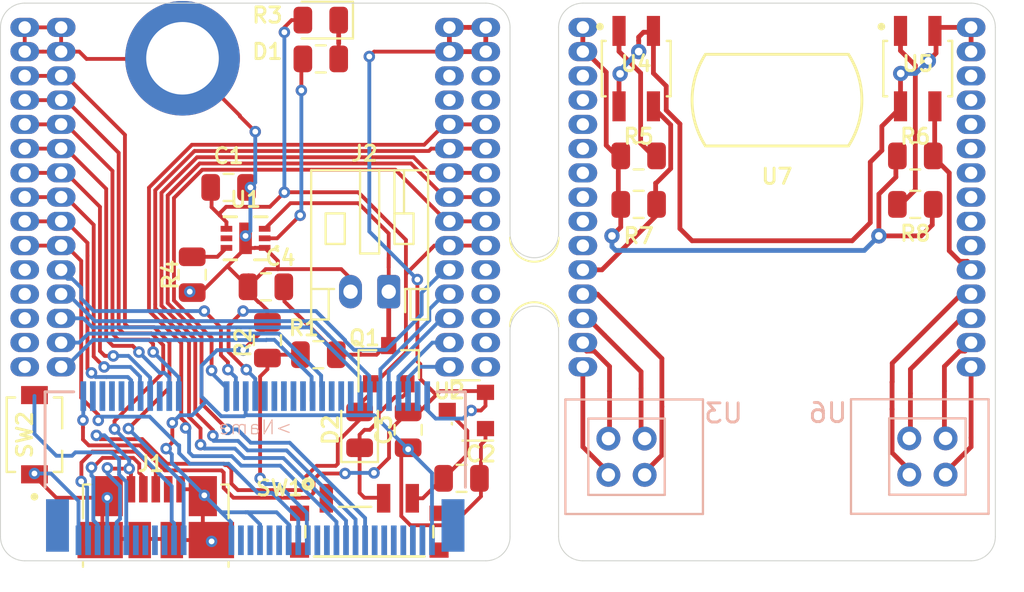
<source format=kicad_pcb>
(kicad_pcb (version 20171130) (host pcbnew "(5.1.2)-2")

  (general
    (thickness 0.6)
    (drawings 20)
    (tracks 749)
    (zones 0)
    (modules 32)
    (nets 114)
  )

  (page A4)
  (layers
    (0 F.Cu signal)
    (31 B.Cu signal)
    (32 B.Adhes user hide)
    (33 F.Adhes user hide)
    (34 B.Paste user)
    (35 F.Paste user)
    (36 B.SilkS user)
    (37 F.SilkS user)
    (38 B.Mask user)
    (39 F.Mask user)
    (40 Dwgs.User user)
    (41 Cmts.User user hide)
    (42 Eco1.User user hide)
    (43 Eco2.User user hide)
    (44 Edge.Cuts user)
    (45 Margin user hide)
    (46 B.CrtYd user hide)
    (47 F.CrtYd user hide)
    (48 B.Fab user)
    (49 F.Fab user hide)
  )

  (setup
    (last_trace_width 0.25)
    (user_trace_width 0.2)
    (user_trace_width 0.508)
    (trace_clearance 0.127)
    (zone_clearance 0.127)
    (zone_45_only no)
    (trace_min 0.2)
    (via_size 0.8)
    (via_drill 0.4)
    (via_min_size 0.4)
    (via_min_drill 0.3)
    (user_via 0.6 0.3)
    (uvia_size 0.3)
    (uvia_drill 0.1)
    (uvias_allowed no)
    (uvia_min_size 0.2)
    (uvia_min_drill 0.1)
    (edge_width 0.05)
    (segment_width 0.2)
    (pcb_text_width 0.3)
    (pcb_text_size 1.5 1.5)
    (mod_edge_width 0.12)
    (mod_text_size 1 1)
    (mod_text_width 0.15)
    (pad_size 1.524 1.524)
    (pad_drill 0.762)
    (pad_to_mask_clearance 0.051)
    (solder_mask_min_width 0.25)
    (aux_axis_origin 0 0)
    (visible_elements 7FFFFFFF)
    (pcbplotparams
      (layerselection 0x010fc_ffffffff)
      (usegerberextensions false)
      (usegerberattributes false)
      (usegerberadvancedattributes false)
      (creategerberjobfile false)
      (excludeedgelayer true)
      (linewidth 0.100000)
      (plotframeref false)
      (viasonmask false)
      (mode 1)
      (useauxorigin false)
      (hpglpennumber 1)
      (hpglpenspeed 20)
      (hpglpendiameter 15.000000)
      (psnegative false)
      (psa4output false)
      (plotreference true)
      (plotvalue true)
      (plotinvisibletext false)
      (padsonsilk false)
      (subtractmaskfromsilk false)
      (outputformat 1)
      (mirror false)
      (drillshape 1)
      (scaleselection 1)
      (outputdirectory ""))
  )

  (net 0 "")
  (net 1 GND)
  (net 2 +5V)
  (net 3 "Net-(C2-Pad1)")
  (net 4 +3V3)
  (net 5 +BATT)
  (net 6 "Net-(D1-Pad1)")
  (net 7 "Net-(D2-Pad1)")
  (net 8 USB_D-)
  (net 9 "Net-(J1-Pad4)")
  (net 10 USB_D+)
  (net 11 Light1_top)
  (net 12 B1-_top)
  (net 13 B1+_top)
  (net 14 A1-_top)
  (net 15 A1+_top)
  (net 16 B0-_top)
  (net 17 B0+_top)
  (net 18 A0-_top)
  (net 19 A0+_top)
  (net 20 Light0_top)
  (net 21 "Net-(J4-Pad73)")
  (net 22 "Net-(J4-Pad72)")
  (net 23 "Net-(J4-Pad71)")
  (net 24 "Net-(J4-Pad69)")
  (net 25 "Net-(J4-Pad67)")
  (net 26 "Net-(J4-Pad65)")
  (net 27 "Net-(J4-Pad63)")
  (net 28 SIPO)
  (net 29 SOPI)
  (net 30 "Net-(J4-Pad58)")
  (net 31 SCK)
  (net 32 "Net-(J4-Pad56)")
  (net 33 CS)
  (net 34 "Net-(J4-Pad54)")
  (net 35 VBATT_3)
  (net 36 "Net-(J4-Pad48)")
  (net 37 PWM1)
  (net 38 "Net-(J4-Pad46)")
  (net 39 "Net-(J4-Pad44)")
  (net 40 "Net-(J4-Pad43)")
  (net 41 "Net-(J4-Pad42)")
  (net 42 "Net-(J4-Pad41)")
  (net 43 "Net-(J4-Pad40)")
  (net 44 PWM0)
  (net 45 SWDIO)
  (net 46 SWDCK)
  (net 47 RX1)
  (net 48 "Net-(J4-Pad18)")
  (net 49 TX1)
  (net 50 I2C_INT)
  (net 51 "Net-(J4-Pad15)")
  (net 52 SCL)
  (net 53 "Net-(J4-Pad13)")
  (net 54 SDA)
  (net 55 "Net-(J4-Pad11)")
  (net 56 "Net-(J4-Pad10)")
  (net 57 "Net-(J4-Pad8)")
  (net 58 "Net-(J4-Pad6)")
  (net 59 "Net-(J4-Pad4)")
  (net 60 "Net-(J5-Pad13)")
  (net 61 "Net-(J5-Pad14)")
  (net 62 "Net-(J5-Pad15)")
  (net 63 "Net-(J5-Pad16)")
  (net 64 "Net-(J5-Pad17)")
  (net 65 "Net-(J5-Pad18)")
  (net 66 "Net-(J5-Pad19)")
  (net 67 "Net-(J5-Pad20)")
  (net 68 "Net-(J6-Pad3)")
  (net 69 "Net-(J6-Pad4)")
  (net 70 "Net-(J6-Pad5)")
  (net 71 "Net-(J6-Pad6)")
  (net 72 "Net-(J6-Pad7)")
  (net 73 "Net-(J6-Pad8)")
  (net 74 "Net-(J6-Pad9)")
  (net 75 "Net-(J6-Pad10)")
  (net 76 Light0_bot)
  (net 77 Light1_bot)
  (net 78 "Net-(J6-Pad21)")
  (net 79 "Net-(J6-Pad22)")
  (net 80 "Net-(J6-Pad23)")
  (net 81 "Net-(J6-Pad24)")
  (net 82 "Net-(J6-Pad25)")
  (net 83 "Net-(J6-Pad26)")
  (net 84 "Net-(J6-Pad27)")
  (net 85 "Net-(J6-Pad28)")
  (net 86 "Net-(R3-Pad2)")
  (net 87 "Net-(R4-Pad1)")
  (net 88 "Net-(SW1-Pad1)")
  (net 89 "Net-(U1-Pad5)")
  (net 90 GND_bot)
  (net 91 3V3_bot)
  (net 92 "Net-(R5-Pad1)")
  (net 93 "Net-(R8-Pad1)")
  (net 94 "Net-(J5-Pad12)")
  (net 95 "Net-(J5-Pad11)")
  (net 96 A0-)
  (net 97 A0+)
  (net 98 B0-)
  (net 99 B0+)
  (net 100 B1+)
  (net 101 B1-)
  (net 102 A1-)
  (net 103 A1+)
  (net 104 "Net-(J4-Pad51)")
  (net 105 "Net-(J4-Pad53)")
  (net 106 "Net-(J3-Pad4)")
  (net 107 "Net-(J3-Pad3)")
  (net 108 "Net-(J4-Pad19)")
  (net 109 "Net-(J4-Pad17)")
  (net 110 "Net-(J4-Pad37)")
  (net 111 "Net-(J4-Pad35)")
  (net 112 "Net-(J5-Pad3)")
  (net 113 "Net-(J5-Pad4)")

  (net_class Default "This is the default net class."
    (clearance 0.127)
    (trace_width 0.25)
    (via_dia 0.8)
    (via_drill 0.4)
    (uvia_dia 0.3)
    (uvia_drill 0.1)
    (add_net +3V3)
    (add_net +5V)
    (add_net +BATT)
    (add_net 3V3_bot)
    (add_net A0+)
    (add_net A0+_top)
    (add_net A0-)
    (add_net A0-_top)
    (add_net A1+)
    (add_net A1+_top)
    (add_net A1-)
    (add_net A1-_top)
    (add_net B0+)
    (add_net B0+_top)
    (add_net B0-)
    (add_net B0-_top)
    (add_net B1+)
    (add_net B1+_top)
    (add_net B1-)
    (add_net B1-_top)
    (add_net CS)
    (add_net GND)
    (add_net GND_bot)
    (add_net I2C_INT)
    (add_net Light0_bot)
    (add_net Light0_top)
    (add_net Light1_bot)
    (add_net Light1_top)
    (add_net "Net-(C2-Pad1)")
    (add_net "Net-(D1-Pad1)")
    (add_net "Net-(D2-Pad1)")
    (add_net "Net-(J1-Pad4)")
    (add_net "Net-(J3-Pad3)")
    (add_net "Net-(J3-Pad4)")
    (add_net "Net-(J4-Pad10)")
    (add_net "Net-(J4-Pad11)")
    (add_net "Net-(J4-Pad13)")
    (add_net "Net-(J4-Pad15)")
    (add_net "Net-(J4-Pad17)")
    (add_net "Net-(J4-Pad18)")
    (add_net "Net-(J4-Pad19)")
    (add_net "Net-(J4-Pad35)")
    (add_net "Net-(J4-Pad37)")
    (add_net "Net-(J4-Pad4)")
    (add_net "Net-(J4-Pad40)")
    (add_net "Net-(J4-Pad41)")
    (add_net "Net-(J4-Pad42)")
    (add_net "Net-(J4-Pad43)")
    (add_net "Net-(J4-Pad44)")
    (add_net "Net-(J4-Pad46)")
    (add_net "Net-(J4-Pad48)")
    (add_net "Net-(J4-Pad51)")
    (add_net "Net-(J4-Pad53)")
    (add_net "Net-(J4-Pad54)")
    (add_net "Net-(J4-Pad56)")
    (add_net "Net-(J4-Pad58)")
    (add_net "Net-(J4-Pad6)")
    (add_net "Net-(J4-Pad63)")
    (add_net "Net-(J4-Pad65)")
    (add_net "Net-(J4-Pad67)")
    (add_net "Net-(J4-Pad69)")
    (add_net "Net-(J4-Pad71)")
    (add_net "Net-(J4-Pad72)")
    (add_net "Net-(J4-Pad73)")
    (add_net "Net-(J4-Pad8)")
    (add_net "Net-(J5-Pad11)")
    (add_net "Net-(J5-Pad12)")
    (add_net "Net-(J5-Pad13)")
    (add_net "Net-(J5-Pad14)")
    (add_net "Net-(J5-Pad15)")
    (add_net "Net-(J5-Pad16)")
    (add_net "Net-(J5-Pad17)")
    (add_net "Net-(J5-Pad18)")
    (add_net "Net-(J5-Pad19)")
    (add_net "Net-(J5-Pad20)")
    (add_net "Net-(J5-Pad3)")
    (add_net "Net-(J5-Pad4)")
    (add_net "Net-(J6-Pad10)")
    (add_net "Net-(J6-Pad21)")
    (add_net "Net-(J6-Pad22)")
    (add_net "Net-(J6-Pad23)")
    (add_net "Net-(J6-Pad24)")
    (add_net "Net-(J6-Pad25)")
    (add_net "Net-(J6-Pad26)")
    (add_net "Net-(J6-Pad27)")
    (add_net "Net-(J6-Pad28)")
    (add_net "Net-(J6-Pad3)")
    (add_net "Net-(J6-Pad4)")
    (add_net "Net-(J6-Pad5)")
    (add_net "Net-(J6-Pad6)")
    (add_net "Net-(J6-Pad7)")
    (add_net "Net-(J6-Pad8)")
    (add_net "Net-(J6-Pad9)")
    (add_net "Net-(R3-Pad2)")
    (add_net "Net-(R4-Pad1)")
    (add_net "Net-(R5-Pad1)")
    (add_net "Net-(R8-Pad1)")
    (add_net "Net-(SW1-Pad1)")
    (add_net "Net-(U1-Pad5)")
    (add_net PWM0)
    (add_net PWM1)
    (add_net RX1)
    (add_net SCK)
    (add_net SCL)
    (add_net SDA)
    (add_net SIPO)
    (add_net SOPI)
    (add_net SWDCK)
    (add_net SWDIO)
    (add_net TX1)
    (add_net USB_D+)
    (add_net USB_D-)
    (add_net VBATT_3)
  )

  (module MicroMod_tinycar_footprint_library:Mini_Stepper (layer B.Cu) (tedit 6064D63A) (tstamp 60655F78)
    (at 152.146 127.9)
    (path /606ECEED)
    (fp_text reference U3 (at 5.08 -2.275) (layer B.SilkS)
      (effects (font (size 1 1) (thickness 0.15)) (justify mirror))
    )
    (fp_text value Stepper (at 0 4.445) (layer B.Fab)
      (effects (font (size 1 1) (thickness 0.15)) (justify mirror))
    )
    (fp_text user B+ (at 2.4 -0.8) (layer B.Fab)
      (effects (font (size 0.6 0.6) (thickness 0.1)) (justify mirror))
    )
    (fp_text user B- (at -2.2 -0.8) (layer B.Fab)
      (effects (font (size 0.6 0.6) (thickness 0.1)) (justify mirror))
    )
    (fp_text user A- (at -2.2 1) (layer B.Fab)
      (effects (font (size 0.6 0.6) (thickness 0.1)) (justify mirror))
    )
    (fp_line (start 2 2) (end -2 2) (layer B.SilkS) (width 0.12))
    (fp_line (start 2 -2) (end 2 2) (layer B.SilkS) (width 0.12))
    (fp_line (start -2 -2) (end 2 -2) (layer B.SilkS) (width 0.12))
    (fp_line (start -2 2) (end -2 -2) (layer B.SilkS) (width 0.12))
    (fp_text user A+ (at 2.4 1) (layer B.Fab)
      (effects (font (size 0.6 0.6) (thickness 0.1)) (justify mirror))
    )
    (fp_line (start -3.2 0) (end -5 0) (layer B.Fab) (width 0.12))
    (fp_line (start -3.2 -2) (end -3.2 2) (layer B.Fab) (width 0.12))
    (fp_line (start -4 -2) (end -3.2 -2) (layer B.Fab) (width 0.12))
    (fp_line (start -4 2) (end -4 -2) (layer B.Fab) (width 0.12))
    (fp_line (start -3.2 2) (end -4 2) (layer B.Fab) (width 0.12))
    (fp_line (start -3.2 -3) (end 4 -3) (layer B.SilkS) (width 0.12))
    (fp_line (start -3.2 3) (end 4 3) (layer B.SilkS) (width 0.12))
    (fp_line (start 4 3) (end 4 -3) (layer B.SilkS) (width 0.12))
    (fp_line (start -3.2 3) (end -3.2 -3) (layer B.SilkS) (width 0.12))
    (pad 4 thru_hole circle (at 0.95 -0.95) (size 1.25 1.25) (drill 0.7) (layers *.Cu *.Mask)
      (net 99 B0+))
    (pad 3 thru_hole circle (at 0.95 0.95) (size 1.25 1.25) (drill 0.7) (layers *.Cu *.Mask)
      (net 97 A0+))
    (pad 2 thru_hole circle (at -0.95 -0.95) (size 1.25 1.25) (drill 0.7) (layers *.Cu *.Mask)
      (net 98 B0-))
    (pad 1 thru_hole circle (at -0.95 0.95) (size 1.25 1.25) (drill 0.7) (layers *.Cu *.Mask)
      (net 96 A0-))
    (model ${KIPRJMOD}/STEP/tinycar-motor-wheel.STEP
      (offset (xyz 0 0 -0.5))
      (scale (xyz 1 1 1))
      (rotate (xyz -90 0 0))
    )
  )

  (module MicroMod_tinycar_footprint_library:Mini_Stepper (layer B.Cu) (tedit 6064D63A) (tstamp 605CFE27)
    (at 167.894 127.889 180)
    (path /606EC968)
    (fp_text reference U6 (at 5.207 2.286) (layer B.SilkS)
      (effects (font (size 1 1) (thickness 0.15)) (justify mirror))
    )
    (fp_text value Stepper (at 0 4.445) (layer B.Fab)
      (effects (font (size 1 1) (thickness 0.15)) (justify mirror))
    )
    (fp_text user B+ (at 2.4 1) (layer B.Fab)
      (effects (font (size 0.6 0.6) (thickness 0.1)) (justify mirror))
    )
    (fp_text user B- (at 2.4 -0.8) (layer B.Fab)
      (effects (font (size 0.6 0.6) (thickness 0.1)) (justify mirror))
    )
    (fp_text user A- (at -2.2 -0.8) (layer B.Fab)
      (effects (font (size 0.6 0.6) (thickness 0.1)) (justify mirror))
    )
    (fp_line (start 2 2) (end -2 2) (layer B.SilkS) (width 0.12))
    (fp_line (start 2 -2) (end 2 2) (layer B.SilkS) (width 0.12))
    (fp_line (start -2 -2) (end 2 -2) (layer B.SilkS) (width 0.12))
    (fp_line (start -2 2) (end -2 -2) (layer B.SilkS) (width 0.12))
    (fp_text user A+ (at -2.2 1) (layer B.Fab)
      (effects (font (size 0.6 0.6) (thickness 0.1)) (justify mirror))
    )
    (fp_line (start -3.2 0) (end -5 0) (layer B.Fab) (width 0.12))
    (fp_line (start -3.2 -2) (end -3.2 2) (layer B.Fab) (width 0.12))
    (fp_line (start -4 -2) (end -3.2 -2) (layer B.Fab) (width 0.12))
    (fp_line (start -4 2) (end -4 -2) (layer B.Fab) (width 0.12))
    (fp_line (start -3.2 2) (end -4 2) (layer B.Fab) (width 0.12))
    (fp_line (start -3.2 -3) (end 4 -3) (layer B.SilkS) (width 0.12))
    (fp_line (start -3.2 3) (end 4 3) (layer B.SilkS) (width 0.12))
    (fp_line (start 4 3) (end 4 -3) (layer B.SilkS) (width 0.12))
    (fp_line (start -3.2 3) (end -3.2 -3) (layer B.SilkS) (width 0.12))
    (pad 4 thru_hole circle (at 0.95 -0.95 180) (size 1.25 1.25) (drill 0.7) (layers *.Cu *.Mask)
      (net 100 B1+))
    (pad 3 thru_hole circle (at 0.95 0.95 180) (size 1.25 1.25) (drill 0.7) (layers *.Cu *.Mask)
      (net 103 A1+))
    (pad 2 thru_hole circle (at -0.95 -0.95 180) (size 1.25 1.25) (drill 0.7) (layers *.Cu *.Mask)
      (net 101 B1-))
    (pad 1 thru_hole circle (at -0.95 0.95 180) (size 1.25 1.25) (drill 0.7) (layers *.Cu *.Mask)
      (net 102 A1-))
    (model ${KIPRJMOD}/STEP/tinycar-motor-wheel.STEP
      (offset (xyz 0 0 -0.5))
      (scale (xyz 1 1 1))
      (rotate (xyz -90 0 0))
    )
  )

  (module MicroMod_tinycar_footprint_library:SW_PCM12SMTR (layer F.Cu) (tedit 6064D66E) (tstamp 605CFD82)
    (at 138.684 131.826)
    (path /605565F1)
    (fp_text reference SW1 (at -4.699 -2.286) (layer F.SilkS)
      (effects (font (size 0.8 0.8) (thickness 0.15)))
    )
    (fp_text value SW_SPDT (at 0 4.2) (layer F.Fab)
      (effects (font (size 1 1) (thickness 0.1)))
    )
    (fp_line (start -3.35 -1.3) (end 3.35 -1.3) (layer F.Fab) (width 0.127))
    (fp_line (start 3.35 -1.3) (end 3.35 1.3) (layer F.Fab) (width 0.127))
    (fp_line (start 3.35 1.3) (end 1.5 1.3) (layer F.Fab) (width 0.127))
    (fp_line (start 1.5 1.3) (end -1.5 1.3) (layer F.Fab) (width 0.127))
    (fp_line (start -1.5 1.3) (end -3.35 1.3) (layer F.Fab) (width 0.127))
    (fp_line (start -3.35 1.3) (end -3.35 -1.3) (layer F.Fab) (width 0.127))
    (fp_line (start -1.5 1.3) (end -1.5 2.8) (layer F.Fab) (width 0.127))
    (fp_line (start -1.5 2.8) (end 1.5 2.8) (layer F.Fab) (width 0.127))
    (fp_line (start 1.5 2.8) (end 1.5 1.3) (layer F.Fab) (width 0.127))
    (fp_line (start -1.6 -1.3) (end 0.1 -1.3) (layer F.SilkS) (width 0.127))
    (fp_line (start -2.9 1.3) (end 2.9 1.3) (layer F.SilkS) (width 0.127))
    (fp_line (start -3.35 0.3) (end -3.35 -0.3) (layer F.SilkS) (width 0.127))
    (fp_line (start 3.35 -0.3) (end 3.35 0.3) (layer F.SilkS) (width 0.127))
    (fp_line (start -2.85 -2.75) (end 2.85 -2.75) (layer F.CrtYd) (width 0.05))
    (fp_line (start 4.4 -1.615) (end 4.4 1.615) (layer F.CrtYd) (width 0.05))
    (fp_line (start 4.4 1.615) (end 1.75 1.615) (layer F.CrtYd) (width 0.05))
    (fp_line (start 1.75 1.615) (end 1.75 3.05) (layer F.CrtYd) (width 0.05))
    (fp_line (start 1.75 3.05) (end -1.75 3.05) (layer F.CrtYd) (width 0.05))
    (fp_line (start -1.75 3.05) (end -1.75 1.615) (layer F.CrtYd) (width 0.05))
    (fp_line (start -1.75 1.615) (end -4.4 1.615) (layer F.CrtYd) (width 0.05))
    (fp_line (start -4.4 1.615) (end -4.4 -1.615) (layer F.CrtYd) (width 0.05))
    (fp_line (start -4.4 -1.615) (end -2.85 -1.615) (layer F.CrtYd) (width 0.05))
    (fp_line (start -2.85 -1.615) (end -2.85 -2.75) (layer F.CrtYd) (width 0.05))
    (fp_line (start 2.85 -2.75) (end 2.85 -1.615) (layer F.CrtYd) (width 0.05))
    (fp_line (start 2.85 -1.615) (end 4.4 -1.615) (layer F.CrtYd) (width 0.05))
    (fp_circle (center -3.2 -2.5) (end -3.1 -2.5) (layer F.SilkS) (width 0.25))
    (fp_circle (center -3.2 -2.5) (end -3.1 -2.5) (layer F.Fab) (width 0.25))
    (pad 2 smd rect (at 0.75 -1.75) (size 0.7 1.5) (layers F.Cu F.Paste F.Mask)
      (net 7 "Net-(D2-Pad1)"))
    (pad 1 smd rect (at -2.25 -1.75) (size 0.7 1.5) (layers F.Cu F.Paste F.Mask)
      (net 88 "Net-(SW1-Pad1)"))
    (pad 3 smd rect (at 2.25 -1.75) (size 0.7 1.5) (layers F.Cu F.Paste F.Mask)
      (net 3 "Net-(C2-Pad1)"))
    (pad S2 smd rect (at -3.65 0.965) (size 1 0.8) (layers F.Cu F.Paste F.Mask))
    (pad S3 smd rect (at 3.65 0.965) (size 1 0.8) (layers F.Cu F.Paste F.Mask))
    (pad S1 smd rect (at -3.65 -0.965) (size 1 0.8) (layers F.Cu F.Paste F.Mask))
    (pad S4 smd rect (at 3.65 -0.965) (size 1 0.8) (layers F.Cu F.Paste F.Mask))
    (model ${KIPRJMOD}/STEP/PCM12SMTR--3DModel-STEP-56544.STEP
      (at (xyz 0 0 0))
      (scale (xyz 1 1 1))
      (rotate (xyz -90 0 0))
    )
  )

  (module MicroMod_tinycar_footprint_library:MCP73830LT-0AAI&slash_MYY (layer F.Cu) (tedit 60648B36) (tstamp 605CFDB0)
    (at 132.207 116.459 180)
    (path /605EF842)
    (fp_text reference U1 (at 0 2.032) (layer F.SilkS)
      (effects (font (size 0.8 0.8) (thickness 0.15)))
    )
    (fp_text value MCP73830LT-0AAI_MYY (at 0 -1.778) (layer F.SilkS) hide
      (effects (font (size 0.8 0.8) (thickness 0.15)))
    )
    (fp_text user "Copyright 2016 Accelerated Designs. All rights reserved." (at 0 0) (layer Cmts.User)
      (effects (font (size 0.127 0.127) (thickness 0.002)))
    )
    (fp_text user * (at 0 0) (layer F.Fab)
      (effects (font (size 1 1) (thickness 0.15)))
    )
    (fp_text user * (at 0 0) (layer F.Fab)
      (effects (font (size 1 1) (thickness 0.15)))
    )
    (fp_line (start -1.127 1.127) (end -0.470961 1.127) (layer F.SilkS) (width 0.1524))
    (fp_line (start 1.127 -1.127) (end 0.470961 -1.127) (layer F.SilkS) (width 0.1524))
    (fp_line (start -1 1) (end 1 1) (layer F.Fab) (width 0.1524))
    (fp_line (start 1 1) (end 1 -1) (layer F.Fab) (width 0.1524))
    (fp_line (start 1 -1) (end -1 -1) (layer F.Fab) (width 0.1524))
    (fp_line (start -1 -1) (end -1 1) (layer F.Fab) (width 0.1524))
    (fp_line (start 0.470961 1.127) (end 1.127 1.127) (layer F.SilkS) (width 0.1524))
    (fp_line (start -0.470961 -1.127) (end -1.127 -1.127) (layer F.SilkS) (width 0.1524))
    (fp_arc (start -1.6564 -0.5) (end -1.6564 -0.5762) (angle 208.659302) (layer F.SilkS) (width 0.1524))
    (fp_arc (start 0 -1) (end 0.3048 -1) (angle 180) (layer F.Fab) (width 0.1524))
    (pad 1 smd rect (at -1.000001 -0.499999 180) (size 0.6096 0.3048) (layers F.Cu F.Paste F.Mask)
      (net 1 GND))
    (pad 2 smd rect (at -1.000001 0 180) (size 0.6096 0.3048) (layers F.Cu F.Paste F.Mask)
      (net 86 "Net-(R3-Pad2)"))
    (pad 3 smd rect (at -1.000001 0.499999 180) (size 0.6096 0.3048) (layers F.Cu F.Paste F.Mask)
      (net 5 +BATT))
    (pad 4 smd rect (at 1.000001 0.499999 180) (size 0.6096 0.3048) (layers F.Cu F.Paste F.Mask)
      (net 2 +5V))
    (pad 5 smd rect (at 1.000001 0 180) (size 0.6096 0.3048) (layers F.Cu F.Paste F.Mask)
      (net 89 "Net-(U1-Pad5)"))
    (pad 6 smd rect (at 1.000001 -0.499999 180) (size 0.6096 0.3048) (layers F.Cu F.Paste F.Mask)
      (net 87 "Net-(R4-Pad1)"))
    (pad 7 smd rect (at 0 0 180) (size 0.6604 1.651) (layers F.Cu F.Paste F.Mask)
      (net 1 GND))
    (model ${KIPRJMOD}/STEP/DFN6_2x2MY_MCH.step
      (at (xyz 0 0 0))
      (scale (xyz 1 1 1))
      (rotate (xyz 0 0 0))
    )
  )

  (module MicroMod_tinycar_footprint_library:SW_TL1015AF160QG (layer F.Cu) (tedit 606489DF) (tstamp 605CFD98)
    (at 121.158 126.746 90)
    (path /6056D3C6)
    (fp_text reference SW2 (at 0 -0.508 90) (layer F.SilkS)
      (effects (font (size 0.8 0.8) (thickness 0.15)))
    )
    (fp_text value SW_Push (at 0 2.8 90) (layer F.Fab)
      (effects (font (size 1 1) (thickness 0.1)))
    )
    (fp_line (start -1.95 -1.45) (end 1.95 -1.45) (layer F.Fab) (width 0.127))
    (fp_line (start 1.95 -1.45) (end 1.95 1.45) (layer F.Fab) (width 0.127))
    (fp_line (start 1.95 1.45) (end -1.95 1.45) (layer F.Fab) (width 0.127))
    (fp_line (start -1.95 1.45) (end -1.95 -1.45) (layer F.Fab) (width 0.127))
    (fp_line (start -1.95 -1.45) (end 1.95 -1.45) (layer F.SilkS) (width 0.127))
    (fp_line (start 1.95 -1.45) (end 1.95 -1.0135) (layer F.SilkS) (width 0.127))
    (fp_line (start 1.95 1.0135) (end 1.95 1.45) (layer F.SilkS) (width 0.127))
    (fp_line (start 1.95 1.45) (end -1.95 1.45) (layer F.SilkS) (width 0.127))
    (fp_line (start -1.95 1.45) (end -1.95 1.0135) (layer F.SilkS) (width 0.127))
    (fp_line (start -1.95 -1.0135) (end -1.95 -1.45) (layer F.SilkS) (width 0.127))
    (fp_line (start -2.8 -1.7) (end 2.8 -1.7) (layer F.CrtYd) (width 0.05))
    (fp_line (start 2.8 -1.7) (end 2.8 1.7) (layer F.CrtYd) (width 0.05))
    (fp_line (start 2.8 1.7) (end -2.8 1.7) (layer F.CrtYd) (width 0.05))
    (fp_line (start -2.8 1.7) (end -2.8 -1.7) (layer F.CrtYd) (width 0.05))
    (fp_circle (center -3.25 0) (end -3.15 0) (layer F.SilkS) (width 0.2))
    (fp_circle (center -3.25 0) (end -3.15 0) (layer F.Fab) (width 0.2))
    (pad 1 smd rect (at -2.075 0 90) (size 0.95 1.4) (layers F.Cu F.Paste F.Mask)
      (net 1 GND))
    (pad 2 smd rect (at 2.075 0 90) (size 0.95 1.4) (layers F.Cu F.Paste F.Mask)
      (net 55 "Net-(J4-Pad11)"))
    (model ${KIPRJMOD}/STEP/TL1015AF160QG--3DModel-STEP-56544.STEP
      (at (xyz 0 0 0))
      (scale (xyz 1 1 1))
      (rotate (xyz -90 0 0))
    )
  )

  (module MicroMod_tinycar_footprint_library:tiny_caster (layer F.Cu) (tedit 6064D1A6) (tstamp 6063B7EC)
    (at 160.02 109.22)
    (path /606D741C)
    (fp_text reference U7 (at 0 4) (layer F.SilkS)
      (effects (font (size 0.8 0.8) (thickness 0.15)))
    )
    (fp_text value caster (at 0 -4.2) (layer F.Fab)
      (effects (font (size 1 1) (thickness 0.15)))
    )
    (fp_line (start 3.741393 2.4) (end -3.741393 2.4) (layer F.SilkS) (width 0.15))
    (fp_arc (start 0 0) (end -3.741393 -2.4) (angle -65.35808904) (layer F.SilkS) (width 0.15))
    (fp_line (start -3.741393 -2.4) (end 3.741393 -2.4) (layer F.SilkS) (width 0.15))
    (fp_arc (start 0 0) (end 3.741393 2.4) (angle -65.35808904) (layer F.SilkS) (width 0.15))
    (pad "" np_thru_hole circle (at 0 0) (size 2.5 2.5) (drill 2.5) (layers *.Cu *.Mask))
    (pad "" np_thru_hole circle (at 2.74828 0) (size 1.6 1.6) (drill 1.6) (layers *.Cu *.Mask))
    (pad "" np_thru_hole circle (at -2.75336 0) (size 1.6 1.6) (drill 1.6) (layers *.Cu *.Mask))
    (model ${KIPRJMOD}/STEP/tinycar-caster-withscrew.STEP
      (offset (xyz 0 0 6.56))
      (scale (xyz 1 1 1))
      (rotate (xyz 90 0 0))
    )
  )

  (module MicroMod_tinycar_footprint_library:Top_adapter (layer B.Cu) (tedit 606483A6) (tstamp 605CFC8A)
    (at 132.71374 126.99998 180)
    (path /608DDEF4)
    (fp_text reference J5 (at 5.4 -8.8 180) (layer B.SilkS) hide
      (effects (font (size 0.7239 0.7239) (thickness 0.057912)) (justify right top mirror))
    )
    (fp_text value Conn_02x15_Counter_Clockwise (at 5.6 -7.6 180) (layer B.SilkS) hide
      (effects (font (size 0.7239 0.7239) (thickness 0.057912)) (justify right top mirror))
    )
    (fp_line (start 9.925 -1) (end 3.225 -1) (layer B.Fab) (width 0.0508))
    (fp_line (start 2.025 -1) (end -9.925 -1) (layer B.Fab) (width 0.0508))
    (fp_line (start -9.925 -1) (end -9.925 2.5) (layer B.Fab) (width 0.0508))
    (fp_line (start 9.925 2.5) (end 9.925 -1) (layer B.Fab) (width 0.0508))
    (fp_arc (start 10.43557 2.490583) (end 10.4 3) (angle 84.949116) (layer B.Fab) (width 0.0508))
    (fp_arc (start -10.44103 2.485396) (end -10.4 3) (angle -83.820277) (layer B.Fab) (width 0.0508))
    (fp_line (start 10 20) (end -10 20) (layer B.Fab) (width 0.0508))
    (fp_line (start -11 19) (end -11 3.6) (layer B.Fab) (width 0.0508))
    (fp_line (start 3.225 1.9) (end 3.225 -1) (layer B.Fab) (width 0.0508))
    (fp_line (start 2.025 1.9) (end 2.025 -1) (layer B.Fab) (width 0.0508))
    (fp_arc (start 2.625 1.9) (end 3.225 1.9) (angle 180) (layer B.Fab) (width 0.0508))
    (fp_line (start 11 19) (end 11 3.6) (layer B.Fab) (width 0.05))
    (fp_arc (start 10.382675 3.617324) (end 10.4 3) (angle 86.784874) (layer B.Fab) (width 0.05))
    (fp_arc (start -10.382675 3.617324) (end -11 3.6) (angle 86.784874) (layer B.Fab) (width 0.05))
    (fp_arc (start 9.975 18.975) (end 10 20) (angle -87.205638) (layer B.Fab) (width 0.05))
    (fp_arc (start -9.975 18.975) (end -11 19) (angle -87.205638) (layer B.Fab) (width 0.05))
    (fp_circle (center 4 20) (end 7 20) (layer B.Fab) (width 0.05))
    (pad 30 thru_hole oval (at 12.065 21.59 90) (size 1 1.5) (drill 0.65) (layers *.Cu *.Mask)
      (net 1 GND))
    (pad 29 thru_hole oval (at 12.065 20.32 90) (size 1 1.5) (drill 0.65) (layers *.Cu *.Mask)
      (net 1 GND))
    (pad 28 thru_hole oval (at 12.065 19.05 90) (size 1 1.5) (drill 0.65) (layers *.Cu *.Mask)
      (net 45 SWDIO))
    (pad 27 thru_hole oval (at 12.065 17.78 90) (size 1 1.5) (drill 0.65) (layers *.Cu *.Mask)
      (net 46 SWDCK))
    (pad 26 thru_hole oval (at 12.065 16.51 90) (size 1 1.5) (drill 0.65) (layers *.Cu *.Mask)
      (net 49 TX1))
    (pad 25 thru_hole oval (at 12.065 15.24 90) (size 1 1.5) (drill 0.65) (layers *.Cu *.Mask)
      (net 47 RX1))
    (pad 24 thru_hole oval (at 12.065 13.97 90) (size 1 1.5) (drill 0.65) (layers *.Cu *.Mask)
      (net 50 I2C_INT))
    (pad 23 thru_hole oval (at 12.065 12.7 90) (size 1 1.5) (drill 0.65) (layers *.Cu *.Mask)
      (net 52 SCL))
    (pad 22 thru_hole oval (at 12.065 11.43 90) (size 1 1.5) (drill 0.65) (layers *.Cu *.Mask)
      (net 54 SDA))
    (pad 21 thru_hole oval (at 12.065 10.16 90) (size 1 1.5) (drill 0.65) (layers *.Cu *.Mask)
      (net 37 PWM1))
    (pad 20 thru_hole oval (at 12.065 8.89 90) (size 1 1.5) (drill 0.65) (layers *.Cu *.Mask)
      (net 67 "Net-(J5-Pad20)"))
    (pad 19 thru_hole oval (at 12.065 7.62 90) (size 1 1.5) (drill 0.65) (layers *.Cu *.Mask)
      (net 66 "Net-(J5-Pad19)"))
    (pad 18 thru_hole oval (at 12.065 6.35 90) (size 1 1.5) (drill 0.65) (layers *.Cu *.Mask)
      (net 65 "Net-(J5-Pad18)"))
    (pad 17 thru_hole oval (at 12.065 5.08 90) (size 1 1.5) (drill 0.65) (layers *.Cu *.Mask)
      (net 64 "Net-(J5-Pad17)"))
    (pad 16 thru_hole oval (at 12.065 3.81 90) (size 1 1.5) (drill 0.65) (layers *.Cu *.Mask)
      (net 63 "Net-(J5-Pad16)"))
    (pad 15 thru_hole oval (at -12.065 3.81 90) (size 1 1.5) (drill 0.65) (layers *.Cu *.Mask)
      (net 62 "Net-(J5-Pad15)"))
    (pad 14 thru_hole oval (at -12.065 5.08 90) (size 1 1.5) (drill 0.65) (layers *.Cu *.Mask)
      (net 61 "Net-(J5-Pad14)"))
    (pad 13 thru_hole oval (at -12.065 6.35 90) (size 1 1.5) (drill 0.65) (layers *.Cu *.Mask)
      (net 60 "Net-(J5-Pad13)"))
    (pad 12 thru_hole oval (at -12.065 7.62 90) (size 1 1.5) (drill 0.65) (layers *.Cu *.Mask)
      (net 94 "Net-(J5-Pad12)"))
    (pad 11 thru_hole oval (at -12.065 8.89 90) (size 1 1.5) (drill 0.65) (layers *.Cu *.Mask)
      (net 95 "Net-(J5-Pad11)"))
    (pad 10 thru_hole oval (at -12.065 10.16 90) (size 1 1.5) (drill 0.65) (layers *.Cu *.Mask)
      (net 2 +5V))
    (pad 9 thru_hole oval (at -12.065 11.43 90) (size 1 1.5) (drill 0.65) (layers *.Cu *.Mask)
      (net 44 PWM0))
    (pad 8 thru_hole oval (at -12.065 12.7 90) (size 1 1.5) (drill 0.65) (layers *.Cu *.Mask)
      (net 28 SIPO))
    (pad 7 thru_hole oval (at -12.065 13.97 90) (size 1 1.5) (drill 0.65) (layers *.Cu *.Mask)
      (net 29 SOPI))
    (pad 6 thru_hole oval (at -12.065 15.24 90) (size 1 1.5) (drill 0.65) (layers *.Cu *.Mask)
      (net 31 SCK))
    (pad 5 thru_hole oval (at -12.065 16.51 90) (size 1 1.5) (drill 0.65) (layers *.Cu *.Mask)
      (net 33 CS))
    (pad 4 thru_hole oval (at -12.065 17.78 90) (size 1 1.5) (drill 0.65) (layers *.Cu *.Mask)
      (net 113 "Net-(J5-Pad4)"))
    (pad 3 thru_hole oval (at -12.065 19.05 90) (size 1 1.5) (drill 0.65) (layers *.Cu *.Mask)
      (net 112 "Net-(J5-Pad3)"))
    (pad 2 thru_hole oval (at -12.065 20.32 90) (size 1 1.5) (drill 0.65) (layers *.Cu *.Mask)
      (net 4 +3V3))
    (pad 1 thru_hole oval (at -12.065 21.59 90) (size 1 1.5) (drill 0.65) (layers *.Cu *.Mask)
      (net 4 +3V3))
    (model ${KIPRJMOD}/STEP/female-pinheader-wide.STEP
      (offset (xyz 0 12.7 0))
      (scale (xyz 1 1 1))
      (rotate (xyz -90 0 90))
    )
  )

  (module MicroMod_tinycar_footprint_library:mouse-bite-2.54mm-slot (layer F.Cu) (tedit 551DB929) (tstamp 6064553A)
    (at 147.32 118.745 90)
    (path /606D0722)
    (fp_text reference U8 (at 0 -2 90) (layer F.SilkS) hide
      (effects (font (size 1 1) (thickness 0.2)))
    )
    (fp_text value MouseBite (at 0 2.1 90) (layer F.SilkS) hide
      (effects (font (size 1 1) (thickness 0.2)))
    )
    (fp_line (start -2.33 0) (end -2.33 0) (layer Eco1.User) (width 2.54))
    (fp_line (start 2.33 0) (end 2.33 0) (layer Eco1.User) (width 2.54))
    (fp_arc (start 2.33 0) (end 2.33 1.27) (angle 180) (layer F.SilkS) (width 0.1))
    (fp_circle (center 2.33 0) (end 2.33 -0.06) (layer Dwgs.User) (width 0.05))
    (fp_circle (center -2.33 0) (end -2.27 0) (layer Dwgs.User) (width 0.05))
    (fp_arc (start -2.33 0) (end -2.33 1.27) (angle -180) (layer F.SilkS) (width 0.1))
    (pad "" np_thru_hole circle (at 0 -1.1 90) (size 0.5 0.5) (drill 0.5) (layers *.Cu *.Mask))
    (pad "" np_thru_hole circle (at 0 1.1 90) (size 0.5 0.5) (drill 0.5) (layers *.Cu *.Mask))
    (pad "" np_thru_hole circle (at 0.8 -1.1 90) (size 0.5 0.5) (drill 0.5) (layers *.Cu *.Mask))
    (pad "" np_thru_hole circle (at -0.8 -1.1 90) (size 0.5 0.5) (drill 0.5) (layers *.Cu *.Mask))
    (pad "" np_thru_hole circle (at -0.8 1.1 90) (size 0.5 0.5) (drill 0.5) (layers *.Cu *.Mask))
    (pad "" np_thru_hole circle (at 0.8 1.1 90) (size 0.5 0.5) (drill 0.5) (layers *.Cu *.Mask))
  )

  (module MicroMod_tinycar_footprint_library:Bottom_adapter (layer F.Cu) (tedit 605BF9C0) (tstamp 605CFCBD)
    (at 160.02 127)
    (path /606A3D0D)
    (fp_text reference J6 (at 5.4 8.8 -180) (layer F.SilkS) hide
      (effects (font (size 0.7239 0.7239) (thickness 0.057912)) (justify right top))
    )
    (fp_text value Conn_02x15_Counter_Clockwise (at 5.6 7.6 -180) (layer F.SilkS) hide
      (effects (font (size 0.7239 0.7239) (thickness 0.057912)) (justify right top))
    )
    (fp_line (start 9.925 1) (end 3.225 1) (layer F.Fab) (width 0.0508))
    (fp_line (start 2.025 1) (end -9.925 1) (layer F.Fab) (width 0.0508))
    (fp_line (start -9.925 1) (end -9.925 -2.5) (layer F.Fab) (width 0.0508))
    (fp_line (start 9.925 -2.5) (end 9.925 1) (layer F.Fab) (width 0.0508))
    (fp_arc (start 10.43557 -2.490583) (end 10.4 -3) (angle -84.949116) (layer F.Fab) (width 0.0508))
    (fp_arc (start -10.44103 -2.485396) (end -10.4 -3) (angle 83.820277) (layer F.Fab) (width 0.0508))
    (fp_line (start 10 -20) (end -10 -20) (layer F.Fab) (width 0.0508))
    (fp_line (start -11 -19) (end -11 -3.6) (layer F.Fab) (width 0.0508))
    (fp_line (start 3.225 -1.9) (end 3.225 1) (layer F.Fab) (width 0.0508))
    (fp_line (start 2.025 -1.9) (end 2.025 1) (layer F.Fab) (width 0.0508))
    (fp_arc (start 2.625 -1.9) (end 3.225 -1.9) (angle -180) (layer F.Fab) (width 0.0508))
    (fp_line (start 11 -19) (end 11 -3.6) (layer F.Fab) (width 0.05))
    (fp_arc (start 10.382675 -3.617324) (end 10.4 -3) (angle -86.784874) (layer F.Fab) (width 0.05))
    (fp_arc (start -10.382675 -3.617324) (end -11 -3.6) (angle -86.784874) (layer F.Fab) (width 0.05))
    (fp_arc (start 9.975 -18.975) (end 10 -20) (angle 87.205638) (layer F.Fab) (width 0.05))
    (fp_arc (start -9.975 -18.975) (end -11 -19) (angle 87.205638) (layer F.Fab) (width 0.05))
    (fp_circle (center 4 -20) (end 7 -20) (layer F.Fab) (width 0.05))
    (pad 30 thru_hole oval (at 10.16 -21.59 90) (size 1 1.5) (drill 0.65) (layers *.Cu *.Mask)
      (net 90 GND_bot))
    (pad 29 thru_hole oval (at 10.16 -20.32 90) (size 1 1.5) (drill 0.65) (layers *.Cu *.Mask)
      (net 90 GND_bot))
    (pad 28 thru_hole oval (at 10.16 -19.05 90) (size 1 1.5) (drill 0.65) (layers *.Cu *.Mask)
      (net 85 "Net-(J6-Pad28)"))
    (pad 27 thru_hole oval (at 10.16 -17.78 90) (size 1 1.5) (drill 0.65) (layers *.Cu *.Mask)
      (net 84 "Net-(J6-Pad27)"))
    (pad 26 thru_hole oval (at 10.16 -16.51 90) (size 1 1.5) (drill 0.65) (layers *.Cu *.Mask)
      (net 83 "Net-(J6-Pad26)"))
    (pad 25 thru_hole oval (at 10.16 -15.24 90) (size 1 1.5) (drill 0.65) (layers *.Cu *.Mask)
      (net 82 "Net-(J6-Pad25)"))
    (pad 24 thru_hole oval (at 10.16 -13.97 90) (size 1 1.5) (drill 0.65) (layers *.Cu *.Mask)
      (net 81 "Net-(J6-Pad24)"))
    (pad 23 thru_hole oval (at 10.16 -12.7 90) (size 1 1.5) (drill 0.65) (layers *.Cu *.Mask)
      (net 80 "Net-(J6-Pad23)"))
    (pad 22 thru_hole oval (at 10.16 -11.43 90) (size 1 1.5) (drill 0.65) (layers *.Cu *.Mask)
      (net 79 "Net-(J6-Pad22)"))
    (pad 21 thru_hole oval (at 10.16 -10.16 90) (size 1 1.5) (drill 0.65) (layers *.Cu *.Mask)
      (net 78 "Net-(J6-Pad21)"))
    (pad 20 thru_hole oval (at 10.16 -8.89 90) (size 1 1.5) (drill 0.65) (layers *.Cu *.Mask)
      (net 76 Light0_bot))
    (pad 19 thru_hole oval (at 10.16 -7.62 90) (size 1 1.5) (drill 0.65) (layers *.Cu *.Mask)
      (net 100 B1+))
    (pad 18 thru_hole oval (at 10.16 -6.35 90) (size 1 1.5) (drill 0.65) (layers *.Cu *.Mask)
      (net 103 A1+))
    (pad 17 thru_hole oval (at 10.16 -5.08 90) (size 1 1.5) (drill 0.65) (layers *.Cu *.Mask)
      (net 102 A1-))
    (pad 16 thru_hole oval (at 10.16 -3.81 90) (size 1 1.5) (drill 0.65) (layers *.Cu *.Mask)
      (net 101 B1-))
    (pad 15 thru_hole oval (at -10.16 -3.81 90) (size 1 1.5) (drill 0.65) (layers *.Cu *.Mask)
      (net 96 A0-))
    (pad 14 thru_hole oval (at -10.16 -5.08 90) (size 1 1.5) (drill 0.65) (layers *.Cu *.Mask)
      (net 98 B0-))
    (pad 13 thru_hole oval (at -10.16 -6.35 90) (size 1 1.5) (drill 0.65) (layers *.Cu *.Mask)
      (net 99 B0+))
    (pad 12 thru_hole oval (at -10.16 -7.62 90) (size 1 1.5) (drill 0.65) (layers *.Cu *.Mask)
      (net 97 A0+))
    (pad 11 thru_hole oval (at -10.16 -8.89 90) (size 1 1.5) (drill 0.65) (layers *.Cu *.Mask)
      (net 77 Light1_bot))
    (pad 10 thru_hole oval (at -10.16 -10.16 90) (size 1 1.5) (drill 0.65) (layers *.Cu *.Mask)
      (net 75 "Net-(J6-Pad10)"))
    (pad 9 thru_hole oval (at -10.16 -11.43 90) (size 1 1.5) (drill 0.65) (layers *.Cu *.Mask)
      (net 74 "Net-(J6-Pad9)"))
    (pad 8 thru_hole oval (at -10.16 -12.7 90) (size 1 1.5) (drill 0.65) (layers *.Cu *.Mask)
      (net 73 "Net-(J6-Pad8)"))
    (pad 7 thru_hole oval (at -10.16 -13.97 90) (size 1 1.5) (drill 0.65) (layers *.Cu *.Mask)
      (net 72 "Net-(J6-Pad7)"))
    (pad 6 thru_hole oval (at -10.16 -15.24 90) (size 1 1.5) (drill 0.65) (layers *.Cu *.Mask)
      (net 71 "Net-(J6-Pad6)"))
    (pad 5 thru_hole oval (at -10.16 -16.51 90) (size 1 1.5) (drill 0.65) (layers *.Cu *.Mask)
      (net 70 "Net-(J6-Pad5)"))
    (pad 4 thru_hole oval (at -10.16 -17.78 90) (size 1 1.5) (drill 0.65) (layers *.Cu *.Mask)
      (net 69 "Net-(J6-Pad4)"))
    (pad 3 thru_hole oval (at -10.16 -19.05 90) (size 1 1.5) (drill 0.65) (layers *.Cu *.Mask)
      (net 68 "Net-(J6-Pad3)"))
    (pad 2 thru_hole oval (at -10.16 -20.32 90) (size 1 1.5) (drill 0.65) (layers *.Cu *.Mask)
      (net 91 3V3_bot))
    (pad 1 thru_hole oval (at -10.16 -21.59 90) (size 1 1.5) (drill 0.65) (layers *.Cu *.Mask)
      (net 91 3V3_bot))
  )

  (module MicroMod_tinycar_footprint_library:M.2-CONNECTOR-E (layer B.Cu) (tedit 6064CE24) (tstamp 605CFC57)
    (at 132.71374 126.99998 180)
    (path /605557CA)
    (fp_text reference J4 (at 0 0 180) (layer B.SilkS) hide
      (effects (font (size 0.7239 0.7239) (thickness 0.057912)) (justify right top mirror))
    )
    (fp_text value MICROMOD-2222 (at 0 0 180) (layer B.SilkS) hide
      (effects (font (size 0.7239 0.7239) (thickness 0.057912)) (justify right top mirror))
    )
    (fp_line (start 10.95 2.5) (end -10.95 2.5) (layer B.Fab) (width 0.1524))
    (fp_line (start -10.95 2.5) (end -10.95 -5.25) (layer B.Fab) (width 0.1524))
    (fp_line (start -10.95 -5.25) (end 10.95 -5.25) (layer B.Fab) (width 0.1524))
    (fp_line (start 10.95 -5.25) (end 10.95 2.5) (layer B.Fab) (width 0.1524))
    (fp_line (start 11 -2.5) (end 11 2.5) (layer B.SilkS) (width 0.1524))
    (fp_line (start 11 2.5) (end 9.5 2.5) (layer B.SilkS) (width 0.1524))
    (fp_line (start -9.5 2.5) (end -11 2.5) (layer B.SilkS) (width 0.1524))
    (fp_line (start -11 -2.5) (end -11 2.5) (layer B.SilkS) (width 0.1524))
    (fp_line (start 9.925 -1) (end 3.225 -1) (layer B.Fab) (width 0.0508))
    (fp_line (start 2.025 -1) (end -9.925 -1) (layer B.Fab) (width 0.0508))
    (fp_line (start -9.925 -1) (end -9.925 2.5) (layer B.Fab) (width 0.0508))
    (fp_line (start 9.925 2.5) (end 9.925 -1) (layer B.Fab) (width 0.0508))
    (fp_arc (start 10.43557 2.490583) (end 10.4 3) (angle 84.949116) (layer B.Fab) (width 0.0508))
    (fp_arc (start -10.44103 2.485396) (end -10.4 3) (angle -83.820277) (layer B.Fab) (width 0.0508))
    (fp_line (start 10 20) (end -10 20) (layer B.Fab) (width 0.0508))
    (fp_line (start -11 19) (end -11 3.6) (layer B.Fab) (width 0.0508))
    (fp_line (start 3.225 1.9) (end 3.225 -1) (layer B.Fab) (width 0.0508))
    (fp_line (start 2.025 1.9) (end 2.025 -1) (layer B.Fab) (width 0.0508))
    (fp_arc (start 2.625 1.9) (end 3.225 1.9) (angle 180) (layer B.Fab) (width 0.0508))
    (fp_line (start 11 19) (end 11 3.6) (layer B.Fab) (width 0.05))
    (fp_arc (start 10.382675 3.617324) (end 10.4 3) (angle 86.784874) (layer B.Fab) (width 0.05))
    (fp_arc (start -10.382675 3.617324) (end -11 3.6) (angle 86.784874) (layer B.Fab) (width 0.05))
    (fp_arc (start 9.975 18.975) (end 10 20) (angle -87.205638) (layer B.Fab) (width 0.05))
    (fp_arc (start -9.975 18.975) (end -11 19) (angle -87.205638) (layer B.Fab) (width 0.05))
    (fp_poly (pts (xy -9.15 1.4) (xy -8.85 1.4) (xy -8.85 3.15) (xy -9.15 3.15)) (layer B.Paste) (width 0))
    (fp_circle (center 4 20) (end 7 20) (layer B.Fab) (width 0.05))
    (fp_text user >Name (at 0 0.635) (layer B.SilkS)
      (effects (font (size 0.7239 0.7239) (thickness 0.06096)) (justify mirror))
    )
    (fp_text user >Value (at 0 -0.635) (layer B.Fab)
      (effects (font (size 0.7239 0.7239) (thickness 0.06096)) (justify mirror))
    )
    (fp_poly (pts (xy -8.15 1.4) (xy -7.85 1.4) (xy -7.85 3.15) (xy -8.15 3.15)) (layer B.Paste) (width 0))
    (fp_poly (pts (xy -7.65 1.4) (xy -7.35 1.4) (xy -7.35 3.15) (xy -7.65 3.15)) (layer B.Paste) (width 0))
    (fp_poly (pts (xy -8.65 1.4) (xy -8.35 1.4) (xy -8.35 3.15) (xy -8.65 3.15)) (layer B.Paste) (width 0))
    (fp_poly (pts (xy -7.15 1.4) (xy -6.85 1.4) (xy -6.85 3.15) (xy -7.15 3.15)) (layer B.Paste) (width 0))
    (fp_poly (pts (xy -6.15 1.4) (xy -5.85 1.4) (xy -5.85 3.15) (xy -6.15 3.15)) (layer B.Paste) (width 0))
    (fp_poly (pts (xy -5.65 1.4) (xy -5.35 1.4) (xy -5.35 3.15) (xy -5.65 3.15)) (layer B.Paste) (width 0))
    (fp_poly (pts (xy -6.65 1.4) (xy -6.35 1.4) (xy -6.35 3.15) (xy -6.65 3.15)) (layer B.Paste) (width 0))
    (fp_poly (pts (xy -5.15 1.4) (xy -4.85 1.4) (xy -4.85 3.15) (xy -5.15 3.15)) (layer B.Paste) (width 0))
    (fp_poly (pts (xy -4.15 1.4) (xy -3.85 1.4) (xy -3.85 3.15) (xy -4.15 3.15)) (layer B.Paste) (width 0))
    (fp_poly (pts (xy -3.65 1.4) (xy -3.35 1.4) (xy -3.35 3.15) (xy -3.65 3.15)) (layer B.Paste) (width 0))
    (fp_poly (pts (xy -4.65 1.4) (xy -4.35 1.4) (xy -4.35 3.15) (xy -4.65 3.15)) (layer B.Paste) (width 0))
    (fp_poly (pts (xy -3.15 1.4) (xy -2.85 1.4) (xy -2.85 3.15) (xy -3.15 3.15)) (layer B.Paste) (width 0))
    (fp_poly (pts (xy -2.15 1.4) (xy -1.85 1.4) (xy -1.85 3.15) (xy -2.15 3.15)) (layer B.Paste) (width 0))
    (fp_poly (pts (xy -1.65 1.4) (xy -1.35 1.4) (xy -1.35 3.15) (xy -1.65 3.15)) (layer B.Paste) (width 0))
    (fp_poly (pts (xy -2.65 1.4) (xy -2.35 1.4) (xy -2.35 3.15) (xy -2.65 3.15)) (layer B.Paste) (width 0))
    (fp_poly (pts (xy -1.15 1.4) (xy -0.85 1.4) (xy -0.85 3.15) (xy -1.15 3.15)) (layer B.Paste) (width 0))
    (fp_poly (pts (xy -0.15 1.4) (xy 0.15 1.4) (xy 0.15 3.15) (xy -0.15 3.15)) (layer B.Paste) (width 0))
    (fp_poly (pts (xy 0.35 1.4) (xy 0.65 1.4) (xy 0.65 3.15) (xy 0.35 3.15)) (layer B.Paste) (width 0))
    (fp_poly (pts (xy -0.65 1.4) (xy -0.35 1.4) (xy -0.35 3.15) (xy -0.65 3.15)) (layer B.Paste) (width 0))
    (fp_poly (pts (xy 0.85 1.4) (xy 1.15 1.4) (xy 1.15 3.15) (xy 0.85 3.15)) (layer B.Paste) (width 0))
    (fp_poly (pts (xy 1.35 1.4) (xy 1.65 1.4) (xy 1.65 3.15) (xy 1.35 3.15)) (layer B.Paste) (width 0))
    (fp_poly (pts (xy 3.85 1.4) (xy 4.15 1.4) (xy 4.15 3.15) (xy 3.85 3.15)) (layer B.Paste) (width 0))
    (fp_poly (pts (xy 4.35 1.4) (xy 4.65 1.4) (xy 4.65 3.15) (xy 4.35 3.15)) (layer B.Paste) (width 0))
    (fp_poly (pts (xy 4.85 1.4) (xy 5.15 1.4) (xy 5.15 3.15) (xy 4.85 3.15)) (layer B.Paste) (width 0))
    (fp_poly (pts (xy 5.85 1.4) (xy 6.15 1.4) (xy 6.15 3.15) (xy 5.85 3.15)) (layer B.Paste) (width 0))
    (fp_poly (pts (xy 6.35 1.4) (xy 6.65 1.4) (xy 6.65 3.15) (xy 6.35 3.15)) (layer B.Paste) (width 0))
    (fp_poly (pts (xy 5.35 1.4) (xy 5.65 1.4) (xy 5.65 3.15) (xy 5.35 3.15)) (layer B.Paste) (width 0))
    (fp_poly (pts (xy 6.85 1.4) (xy 7.15 1.4) (xy 7.15 3.15) (xy 6.85 3.15)) (layer B.Paste) (width 0))
    (fp_poly (pts (xy 7.85 1.4) (xy 8.15 1.4) (xy 8.15 3.15) (xy 7.85 3.15)) (layer B.Paste) (width 0))
    (fp_poly (pts (xy 8.35 1.4) (xy 8.65 1.4) (xy 8.65 3.15) (xy 8.35 3.15)) (layer B.Paste) (width 0))
    (fp_poly (pts (xy 7.35 1.4) (xy 7.65 1.4) (xy 7.65 3.15) (xy 7.35 3.15)) (layer B.Paste) (width 0))
    (fp_poly (pts (xy 8.85 1.4) (xy 9.15 1.4) (xy 9.15 3.15) (xy 8.85 3.15)) (layer B.Paste) (width 0))
    (fp_poly (pts (xy -9.4 -6.15) (xy -9.1 -6.15) (xy -9.1 -4.4) (xy -9.4 -4.4)) (layer B.Paste) (width 0))
    (fp_poly (pts (xy -8.4 -6.15) (xy -8.1 -6.15) (xy -8.1 -4.4) (xy -8.4 -4.4)) (layer B.Paste) (width 0))
    (fp_poly (pts (xy -7.9 -6.15) (xy -7.6 -6.15) (xy -7.6 -4.4) (xy -7.9 -4.4)) (layer B.Paste) (width 0))
    (fp_poly (pts (xy -8.9 -6.15) (xy -8.6 -6.15) (xy -8.6 -4.4) (xy -8.9 -4.4)) (layer B.Paste) (width 0))
    (fp_poly (pts (xy -7.4 -6.15) (xy -7.1 -6.15) (xy -7.1 -4.4) (xy -7.4 -4.4)) (layer B.Paste) (width 0))
    (fp_poly (pts (xy -6.4 -6.15) (xy -6.1 -6.15) (xy -6.1 -4.4) (xy -6.4 -4.4)) (layer B.Paste) (width 0))
    (fp_poly (pts (xy -5.9 -6.15) (xy -5.6 -6.15) (xy -5.6 -4.4) (xy -5.9 -4.4)) (layer B.Paste) (width 0))
    (fp_poly (pts (xy -6.9 -6.15) (xy -6.6 -6.15) (xy -6.6 -4.4) (xy -6.9 -4.4)) (layer B.Paste) (width 0))
    (fp_poly (pts (xy -5.4 -6.15) (xy -5.1 -6.15) (xy -5.1 -4.4) (xy -5.4 -4.4)) (layer B.Paste) (width 0))
    (fp_poly (pts (xy -4.4 -6.15) (xy -4.1 -6.15) (xy -4.1 -4.4) (xy -4.4 -4.4)) (layer B.Paste) (width 0))
    (fp_poly (pts (xy -3.9 -6.15) (xy -3.6 -6.15) (xy -3.6 -4.4) (xy -3.9 -4.4)) (layer B.Paste) (width 0))
    (fp_poly (pts (xy -4.9 -6.15) (xy -4.6 -6.15) (xy -4.6 -4.4) (xy -4.9 -4.4)) (layer B.Paste) (width 0))
    (fp_poly (pts (xy -3.4 -6.15) (xy -3.1 -6.15) (xy -3.1 -4.4) (xy -3.4 -4.4)) (layer B.Paste) (width 0))
    (fp_poly (pts (xy -2.4 -6.15) (xy -2.1 -6.15) (xy -2.1 -4.4) (xy -2.4 -4.4)) (layer B.Paste) (width 0))
    (fp_poly (pts (xy -1.9 -6.15) (xy -1.6 -6.15) (xy -1.6 -4.4) (xy -1.9 -4.4)) (layer B.Paste) (width 0))
    (fp_poly (pts (xy -2.9 -6.15) (xy -2.6 -6.15) (xy -2.6 -4.4) (xy -2.9 -4.4)) (layer B.Paste) (width 0))
    (fp_poly (pts (xy -1.4 -6.15) (xy -1.1 -6.15) (xy -1.1 -4.4) (xy -1.4 -4.4)) (layer B.Paste) (width 0))
    (fp_poly (pts (xy -0.4 -6.15) (xy -0.1 -6.15) (xy -0.1 -4.4) (xy -0.4 -4.4)) (layer B.Paste) (width 0))
    (fp_poly (pts (xy 0.1 -6.15) (xy 0.4 -6.15) (xy 0.4 -4.4) (xy 0.1 -4.4)) (layer B.Paste) (width 0))
    (fp_poly (pts (xy -0.9 -6.15) (xy -0.6 -6.15) (xy -0.6 -4.4) (xy -0.9 -4.4)) (layer B.Paste) (width 0))
    (fp_poly (pts (xy 0.6 -6.15) (xy 0.9 -6.15) (xy 0.9 -4.4) (xy 0.6 -4.4)) (layer B.Paste) (width 0))
    (fp_poly (pts (xy 1.1 -6.15) (xy 1.4 -6.15) (xy 1.4 -4.4) (xy 1.1 -4.4)) (layer B.Paste) (width 0))
    (fp_poly (pts (xy 3.6 -6.15) (xy 3.9 -6.15) (xy 3.9 -4.4) (xy 3.6 -4.4)) (layer B.Paste) (width 0))
    (fp_poly (pts (xy 4.1 -6.15) (xy 4.4 -6.15) (xy 4.4 -4.4) (xy 4.1 -4.4)) (layer B.Paste) (width 0))
    (fp_poly (pts (xy 4.6 -6.15) (xy 4.9 -6.15) (xy 4.9 -4.4) (xy 4.6 -4.4)) (layer B.Paste) (width 0))
    (fp_poly (pts (xy 5.6 -6.15) (xy 5.9 -6.15) (xy 5.9 -4.4) (xy 5.6 -4.4)) (layer B.Paste) (width 0))
    (fp_poly (pts (xy 6.1 -6.15) (xy 6.4 -6.15) (xy 6.4 -4.4) (xy 6.1 -4.4)) (layer B.Paste) (width 0))
    (fp_poly (pts (xy 5.1 -6.15) (xy 5.4 -6.15) (xy 5.4 -4.4) (xy 5.1 -4.4)) (layer B.Paste) (width 0))
    (fp_poly (pts (xy 6.6 -6.15) (xy 6.9 -6.15) (xy 6.9 -4.4) (xy 6.6 -4.4)) (layer B.Paste) (width 0))
    (fp_poly (pts (xy 7.6 -6.15) (xy 7.9 -6.15) (xy 7.9 -4.4) (xy 7.6 -4.4)) (layer B.Paste) (width 0))
    (fp_poly (pts (xy 8.1 -6.15) (xy 8.4 -6.15) (xy 8.4 -4.4) (xy 8.1 -4.4)) (layer B.Paste) (width 0))
    (fp_poly (pts (xy 7.1 -6.15) (xy 7.4 -6.15) (xy 7.4 -4.4) (xy 7.1 -4.4)) (layer B.Paste) (width 0))
    (fp_poly (pts (xy 8.6 -6.15) (xy 8.9 -6.15) (xy 8.9 -4.4) (xy 8.6 -4.4)) (layer B.Paste) (width 0))
    (fp_poly (pts (xy 9.1 -6.15) (xy 9.4 -6.15) (xy 9.4 -4.4) (xy 9.1 -4.4)) (layer B.Paste) (width 0))
    (pad "" np_thru_hole circle (at 10 0 180) (size 1.1 1.1) (drill 1.1) (layers *.Cu *.Mask))
    (pad "" np_thru_hole circle (at -10 0 180) (size 1.6 1.6) (drill 1.6) (layers *.Cu *.Mask))
    (pad 1 smd rect (at 9.25 -5.275) (size 0.3 1.55) (layers B.Cu B.Mask)
      (net 1 GND) (solder_mask_margin 0.1016))
    (pad A1 smd rect (at 10.35 -4.5) (size 1.2 2.75) (layers B.Cu B.Paste B.Mask)
      (solder_mask_margin 0.1016))
    (pad A2 smd rect (at -10.35 -4.5) (size 1.2 2.75) (layers B.Cu B.Paste B.Mask)
      (solder_mask_margin 0.1016))
    (pad 2 smd rect (at 9 2.275) (size 0.3 1.55) (layers B.Cu B.Mask)
      (net 4 +3V3) (solder_mask_margin 0.1016))
    (pad 3 smd rect (at 8.75 -5.275) (size 0.3 1.55) (layers B.Cu B.Mask)
      (net 10 USB_D+) (solder_mask_margin 0.1016))
    (pad 4 smd rect (at 8.5 2.275) (size 0.3 1.55) (layers B.Cu B.Mask)
      (net 59 "Net-(J4-Pad4)") (solder_mask_margin 0.1016))
    (pad 5 smd rect (at 8.25 -5.275) (size 0.3 1.55) (layers B.Cu B.Mask)
      (net 8 USB_D-) (solder_mask_margin 0.1016))
    (pad 6 smd rect (at 8 2.275) (size 0.3 1.55) (layers B.Cu B.Mask)
      (net 58 "Net-(J4-Pad6)") (solder_mask_margin 0.1016))
    (pad 7 smd rect (at 7.75 -5.275) (size 0.3 1.55) (layers B.Cu B.Mask)
      (net 1 GND) (solder_mask_margin 0.1016))
    (pad 8 smd rect (at 7.5 2.275) (size 0.3 1.55) (layers B.Cu B.Mask)
      (net 57 "Net-(J4-Pad8)") (solder_mask_margin 0.1016))
    (pad 9 smd rect (at 7.25 -5.275) (size 0.3 1.55) (layers B.Cu B.Mask)
      (net 2 +5V) (solder_mask_margin 0.1016))
    (pad 10 smd rect (at 7 2.275) (size 0.3 1.55) (layers B.Cu B.Mask)
      (net 56 "Net-(J4-Pad10)") (solder_mask_margin 0.1016))
    (pad 11 smd rect (at 6.75 -5.275) (size 0.3 1.55) (layers B.Cu B.Mask)
      (net 55 "Net-(J4-Pad11)") (solder_mask_margin 0.1016))
    (pad 12 smd rect (at 6.5 2.275) (size 0.3 1.55) (layers B.Cu B.Mask)
      (net 54 SDA) (solder_mask_margin 0.1016))
    (pad 13 smd rect (at 6.25 -5.275) (size 0.3 1.55) (layers B.Cu B.Mask)
      (net 53 "Net-(J4-Pad13)") (solder_mask_margin 0.1016))
    (pad 14 smd rect (at 6 2.275) (size 0.3 1.55) (layers B.Cu B.Mask)
      (net 52 SCL) (solder_mask_margin 0.1016))
    (pad 15 smd rect (at 5.75 -5.275) (size 0.3 1.55) (layers B.Cu B.Mask)
      (net 51 "Net-(J4-Pad15)") (solder_mask_margin 0.1016))
    (pad 16 smd rect (at 5.5 2.275) (size 0.3 1.55) (layers B.Cu B.Mask)
      (net 50 I2C_INT) (solder_mask_margin 0.1016))
    (pad 17 smd rect (at 5.25 -5.275) (size 0.3 1.55) (layers B.Cu B.Mask)
      (net 109 "Net-(J4-Pad17)") (solder_mask_margin 0.1016))
    (pad 18 smd rect (at 5 2.275) (size 0.3 1.55) (layers B.Cu B.Mask)
      (net 48 "Net-(J4-Pad18)") (solder_mask_margin 0.1016))
    (pad 19 smd rect (at 4.75 -5.275) (size 0.3 1.55) (layers B.Cu B.Mask)
      (net 108 "Net-(J4-Pad19)") (solder_mask_margin 0.1016))
    (pad 20 smd rect (at 4.5 2.275) (size 0.3 1.55) (layers B.Cu B.Mask)
      (net 47 RX1) (solder_mask_margin 0.1016))
    (pad 21 smd rect (at 4.25 -5.275) (size 0.3 1.55) (layers B.Cu B.Mask)
      (net 46 SWDCK) (solder_mask_margin 0.1016))
    (pad 22 smd rect (at 4 2.275) (size 0.3 1.55) (layers B.Cu B.Mask)
      (net 49 TX1) (solder_mask_margin 0.1016))
    (pad 23 smd rect (at 3.75 -5.275) (size 0.3 1.55) (layers B.Cu B.Mask)
      (net 45 SWDIO) (solder_mask_margin 0.1016))
    (pad 32 smd rect (at 1.5 2.275) (size 0.3 1.55) (layers B.Cu B.Mask)
      (net 44 PWM0) (solder_mask_margin 0.1016))
    (pad 33 smd rect (at 1.25 -5.275) (size 0.3 1.55) (layers B.Cu B.Mask)
      (net 1 GND) (solder_mask_margin 0.1016))
    (pad 34 smd rect (at 1 2.275) (size 0.3 1.55) (layers B.Cu B.Mask)
      (net 20 Light0_top) (solder_mask_margin 0.1016))
    (pad 35 smd rect (at 0.75 -5.275) (size 0.3 1.55) (layers B.Cu B.Mask)
      (net 111 "Net-(J4-Pad35)") (solder_mask_margin 0.1016))
    (pad 36 smd rect (at 0.5 2.275) (size 0.3 1.55) (layers B.Cu B.Mask)
      (net 1 GND) (solder_mask_margin 0.1016))
    (pad 37 smd rect (at 0.25 -5.275) (size 0.3 1.55) (layers B.Cu B.Mask)
      (net 110 "Net-(J4-Pad37)") (solder_mask_margin 0.1016))
    (pad 38 smd rect (at 0 2.275) (size 0.3 1.55) (layers B.Cu B.Mask)
      (net 11 Light1_top) (solder_mask_margin 0.1016))
    (pad 39 smd rect (at -0.25 -5.275) (size 0.3 1.55) (layers B.Cu B.Mask)
      (net 1 GND) (solder_mask_margin 0.1016))
    (pad 40 smd rect (at -0.5 2.275) (size 0.3 1.55) (layers B.Cu B.Mask)
      (net 43 "Net-(J4-Pad40)") (solder_mask_margin 0.1016))
    (pad 41 smd rect (at -0.75 -5.275) (size 0.3 1.55) (layers B.Cu B.Mask)
      (net 42 "Net-(J4-Pad41)") (solder_mask_margin 0.1016))
    (pad 42 smd rect (at -1 2.275) (size 0.3 1.55) (layers B.Cu B.Mask)
      (net 41 "Net-(J4-Pad42)") (solder_mask_margin 0.1016))
    (pad 43 smd rect (at -1.25 -5.275) (size 0.3 1.55) (layers B.Cu B.Mask)
      (net 40 "Net-(J4-Pad43)") (solder_mask_margin 0.1016))
    (pad 44 smd rect (at -1.5 2.275) (size 0.3 1.55) (layers B.Cu B.Mask)
      (net 39 "Net-(J4-Pad44)") (solder_mask_margin 0.1016))
    (pad 45 smd rect (at -1.75 -5.275) (size 0.3 1.55) (layers B.Cu B.Mask)
      (net 1 GND) (solder_mask_margin 0.1016))
    (pad 46 smd rect (at -2 2.275) (size 0.3 1.55) (layers B.Cu B.Mask)
      (net 38 "Net-(J4-Pad46)") (solder_mask_margin 0.1016))
    (pad 47 smd rect (at -2.25 -5.275) (size 0.3 1.55) (layers B.Cu B.Mask)
      (net 37 PWM1) (solder_mask_margin 0.1016))
    (pad 48 smd rect (at -2.5 2.275) (size 0.3 1.55) (layers B.Cu B.Mask)
      (net 36 "Net-(J4-Pad48)") (solder_mask_margin 0.1016))
    (pad 49 smd rect (at -2.75 -5.275) (size 0.3 1.55) (layers B.Cu B.Mask)
      (net 35 VBATT_3) (solder_mask_margin 0.1016))
    (pad 50 smd rect (at -3 2.275) (size 0.3 1.55) (layers B.Cu B.Mask)
      (net 12 B1-_top) (solder_mask_margin 0.1016))
    (pad 51 smd rect (at -3.25 -5.275) (size 0.3 1.55) (layers B.Cu B.Mask)
      (net 104 "Net-(J4-Pad51)") (solder_mask_margin 0.1016))
    (pad 52 smd rect (at -3.5 2.275) (size 0.3 1.55) (layers B.Cu B.Mask)
      (net 14 A1-_top) (solder_mask_margin 0.1016))
    (pad 53 smd rect (at -3.75 -5.275) (size 0.3 1.55) (layers B.Cu B.Mask)
      (net 105 "Net-(J4-Pad53)") (solder_mask_margin 0.1016))
    (pad 54 smd rect (at -4 2.275) (size 0.3 1.55) (layers B.Cu B.Mask)
      (net 34 "Net-(J4-Pad54)") (solder_mask_margin 0.1016))
    (pad 55 smd rect (at -4.25 -5.275) (size 0.3 1.55) (layers B.Cu B.Mask)
      (net 33 CS) (solder_mask_margin 0.1016))
    (pad 56 smd rect (at -4.5 2.275) (size 0.3 1.55) (layers B.Cu B.Mask)
      (net 32 "Net-(J4-Pad56)") (solder_mask_margin 0.1016))
    (pad 57 smd rect (at -4.75 -5.275) (size 0.3 1.55) (layers B.Cu B.Mask)
      (net 31 SCK) (solder_mask_margin 0.1016))
    (pad 58 smd rect (at -5 2.275) (size 0.3 1.55) (layers B.Cu B.Mask)
      (net 30 "Net-(J4-Pad58)") (solder_mask_margin 0.1016))
    (pad 59 smd rect (at -5.25 -5.275) (size 0.3 1.55) (layers B.Cu B.Mask)
      (net 29 SOPI) (solder_mask_margin 0.1016))
    (pad 60 smd rect (at -5.5 2.275) (size 0.3 1.55) (layers B.Cu B.Mask)
      (net 15 A1+_top) (solder_mask_margin 0.1016))
    (pad 61 smd rect (at -5.75 -5.275) (size 0.3 1.55) (layers B.Cu B.Mask)
      (net 28 SIPO) (solder_mask_margin 0.1016))
    (pad 62 smd rect (at -6 2.275) (size 0.3 1.55) (layers B.Cu B.Mask)
      (net 13 B1+_top) (solder_mask_margin 0.1016))
    (pad 63 smd rect (at -6.25 -5.275) (size 0.3 1.55) (layers B.Cu B.Mask)
      (net 27 "Net-(J4-Pad63)") (solder_mask_margin 0.1016))
    (pad 64 smd rect (at -6.5 2.275) (size 0.3 1.55) (layers B.Cu B.Mask)
      (net 19 A0+_top) (solder_mask_margin 0.1016))
    (pad 65 smd rect (at -6.75 -5.275) (size 0.3 1.55) (layers B.Cu B.Mask)
      (net 26 "Net-(J4-Pad65)") (solder_mask_margin 0.1016))
    (pad 66 smd rect (at -7 2.275) (size 0.3 1.55) (layers B.Cu B.Mask)
      (net 17 B0+_top) (solder_mask_margin 0.1016))
    (pad 67 smd rect (at -7.25 -5.275) (size 0.3 1.55) (layers B.Cu B.Mask)
      (net 25 "Net-(J4-Pad67)") (solder_mask_margin 0.1016))
    (pad 68 smd rect (at -7.5 2.275) (size 0.3 1.55) (layers B.Cu B.Mask)
      (net 16 B0-_top) (solder_mask_margin 0.1016))
    (pad 69 smd rect (at -7.75 -5.275) (size 0.3 1.55) (layers B.Cu B.Mask)
      (net 24 "Net-(J4-Pad69)") (solder_mask_margin 0.1016))
    (pad 70 smd rect (at -8 2.275) (size 0.3 1.55) (layers B.Cu B.Mask)
      (net 18 A0-_top) (solder_mask_margin 0.1016))
    (pad 71 smd rect (at -8.25 -5.275) (size 0.3 1.55) (layers B.Cu B.Mask)
      (net 23 "Net-(J4-Pad71)") (solder_mask_margin 0.1016))
    (pad 72 smd rect (at -8.5 2.275) (size 0.3 1.55) (layers B.Cu B.Mask)
      (net 22 "Net-(J4-Pad72)") (solder_mask_margin 0.1016))
    (pad 73 smd rect (at -8.75 -5.275) (size 0.3 1.55) (layers B.Cu B.Mask)
      (net 21 "Net-(J4-Pad73)") (solder_mask_margin 0.1016))
    (pad 74 smd rect (at -9 2.275) (size 0.3 1.55) (layers B.Cu B.Mask)
      (net 4 +3V3) (solder_mask_margin 0.1016))
    (pad 75 smd rect (at -9.25 -5.275) (size 0.3 1.55) (layers B.Cu B.Mask)
      (net 1 GND) (solder_mask_margin 0.1016))
    (model ${KIPRJMOD}/STEP/2199230-4-with-micromod.STEP
      (offset (xyz 0 -2 0))
      (scale (xyz 1 1 1))
      (rotate (xyz -90 0 180))
    )
  )

  (module MicroMod_tinycar_footprint_library:STAND-OFF-REFLOW-M2.5 (layer F.Cu) (tedit 605964C4) (tstamp 605CFB23)
    (at 128.90754 107.02798)
    (path /605509A1)
    (fp_text reference H1 (at 0 0) (layer F.SilkS) hide
      (effects (font (size 1.27 1.27) (thickness 0.15)))
    )
    (fp_text value STAND-OFF-REFLOW2.5MM_TALL (at 0.12446 -3.77698) (layer F.SilkS) hide
      (effects (font (size 0.8 0.8) (thickness 0.15)))
    )
    (fp_poly (pts (xy 0.4 -1.9) (xy 0.399999 -1.9) (xy 0.677439 -1.838053) (xy 0.941294 -1.732265)
      (xy 1.184684 -1.585393) (xy 1.401266 -1.401267) (xy 1.585393 -1.184685) (xy 1.732265 -0.941294)
      (xy 1.9 -0.4) (xy 3 -0.4) (xy 3 -0.399998) (xy 2.936073 -0.754521)
      (xy 2.829683 -1.098692) (xy 2.682397 -1.427447) (xy 2.496382 -1.735946) (xy 2.274376 -2.019647)
      (xy 2.019648 -2.274375) (xy 1.735947 -2.496381) (xy 1.427449 -2.682396) (xy 1.098694 -2.829683)
      (xy 0.754522 -2.936073) (xy 0.4 -3)) (layer F.Paste) (width 0))
    (fp_poly (pts (xy -1.9 -0.4) (xy -1.9 -0.399999) (xy -1.838053 -0.677439) (xy -1.732265 -0.941294)
      (xy -1.585393 -1.184684) (xy -1.401267 -1.401266) (xy -1.184685 -1.585393) (xy -0.941294 -1.732265)
      (xy -0.67744 -1.838053) (xy -0.4 -1.9) (xy -0.4 -3) (xy -0.399998 -3)
      (xy -0.754521 -2.936073) (xy -1.098692 -2.829683) (xy -1.427447 -2.682397) (xy -1.735946 -2.496382)
      (xy -2.019647 -2.274376) (xy -2.274375 -2.019648) (xy -2.496381 -1.735947) (xy -2.682396 -1.427449)
      (xy -2.829683 -1.098694) (xy -3 -0.4)) (layer F.Paste) (width 0))
    (fp_poly (pts (xy -0.4 1.9) (xy -0.399999 1.9) (xy -0.677439 1.838053) (xy -0.941294 1.732265)
      (xy -1.184684 1.585393) (xy -1.401266 1.401267) (xy -1.585393 1.184685) (xy -1.732265 0.941294)
      (xy -1.838053 0.67744) (xy -1.9 0.4) (xy -3 0.4) (xy -3 0.399998)
      (xy -2.936073 0.754521) (xy -2.829683 1.098692) (xy -2.682397 1.427447) (xy -2.496382 1.735946)
      (xy -2.274376 2.019647) (xy -2.019648 2.274375) (xy -1.735947 2.496381) (xy -1.427449 2.682396)
      (xy -1.098694 2.829683) (xy -0.4 3)) (layer F.Paste) (width 0))
    (fp_poly (pts (xy 1.9 0.4) (xy 1.9 0.399999) (xy 1.838053 0.677439) (xy 1.732265 0.941294)
      (xy 1.585393 1.184684) (xy 1.401267 1.401266) (xy 1.184685 1.585393) (xy 0.941294 1.732265)
      (xy 0.4 1.9) (xy 0.4 3) (xy 0.399998 3) (xy 0.754521 2.936073)
      (xy 1.098692 2.829683) (xy 1.427447 2.682397) (xy 1.735946 2.496382) (xy 2.019647 2.274376)
      (xy 2.274375 2.019648) (xy 2.496381 1.735947) (xy 2.682396 1.427449) (xy 2.829683 1.098694)
      (xy 2.936073 0.754522) (xy 3 0.4)) (layer F.Paste) (width 0))
    (pad 1 thru_hole circle (at 0 0) (size 6 6) (drill 3.8) (layers *.Cu *.Mask)
      (net 1 GND) (solder_mask_margin 0.1016))
  )

  (module MicroMod_tinycar_footprint_library:Bottom_adapter (layer B.Cu) (tedit 605BF9C0) (tstamp 6062BEDA)
    (at 132.715 127 180)
    (path /606B93F8)
    (fp_text reference J3 (at 5.4 -8.8 180) (layer B.SilkS) hide
      (effects (font (size 0.7239 0.7239) (thickness 0.057912)) (justify right top mirror))
    )
    (fp_text value Conn_02x15_Counter_Clockwise (at 5.6 -7.6 180) (layer B.SilkS) hide
      (effects (font (size 0.7239 0.7239) (thickness 0.057912)) (justify right top mirror))
    )
    (fp_line (start 9.925 -1) (end 3.225 -1) (layer B.Fab) (width 0.0508))
    (fp_line (start 2.025 -1) (end -9.925 -1) (layer B.Fab) (width 0.0508))
    (fp_line (start -9.925 -1) (end -9.925 2.5) (layer B.Fab) (width 0.0508))
    (fp_line (start 9.925 2.5) (end 9.925 -1) (layer B.Fab) (width 0.0508))
    (fp_arc (start 10.43557 2.490583) (end 10.4 3) (angle 84.949116) (layer B.Fab) (width 0.0508))
    (fp_arc (start -10.44103 2.485396) (end -10.4 3) (angle -83.820277) (layer B.Fab) (width 0.0508))
    (fp_line (start 10 20) (end -10 20) (layer B.Fab) (width 0.0508))
    (fp_line (start -11 19) (end -11 3.6) (layer B.Fab) (width 0.0508))
    (fp_line (start 3.225 1.9) (end 3.225 -1) (layer B.Fab) (width 0.0508))
    (fp_line (start 2.025 1.9) (end 2.025 -1) (layer B.Fab) (width 0.0508))
    (fp_arc (start 2.625 1.9) (end 3.225 1.9) (angle 180) (layer B.Fab) (width 0.0508))
    (fp_line (start 11 19) (end 11 3.6) (layer B.Fab) (width 0.05))
    (fp_arc (start 10.382675 3.617324) (end 10.4 3) (angle 86.784874) (layer B.Fab) (width 0.05))
    (fp_arc (start -10.382675 3.617324) (end -11 3.6) (angle 86.784874) (layer B.Fab) (width 0.05))
    (fp_arc (start 9.975 18.975) (end 10 20) (angle -87.205638) (layer B.Fab) (width 0.05))
    (fp_arc (start -9.975 18.975) (end -11 19) (angle -87.205638) (layer B.Fab) (width 0.05))
    (fp_circle (center 4 20) (end 7 20) (layer B.Fab) (width 0.05))
    (pad 30 thru_hole oval (at 10.16 21.59 90) (size 1 1.5) (drill 0.65) (layers *.Cu *.Mask)
      (net 1 GND))
    (pad 29 thru_hole oval (at 10.16 20.32 90) (size 1 1.5) (drill 0.65) (layers *.Cu *.Mask)
      (net 1 GND))
    (pad 28 thru_hole oval (at 10.16 19.05 90) (size 1 1.5) (drill 0.65) (layers *.Cu *.Mask)
      (net 45 SWDIO))
    (pad 27 thru_hole oval (at 10.16 17.78 90) (size 1 1.5) (drill 0.65) (layers *.Cu *.Mask)
      (net 46 SWDCK))
    (pad 26 thru_hole oval (at 10.16 16.51 90) (size 1 1.5) (drill 0.65) (layers *.Cu *.Mask)
      (net 49 TX1))
    (pad 25 thru_hole oval (at 10.16 15.24 90) (size 1 1.5) (drill 0.65) (layers *.Cu *.Mask)
      (net 47 RX1))
    (pad 24 thru_hole oval (at 10.16 13.97 90) (size 1 1.5) (drill 0.65) (layers *.Cu *.Mask)
      (net 50 I2C_INT))
    (pad 23 thru_hole oval (at 10.16 12.7 90) (size 1 1.5) (drill 0.65) (layers *.Cu *.Mask)
      (net 52 SCL))
    (pad 22 thru_hole oval (at 10.16 11.43 90) (size 1 1.5) (drill 0.65) (layers *.Cu *.Mask)
      (net 54 SDA))
    (pad 21 thru_hole oval (at 10.16 10.16 90) (size 1 1.5) (drill 0.65) (layers *.Cu *.Mask)
      (net 37 PWM1))
    (pad 20 thru_hole oval (at 10.16 8.89 90) (size 1 1.5) (drill 0.65) (layers *.Cu *.Mask)
      (net 20 Light0_top))
    (pad 19 thru_hole oval (at 10.16 7.62 90) (size 1 1.5) (drill 0.65) (layers *.Cu *.Mask)
      (net 13 B1+_top))
    (pad 18 thru_hole oval (at 10.16 6.35 90) (size 1 1.5) (drill 0.65) (layers *.Cu *.Mask)
      (net 15 A1+_top))
    (pad 17 thru_hole oval (at 10.16 5.08 90) (size 1 1.5) (drill 0.65) (layers *.Cu *.Mask)
      (net 14 A1-_top))
    (pad 16 thru_hole oval (at 10.16 3.81 90) (size 1 1.5) (drill 0.65) (layers *.Cu *.Mask)
      (net 12 B1-_top))
    (pad 15 thru_hole oval (at -10.16 3.81 90) (size 1 1.5) (drill 0.65) (layers *.Cu *.Mask)
      (net 18 A0-_top))
    (pad 14 thru_hole oval (at -10.16 5.08 90) (size 1 1.5) (drill 0.65) (layers *.Cu *.Mask)
      (net 16 B0-_top))
    (pad 13 thru_hole oval (at -10.16 6.35 90) (size 1 1.5) (drill 0.65) (layers *.Cu *.Mask)
      (net 17 B0+_top))
    (pad 12 thru_hole oval (at -10.16 7.62 90) (size 1 1.5) (drill 0.65) (layers *.Cu *.Mask)
      (net 19 A0+_top))
    (pad 11 thru_hole oval (at -10.16 8.89 90) (size 1 1.5) (drill 0.65) (layers *.Cu *.Mask)
      (net 11 Light1_top))
    (pad 10 thru_hole oval (at -10.16 10.16 90) (size 1 1.5) (drill 0.65) (layers *.Cu *.Mask)
      (net 2 +5V))
    (pad 9 thru_hole oval (at -10.16 11.43 90) (size 1 1.5) (drill 0.65) (layers *.Cu *.Mask)
      (net 44 PWM0))
    (pad 8 thru_hole oval (at -10.16 12.7 90) (size 1 1.5) (drill 0.65) (layers *.Cu *.Mask)
      (net 28 SIPO))
    (pad 7 thru_hole oval (at -10.16 13.97 90) (size 1 1.5) (drill 0.65) (layers *.Cu *.Mask)
      (net 29 SOPI))
    (pad 6 thru_hole oval (at -10.16 15.24 90) (size 1 1.5) (drill 0.65) (layers *.Cu *.Mask)
      (net 31 SCK))
    (pad 5 thru_hole oval (at -10.16 16.51 90) (size 1 1.5) (drill 0.65) (layers *.Cu *.Mask)
      (net 33 CS))
    (pad 4 thru_hole oval (at -10.16 17.78 90) (size 1 1.5) (drill 0.65) (layers *.Cu *.Mask)
      (net 106 "Net-(J3-Pad4)"))
    (pad 3 thru_hole oval (at -10.16 19.05 90) (size 1 1.5) (drill 0.65) (layers *.Cu *.Mask)
      (net 107 "Net-(J3-Pad3)"))
    (pad 2 thru_hole oval (at -10.16 20.32 90) (size 1 1.5) (drill 0.65) (layers *.Cu *.Mask)
      (net 4 +3V3))
    (pad 1 thru_hole oval (at -10.16 21.59 90) (size 1 1.5) (drill 0.65) (layers *.Cu *.Mask)
      (net 4 +3V3))
  )

  (module MicroMod_tinycar_footprint_library:USB_Micro-B_Molex_47346-0001 (layer F.Cu) (tedit 5A1DC0BD) (tstamp 605D07B4)
    (at 127.508 131.064)
    (descr "Micro USB B receptable with flange, bottom-mount, SMD, right-angle (http://www.molex.com/pdm_docs/sd/473460001_sd.pdf)")
    (tags "Micro B USB SMD")
    (path /6059274E)
    (attr smd)
    (fp_text reference J1 (at -0.254 -2.794 180) (layer F.SilkS)
      (effects (font (size 0.8 0.8) (thickness 0.153)))
    )
    (fp_text value USB_B_Micro (at 0 4.6 180) (layer F.Fab)
      (effects (font (size 1 1) (thickness 0.15)))
    )
    (fp_line (start -3.25 2.65) (end 3.25 2.65) (layer F.Fab) (width 0.1))
    (fp_line (start -3.81 2.6) (end -3.81 2.34) (layer F.SilkS) (width 0.12))
    (fp_line (start -3.81 0.06) (end -3.81 -1.71) (layer F.SilkS) (width 0.12))
    (fp_line (start -3.81 -1.71) (end -3.43 -1.71) (layer F.SilkS) (width 0.12))
    (fp_line (start 3.81 -1.71) (end 3.81 0.06) (layer F.SilkS) (width 0.12))
    (fp_line (start 3.81 2.34) (end 3.81 2.6) (layer F.SilkS) (width 0.12))
    (fp_line (start -3.75 3.35) (end -3.75 -1.65) (layer F.Fab) (width 0.1))
    (fp_line (start -3.75 -1.65) (end 3.75 -1.65) (layer F.Fab) (width 0.1))
    (fp_line (start 3.75 -1.65) (end 3.75 3.35) (layer F.Fab) (width 0.1))
    (fp_line (start 3.75 3.35) (end -3.75 3.35) (layer F.Fab) (width 0.1))
    (fp_line (start -4.6 3.9) (end -4.6 -2.7) (layer F.CrtYd) (width 0.05))
    (fp_line (start -4.6 -2.7) (end 4.6 -2.7) (layer F.CrtYd) (width 0.05))
    (fp_line (start 4.6 -2.7) (end 4.6 3.9) (layer F.CrtYd) (width 0.05))
    (fp_line (start 4.6 3.9) (end -4.6 3.9) (layer F.CrtYd) (width 0.05))
    (fp_line (start 3.81 -1.71) (end 3.43 -1.71) (layer F.SilkS) (width 0.12))
    (fp_text user %R (at 0 1.2) (layer F.Fab)
      (effects (font (size 1 1) (thickness 0.15)))
    )
    (fp_text user "PCB Edge" (at 0 2.67 180) (layer Dwgs.User)
      (effects (font (size 0.4 0.4) (thickness 0.04)))
    )
    (pad 6 smd rect (at 0.84 1.2) (size 1.175 1.9) (layers F.Cu F.Paste F.Mask)
      (net 1 GND))
    (pad 6 smd rect (at -0.84 1.2) (size 1.175 1.9) (layers F.Cu F.Paste F.Mask)
      (net 1 GND))
    (pad 6 smd rect (at 2.91 1.2) (size 2.375 1.9) (layers F.Cu F.Paste F.Mask)
      (net 1 GND))
    (pad 6 smd rect (at -2.91 1.2) (size 2.375 1.9) (layers F.Cu F.Paste F.Mask)
      (net 1 GND))
    (pad 6 smd rect (at 2.4625 -1.1) (size 1.475 2.1) (layers F.Cu F.Paste F.Mask)
      (net 1 GND))
    (pad 6 smd rect (at -2.4625 -1.1) (size 1.475 2.1) (layers F.Cu F.Paste F.Mask)
      (net 1 GND))
    (pad 5 smd rect (at 1.3 -1.46) (size 0.45 1.38) (layers F.Cu F.Paste F.Mask)
      (net 1 GND))
    (pad 4 smd rect (at 0.65 -1.46) (size 0.45 1.38) (layers F.Cu F.Paste F.Mask)
      (net 9 "Net-(J1-Pad4)"))
    (pad 3 smd rect (at 0 -1.46) (size 0.45 1.38) (layers F.Cu F.Paste F.Mask)
      (net 10 USB_D+))
    (pad 2 smd rect (at -0.65 -1.46) (size 0.45 1.38) (layers F.Cu F.Paste F.Mask)
      (net 8 USB_D-))
    (pad 1 smd rect (at -1.3 -1.46) (size 0.45 1.38) (layers F.Cu F.Paste F.Mask)
      (net 2 +5V))
    (model ${KISYS3DMOD}/Connector_USB.3dshapes/USB_Micro-B_Molex_47346-0001.wrl
      (at (xyz 0 0 0))
      (scale (xyz 1 1 1))
      (rotate (xyz 0 0 0))
    )
  )

  (module MicroMod_tinycar_footprint_library:QRE1113GR (layer F.Cu) (tedit 6064D454) (tstamp 605CFE0E)
    (at 167.386 107.569)
    (path /6093A663)
    (fp_text reference U5 (at 0 -0.254) (layer F.SilkS)
      (effects (font (size 0.8 0.8) (thickness 0.15)))
    )
    (fp_text value QRE1113GR (at 0 4.2) (layer F.Fab)
      (effects (font (size 0.762 0.762) (thickness 0.0762)))
    )
    (fp_line (start 1.8 -1.45) (end 1.8 1.45) (layer F.Fab) (width 0.127))
    (fp_line (start 1.8 1.45) (end -1.8 1.45) (layer F.Fab) (width 0.127))
    (fp_line (start -1.8 -1.45) (end -1.8 1.45) (layer F.Fab) (width 0.127))
    (fp_line (start 1.8 -1.45) (end -1.8 -1.45) (layer F.Fab) (width 0.127))
    (fp_line (start -1.8 -1.45) (end -1.8 1.45) (layer F.SilkS) (width 0.127))
    (fp_line (start 1.8 -1.45) (end 1.8 1.45) (layer F.SilkS) (width 0.127))
    (fp_line (start -1.8 -1.45) (end -1.6 -1.45) (layer F.SilkS) (width 0.127))
    (fp_line (start -1.8 1.45) (end -1.6 1.45) (layer F.SilkS) (width 0.127))
    (fp_line (start 1.8 1.45) (end 1.6 1.45) (layer F.SilkS) (width 0.127))
    (fp_line (start 1.8 -1.45) (end 1.6 -1.45) (layer F.SilkS) (width 0.127))
    (fp_circle (center -1.9 -2.2) (end -1.8 -2.2) (layer F.SilkS) (width 0.2))
    (fp_circle (center -1.9 -2.2) (end -1.8 -2.2) (layer F.Fab) (width 0.2))
    (fp_line (start -2.05 -3.01) (end 2.05 -3.01) (layer F.CrtYd) (width 0.05))
    (fp_line (start 2.05 -3.01) (end 2.05 3.01) (layer F.CrtYd) (width 0.05))
    (fp_line (start 2.05 3.01) (end -2.05 3.01) (layer F.CrtYd) (width 0.05))
    (fp_line (start -2.05 3.01) (end -2.05 -3.01) (layer F.CrtYd) (width 0.05))
    (pad 4 smd rect (at 0.9 -1.975) (size 0.69 1.57) (layers F.Cu F.Paste F.Mask)
      (net 90 GND_bot))
    (pad 1 smd rect (at -0.9 -1.975) (size 0.69 1.57) (layers F.Cu F.Paste F.Mask)
      (net 93 "Net-(R8-Pad1)"))
    (pad 3 smd rect (at 0.9 1.975) (size 0.69 1.57) (layers F.Cu F.Paste F.Mask)
      (net 76 Light0_bot))
    (pad 2 smd rect (at -0.9 1.975) (size 0.69 1.57) (layers F.Cu F.Paste F.Mask)
      (net 90 GND_bot))
    (model ${KIPRJMOD}/STEP/SMD4_2P90X3P60_ONS.step
      (at (xyz 0 0 0))
      (scale (xyz 1 1 1))
      (rotate (xyz 0 0 90))
    )
  )

  (module MicroMod_tinycar_footprint_library:QRE1113GR (layer F.Cu) (tedit 6064D454) (tstamp 605D2FE0)
    (at 152.654 107.569)
    (path /60598F60)
    (fp_text reference U4 (at 0 -0.254) (layer F.SilkS)
      (effects (font (size 0.8 0.8) (thickness 0.15)))
    )
    (fp_text value QRE1113GR (at 0 4.2) (layer F.Fab)
      (effects (font (size 0.762 0.762) (thickness 0.0762)))
    )
    (fp_line (start 1.8 -1.45) (end 1.8 1.45) (layer F.Fab) (width 0.127))
    (fp_line (start 1.8 1.45) (end -1.8 1.45) (layer F.Fab) (width 0.127))
    (fp_line (start -1.8 -1.45) (end -1.8 1.45) (layer F.Fab) (width 0.127))
    (fp_line (start 1.8 -1.45) (end -1.8 -1.45) (layer F.Fab) (width 0.127))
    (fp_line (start -1.8 -1.45) (end -1.8 1.45) (layer F.SilkS) (width 0.127))
    (fp_line (start 1.8 -1.45) (end 1.8 1.45) (layer F.SilkS) (width 0.127))
    (fp_line (start -1.8 -1.45) (end -1.6 -1.45) (layer F.SilkS) (width 0.127))
    (fp_line (start -1.8 1.45) (end -1.6 1.45) (layer F.SilkS) (width 0.127))
    (fp_line (start 1.8 1.45) (end 1.6 1.45) (layer F.SilkS) (width 0.127))
    (fp_line (start 1.8 -1.45) (end 1.6 -1.45) (layer F.SilkS) (width 0.127))
    (fp_circle (center -1.9 -2.2) (end -1.8 -2.2) (layer F.SilkS) (width 0.2))
    (fp_circle (center -1.9 -2.2) (end -1.8 -2.2) (layer F.Fab) (width 0.2))
    (fp_line (start -2.05 -3.01) (end 2.05 -3.01) (layer F.CrtYd) (width 0.05))
    (fp_line (start 2.05 -3.01) (end 2.05 3.01) (layer F.CrtYd) (width 0.05))
    (fp_line (start 2.05 3.01) (end -2.05 3.01) (layer F.CrtYd) (width 0.05))
    (fp_line (start -2.05 3.01) (end -2.05 -3.01) (layer F.CrtYd) (width 0.05))
    (pad 4 smd rect (at 0.9 -1.975) (size 0.69 1.57) (layers F.Cu F.Paste F.Mask)
      (net 90 GND_bot))
    (pad 1 smd rect (at -0.9 -1.975) (size 0.69 1.57) (layers F.Cu F.Paste F.Mask)
      (net 92 "Net-(R5-Pad1)"))
    (pad 3 smd rect (at 0.9 1.975) (size 0.69 1.57) (layers F.Cu F.Paste F.Mask)
      (net 77 Light1_bot))
    (pad 2 smd rect (at -0.9 1.975) (size 0.69 1.57) (layers F.Cu F.Paste F.Mask)
      (net 90 GND_bot))
    (model ${KIPRJMOD}/STEP/SMD4_2P90X3P60_ONS.step
      (at (xyz 0 0 0))
      (scale (xyz 1 1 1))
      (rotate (xyz 0 0 90))
    )
  )

  (module MicroMod_tinycar_footprint_library:AP7333_SOT-23 (layer F.Cu) (tedit 5A02FF57) (tstamp 6063BE2D)
    (at 143.764 125.476 180)
    (descr "SOT-23, Standard")
    (tags SOT-23)
    (path /6087DAFE)
    (attr smd)
    (fp_text reference U2 (at 0.889 1.016) (layer F.SilkS)
      (effects (font (size 0.8 0.8) (thickness 0.153)))
    )
    (fp_text value AP7333-SOT23R (at 0 2.5) (layer F.Fab)
      (effects (font (size 1 1) (thickness 0.15)))
    )
    (fp_line (start 0.76 1.58) (end -0.7 1.58) (layer F.SilkS) (width 0.12))
    (fp_line (start 0.76 -1.58) (end -1.4 -1.58) (layer F.SilkS) (width 0.12))
    (fp_line (start -1.7 1.75) (end -1.7 -1.75) (layer F.CrtYd) (width 0.05))
    (fp_line (start 1.7 1.75) (end -1.7 1.75) (layer F.CrtYd) (width 0.05))
    (fp_line (start 1.7 -1.75) (end 1.7 1.75) (layer F.CrtYd) (width 0.05))
    (fp_line (start -1.7 -1.75) (end 1.7 -1.75) (layer F.CrtYd) (width 0.05))
    (fp_line (start 0.76 -1.58) (end 0.76 -0.65) (layer F.SilkS) (width 0.12))
    (fp_line (start 0.76 1.58) (end 0.76 0.65) (layer F.SilkS) (width 0.12))
    (fp_line (start -0.7 1.52) (end 0.7 1.52) (layer F.Fab) (width 0.1))
    (fp_line (start 0.7 -1.52) (end 0.7 1.52) (layer F.Fab) (width 0.1))
    (fp_line (start -0.7 -0.95) (end -0.15 -1.52) (layer F.Fab) (width 0.1))
    (fp_line (start -0.15 -1.52) (end 0.7 -1.52) (layer F.Fab) (width 0.1))
    (fp_line (start -0.7 -0.95) (end -0.7 1.5) (layer F.Fab) (width 0.1))
    (fp_text user %R (at 0 0 90) (layer F.Fab)
      (effects (font (size 0.5 0.5) (thickness 0.075)))
    )
    (pad 3 smd rect (at 1 0 180) (size 0.9 0.8) (layers F.Cu F.Paste F.Mask)
      (net 3 "Net-(C2-Pad1)"))
    (pad 2 smd rect (at -1 0.95 180) (size 0.9 0.8) (layers F.Cu F.Paste F.Mask)
      (net 4 +3V3))
    (pad 1 smd rect (at -1 -0.95 180) (size 0.9 0.8) (layers F.Cu F.Paste F.Mask)
      (net 1 GND))
    (model ${KISYS3DMOD}/Package_TO_SOT_SMD.3dshapes/SOT-23.wrl
      (at (xyz 0 0 0))
      (scale (xyz 1 1 1))
      (rotate (xyz 0 0 0))
    )
  )

  (module MicroMod_tinycar_footprint_library:R_0805_2012Metric (layer F.Cu) (tedit 5B36C52B) (tstamp 605CFD5A)
    (at 167.259 114.681)
    (descr "Resistor SMD 0805 (2012 Metric), square (rectangular) end terminal, IPC_7351 nominal, (Body size source: https://docs.google.com/spreadsheets/d/1BsfQQcO9C6DZCsRaXUlFlo91Tg2WpOkGARC1WS5S8t0/edit?usp=sharing), generated with kicad-footprint-generator")
    (tags resistor)
    (path /6093A669)
    (attr smd)
    (fp_text reference R8 (at 0 1.524) (layer F.SilkS)
      (effects (font (size 0.8 0.8) (thickness 0.15)))
    )
    (fp_text value 100 (at 0 1.65) (layer F.Fab)
      (effects (font (size 1 1) (thickness 0.15)))
    )
    (fp_text user %R (at 0 0) (layer F.Fab)
      (effects (font (size 0.5 0.5) (thickness 0.08)))
    )
    (fp_line (start 1.68 0.95) (end -1.68 0.95) (layer F.CrtYd) (width 0.05))
    (fp_line (start 1.68 -0.95) (end 1.68 0.95) (layer F.CrtYd) (width 0.05))
    (fp_line (start -1.68 -0.95) (end 1.68 -0.95) (layer F.CrtYd) (width 0.05))
    (fp_line (start -1.68 0.95) (end -1.68 -0.95) (layer F.CrtYd) (width 0.05))
    (fp_line (start -0.258578 0.71) (end 0.258578 0.71) (layer F.SilkS) (width 0.12))
    (fp_line (start -0.258578 -0.71) (end 0.258578 -0.71) (layer F.SilkS) (width 0.12))
    (fp_line (start 1 0.6) (end -1 0.6) (layer F.Fab) (width 0.1))
    (fp_line (start 1 -0.6) (end 1 0.6) (layer F.Fab) (width 0.1))
    (fp_line (start -1 -0.6) (end 1 -0.6) (layer F.Fab) (width 0.1))
    (fp_line (start -1 0.6) (end -1 -0.6) (layer F.Fab) (width 0.1))
    (pad 2 smd roundrect (at 0.9375 0) (size 0.975 1.4) (layers F.Cu F.Paste F.Mask) (roundrect_rratio 0.25)
      (net 91 3V3_bot))
    (pad 1 smd roundrect (at -0.9375 0) (size 0.975 1.4) (layers F.Cu F.Paste F.Mask) (roundrect_rratio 0.25)
      (net 93 "Net-(R8-Pad1)"))
    (model ${KISYS3DMOD}/Resistor_SMD.3dshapes/R_0805_2012Metric.wrl
      (at (xyz 0 0 0))
      (scale (xyz 1 1 1))
      (rotate (xyz 0 0 0))
    )
  )

  (module MicroMod_tinycar_footprint_library:R_0805_2012Metric (layer F.Cu) (tedit 5B36C52B) (tstamp 605CFD49)
    (at 152.781 114.681 180)
    (descr "Resistor SMD 0805 (2012 Metric), square (rectangular) end terminal, IPC_7351 nominal, (Body size source: https://docs.google.com/spreadsheets/d/1BsfQQcO9C6DZCsRaXUlFlo91Tg2WpOkGARC1WS5S8t0/edit?usp=sharing), generated with kicad-footprint-generator")
    (tags resistor)
    (path /6059AB65)
    (attr smd)
    (fp_text reference R7 (at 0 -1.65) (layer F.SilkS)
      (effects (font (size 0.8 0.8) (thickness 0.15)))
    )
    (fp_text value 10K (at 0 1.65) (layer F.Fab)
      (effects (font (size 1 1) (thickness 0.15)))
    )
    (fp_text user %R (at 0 0) (layer F.Fab)
      (effects (font (size 0.5 0.5) (thickness 0.08)))
    )
    (fp_line (start 1.68 0.95) (end -1.68 0.95) (layer F.CrtYd) (width 0.05))
    (fp_line (start 1.68 -0.95) (end 1.68 0.95) (layer F.CrtYd) (width 0.05))
    (fp_line (start -1.68 -0.95) (end 1.68 -0.95) (layer F.CrtYd) (width 0.05))
    (fp_line (start -1.68 0.95) (end -1.68 -0.95) (layer F.CrtYd) (width 0.05))
    (fp_line (start -0.258578 0.71) (end 0.258578 0.71) (layer F.SilkS) (width 0.12))
    (fp_line (start -0.258578 -0.71) (end 0.258578 -0.71) (layer F.SilkS) (width 0.12))
    (fp_line (start 1 0.6) (end -1 0.6) (layer F.Fab) (width 0.1))
    (fp_line (start 1 -0.6) (end 1 0.6) (layer F.Fab) (width 0.1))
    (fp_line (start -1 -0.6) (end 1 -0.6) (layer F.Fab) (width 0.1))
    (fp_line (start -1 0.6) (end -1 -0.6) (layer F.Fab) (width 0.1))
    (pad 2 smd roundrect (at 0.9375 0 180) (size 0.975 1.4) (layers F.Cu F.Paste F.Mask) (roundrect_rratio 0.25)
      (net 91 3V3_bot))
    (pad 1 smd roundrect (at -0.9375 0 180) (size 0.975 1.4) (layers F.Cu F.Paste F.Mask) (roundrect_rratio 0.25)
      (net 77 Light1_bot))
    (model ${KISYS3DMOD}/Resistor_SMD.3dshapes/R_0805_2012Metric.wrl
      (at (xyz 0 0 0))
      (scale (xyz 1 1 1))
      (rotate (xyz 0 0 0))
    )
  )

  (module MicroMod_tinycar_footprint_library:R_0805_2012Metric (layer F.Cu) (tedit 5B36C52B) (tstamp 605D02F4)
    (at 167.259 112.141 180)
    (descr "Resistor SMD 0805 (2012 Metric), square (rectangular) end terminal, IPC_7351 nominal, (Body size source: https://docs.google.com/spreadsheets/d/1BsfQQcO9C6DZCsRaXUlFlo91Tg2WpOkGARC1WS5S8t0/edit?usp=sharing), generated with kicad-footprint-generator")
    (tags resistor)
    (path /6093A66F)
    (attr smd)
    (fp_text reference R6 (at 0 1.016) (layer F.SilkS)
      (effects (font (size 0.8 0.8) (thickness 0.15)))
    )
    (fp_text value 10K (at 0 1.65) (layer F.Fab)
      (effects (font (size 1 1) (thickness 0.15)))
    )
    (fp_text user %R (at 0 0) (layer F.Fab)
      (effects (font (size 0.5 0.5) (thickness 0.08)))
    )
    (fp_line (start 1.68 0.95) (end -1.68 0.95) (layer F.CrtYd) (width 0.05))
    (fp_line (start 1.68 -0.95) (end 1.68 0.95) (layer F.CrtYd) (width 0.05))
    (fp_line (start -1.68 -0.95) (end 1.68 -0.95) (layer F.CrtYd) (width 0.05))
    (fp_line (start -1.68 0.95) (end -1.68 -0.95) (layer F.CrtYd) (width 0.05))
    (fp_line (start -0.258578 0.71) (end 0.258578 0.71) (layer F.SilkS) (width 0.12))
    (fp_line (start -0.258578 -0.71) (end 0.258578 -0.71) (layer F.SilkS) (width 0.12))
    (fp_line (start 1 0.6) (end -1 0.6) (layer F.Fab) (width 0.1))
    (fp_line (start 1 -0.6) (end 1 0.6) (layer F.Fab) (width 0.1))
    (fp_line (start -1 -0.6) (end 1 -0.6) (layer F.Fab) (width 0.1))
    (fp_line (start -1 0.6) (end -1 -0.6) (layer F.Fab) (width 0.1))
    (pad 2 smd roundrect (at 0.9375 0 180) (size 0.975 1.4) (layers F.Cu F.Paste F.Mask) (roundrect_rratio 0.25)
      (net 91 3V3_bot))
    (pad 1 smd roundrect (at -0.9375 0 180) (size 0.975 1.4) (layers F.Cu F.Paste F.Mask) (roundrect_rratio 0.25)
      (net 76 Light0_bot))
    (model ${KISYS3DMOD}/Resistor_SMD.3dshapes/R_0805_2012Metric.wrl
      (at (xyz 0 0 0))
      (scale (xyz 1 1 1))
      (rotate (xyz 0 0 0))
    )
  )

  (module MicroMod_tinycar_footprint_library:R_0805_2012Metric (layer F.Cu) (tedit 5B36C52B) (tstamp 605CFD27)
    (at 152.781 112.141 180)
    (descr "Resistor SMD 0805 (2012 Metric), square (rectangular) end terminal, IPC_7351 nominal, (Body size source: https://docs.google.com/spreadsheets/d/1BsfQQcO9C6DZCsRaXUlFlo91Tg2WpOkGARC1WS5S8t0/edit?usp=sharing), generated with kicad-footprint-generator")
    (tags resistor)
    (path /60599BE5)
    (attr smd)
    (fp_text reference R5 (at 0 1.016) (layer F.SilkS)
      (effects (font (size 0.8 0.8) (thickness 0.15)))
    )
    (fp_text value 100 (at 0 1.65) (layer F.Fab)
      (effects (font (size 1 1) (thickness 0.15)))
    )
    (fp_text user %R (at 0 0) (layer F.Fab)
      (effects (font (size 0.5 0.5) (thickness 0.08)))
    )
    (fp_line (start 1.68 0.95) (end -1.68 0.95) (layer F.CrtYd) (width 0.05))
    (fp_line (start 1.68 -0.95) (end 1.68 0.95) (layer F.CrtYd) (width 0.05))
    (fp_line (start -1.68 -0.95) (end 1.68 -0.95) (layer F.CrtYd) (width 0.05))
    (fp_line (start -1.68 0.95) (end -1.68 -0.95) (layer F.CrtYd) (width 0.05))
    (fp_line (start -0.258578 0.71) (end 0.258578 0.71) (layer F.SilkS) (width 0.12))
    (fp_line (start -0.258578 -0.71) (end 0.258578 -0.71) (layer F.SilkS) (width 0.12))
    (fp_line (start 1 0.6) (end -1 0.6) (layer F.Fab) (width 0.1))
    (fp_line (start 1 -0.6) (end 1 0.6) (layer F.Fab) (width 0.1))
    (fp_line (start -1 -0.6) (end 1 -0.6) (layer F.Fab) (width 0.1))
    (fp_line (start -1 0.6) (end -1 -0.6) (layer F.Fab) (width 0.1))
    (pad 2 smd roundrect (at 0.9375 0 180) (size 0.975 1.4) (layers F.Cu F.Paste F.Mask) (roundrect_rratio 0.25)
      (net 91 3V3_bot))
    (pad 1 smd roundrect (at -0.9375 0 180) (size 0.975 1.4) (layers F.Cu F.Paste F.Mask) (roundrect_rratio 0.25)
      (net 92 "Net-(R5-Pad1)"))
    (model ${KISYS3DMOD}/Resistor_SMD.3dshapes/R_0805_2012Metric.wrl
      (at (xyz 0 0 0))
      (scale (xyz 1 1 1))
      (rotate (xyz 0 0 0))
    )
  )

  (module MicroMod_tinycar_footprint_library:R_0805_2012Metric (layer F.Cu) (tedit 5B36C52B) (tstamp 605CFD16)
    (at 129.413 118.364 270)
    (descr "Resistor SMD 0805 (2012 Metric), square (rectangular) end terminal, IPC_7351 nominal, (Body size source: https://docs.google.com/spreadsheets/d/1BsfQQcO9C6DZCsRaXUlFlo91Tg2WpOkGARC1WS5S8t0/edit?usp=sharing), generated with kicad-footprint-generator")
    (tags resistor)
    (path /6061A155)
    (attr smd)
    (fp_text reference R4 (at 0 1.143 90) (layer F.SilkS)
      (effects (font (size 0.8 0.8) (thickness 0.15)))
    )
    (fp_text value 5K (at 0 1.65 90) (layer F.Fab)
      (effects (font (size 1 1) (thickness 0.15)))
    )
    (fp_text user %R (at 0 0 90) (layer F.Fab)
      (effects (font (size 0.5 0.5) (thickness 0.08)))
    )
    (fp_line (start 1.68 0.95) (end -1.68 0.95) (layer F.CrtYd) (width 0.05))
    (fp_line (start 1.68 -0.95) (end 1.68 0.95) (layer F.CrtYd) (width 0.05))
    (fp_line (start -1.68 -0.95) (end 1.68 -0.95) (layer F.CrtYd) (width 0.05))
    (fp_line (start -1.68 0.95) (end -1.68 -0.95) (layer F.CrtYd) (width 0.05))
    (fp_line (start -0.258578 0.71) (end 0.258578 0.71) (layer F.SilkS) (width 0.12))
    (fp_line (start -0.258578 -0.71) (end 0.258578 -0.71) (layer F.SilkS) (width 0.12))
    (fp_line (start 1 0.6) (end -1 0.6) (layer F.Fab) (width 0.1))
    (fp_line (start 1 -0.6) (end 1 0.6) (layer F.Fab) (width 0.1))
    (fp_line (start -1 -0.6) (end 1 -0.6) (layer F.Fab) (width 0.1))
    (fp_line (start -1 0.6) (end -1 -0.6) (layer F.Fab) (width 0.1))
    (pad 2 smd roundrect (at 0.9375 0 270) (size 0.975 1.4) (layers F.Cu F.Paste F.Mask) (roundrect_rratio 0.25)
      (net 1 GND))
    (pad 1 smd roundrect (at -0.9375 0 270) (size 0.975 1.4) (layers F.Cu F.Paste F.Mask) (roundrect_rratio 0.25)
      (net 87 "Net-(R4-Pad1)"))
    (model ${KISYS3DMOD}/Resistor_SMD.3dshapes/R_0805_2012Metric.wrl
      (at (xyz 0 0 0))
      (scale (xyz 1 1 1))
      (rotate (xyz 0 0 0))
    )
  )

  (module MicroMod_tinycar_footprint_library:R_0805_2012Metric (layer F.Cu) (tedit 5B36C52B) (tstamp 605CFD05)
    (at 136.144 107.061 180)
    (descr "Resistor SMD 0805 (2012 Metric), square (rectangular) end terminal, IPC_7351 nominal, (Body size source: https://docs.google.com/spreadsheets/d/1BsfQQcO9C6DZCsRaXUlFlo91Tg2WpOkGARC1WS5S8t0/edit?usp=sharing), generated with kicad-footprint-generator")
    (tags resistor)
    (path /605EFCB6)
    (attr smd)
    (fp_text reference R3 (at 2.794 2.286) (layer F.SilkS)
      (effects (font (size 0.8 0.8) (thickness 0.15)))
    )
    (fp_text value 470 (at 0 1.65) (layer F.Fab)
      (effects (font (size 1 1) (thickness 0.15)))
    )
    (fp_text user %R (at 0 0) (layer F.Fab)
      (effects (font (size 0.5 0.5) (thickness 0.08)))
    )
    (fp_line (start 1.68 0.95) (end -1.68 0.95) (layer F.CrtYd) (width 0.05))
    (fp_line (start 1.68 -0.95) (end 1.68 0.95) (layer F.CrtYd) (width 0.05))
    (fp_line (start -1.68 -0.95) (end 1.68 -0.95) (layer F.CrtYd) (width 0.05))
    (fp_line (start -1.68 0.95) (end -1.68 -0.95) (layer F.CrtYd) (width 0.05))
    (fp_line (start -0.258578 0.71) (end 0.258578 0.71) (layer F.SilkS) (width 0.12))
    (fp_line (start -0.258578 -0.71) (end 0.258578 -0.71) (layer F.SilkS) (width 0.12))
    (fp_line (start 1 0.6) (end -1 0.6) (layer F.Fab) (width 0.1))
    (fp_line (start 1 -0.6) (end 1 0.6) (layer F.Fab) (width 0.1))
    (fp_line (start -1 -0.6) (end 1 -0.6) (layer F.Fab) (width 0.1))
    (fp_line (start -1 0.6) (end -1 -0.6) (layer F.Fab) (width 0.1))
    (pad 2 smd roundrect (at 0.9375 0 180) (size 0.975 1.4) (layers F.Cu F.Paste F.Mask) (roundrect_rratio 0.25)
      (net 86 "Net-(R3-Pad2)"))
    (pad 1 smd roundrect (at -0.9375 0 180) (size 0.975 1.4) (layers F.Cu F.Paste F.Mask) (roundrect_rratio 0.25)
      (net 6 "Net-(D1-Pad1)"))
    (model ${KISYS3DMOD}/Resistor_SMD.3dshapes/R_0805_2012Metric.wrl
      (at (xyz 0 0 0))
      (scale (xyz 1 1 1))
      (rotate (xyz 0 0 0))
    )
  )

  (module MicroMod_tinycar_footprint_library:R_0805_2012Metric (layer F.Cu) (tedit 5B36C52B) (tstamp 605D2E08)
    (at 133.35 121.793 270)
    (descr "Resistor SMD 0805 (2012 Metric), square (rectangular) end terminal, IPC_7351 nominal, (Body size source: https://docs.google.com/spreadsheets/d/1BsfQQcO9C6DZCsRaXUlFlo91Tg2WpOkGARC1WS5S8t0/edit?usp=sharing), generated with kicad-footprint-generator")
    (tags resistor)
    (path /6078E5FD)
    (attr smd)
    (fp_text reference R2 (at 0.127 1.27 90) (layer F.SilkS)
      (effects (font (size 0.8 0.8) (thickness 0.153)))
    )
    (fp_text value 5K (at 0 1.65 90) (layer F.Fab)
      (effects (font (size 1 1) (thickness 0.15)))
    )
    (fp_text user %R (at 0 0 90) (layer F.Fab)
      (effects (font (size 0.5 0.5) (thickness 0.08)))
    )
    (fp_line (start 1.68 0.95) (end -1.68 0.95) (layer F.CrtYd) (width 0.05))
    (fp_line (start 1.68 -0.95) (end 1.68 0.95) (layer F.CrtYd) (width 0.05))
    (fp_line (start -1.68 -0.95) (end 1.68 -0.95) (layer F.CrtYd) (width 0.05))
    (fp_line (start -1.68 0.95) (end -1.68 -0.95) (layer F.CrtYd) (width 0.05))
    (fp_line (start -0.258578 0.71) (end 0.258578 0.71) (layer F.SilkS) (width 0.12))
    (fp_line (start -0.258578 -0.71) (end 0.258578 -0.71) (layer F.SilkS) (width 0.12))
    (fp_line (start 1 0.6) (end -1 0.6) (layer F.Fab) (width 0.1))
    (fp_line (start 1 -0.6) (end 1 0.6) (layer F.Fab) (width 0.1))
    (fp_line (start -1 -0.6) (end 1 -0.6) (layer F.Fab) (width 0.1))
    (fp_line (start -1 0.6) (end -1 -0.6) (layer F.Fab) (width 0.1))
    (pad 2 smd roundrect (at 0.9375 0 270) (size 0.975 1.4) (layers F.Cu F.Paste F.Mask) (roundrect_rratio 0.25)
      (net 35 VBATT_3))
    (pad 1 smd roundrect (at -0.9375 0 270) (size 0.975 1.4) (layers F.Cu F.Paste F.Mask) (roundrect_rratio 0.25)
      (net 1 GND))
    (model ${KISYS3DMOD}/Resistor_SMD.3dshapes/R_0805_2012Metric.wrl
      (at (xyz 0 0 0))
      (scale (xyz 1 1 1))
      (rotate (xyz 0 0 0))
    )
  )

  (module MicroMod_tinycar_footprint_library:R_0805_2012Metric (layer F.Cu) (tedit 5B36C52B) (tstamp 605CFCE3)
    (at 136.017 122.555)
    (descr "Resistor SMD 0805 (2012 Metric), square (rectangular) end terminal, IPC_7351 nominal, (Body size source: https://docs.google.com/spreadsheets/d/1BsfQQcO9C6DZCsRaXUlFlo91Tg2WpOkGARC1WS5S8t0/edit?usp=sharing), generated with kicad-footprint-generator")
    (tags resistor)
    (path /6078D534)
    (attr smd)
    (fp_text reference R1 (at -0.762 -1.397) (layer F.SilkS)
      (effects (font (size 0.8 0.8) (thickness 0.15)))
    )
    (fp_text value 10K (at 0 1.65) (layer F.Fab)
      (effects (font (size 1 1) (thickness 0.15)))
    )
    (fp_text user %R (at 0 0) (layer F.Fab)
      (effects (font (size 0.5 0.5) (thickness 0.08)))
    )
    (fp_line (start 1.68 0.95) (end -1.68 0.95) (layer F.CrtYd) (width 0.05))
    (fp_line (start 1.68 -0.95) (end 1.68 0.95) (layer F.CrtYd) (width 0.05))
    (fp_line (start -1.68 -0.95) (end 1.68 -0.95) (layer F.CrtYd) (width 0.05))
    (fp_line (start -1.68 0.95) (end -1.68 -0.95) (layer F.CrtYd) (width 0.05))
    (fp_line (start -0.258578 0.71) (end 0.258578 0.71) (layer F.SilkS) (width 0.12))
    (fp_line (start -0.258578 -0.71) (end 0.258578 -0.71) (layer F.SilkS) (width 0.12))
    (fp_line (start 1 0.6) (end -1 0.6) (layer F.Fab) (width 0.1))
    (fp_line (start 1 -0.6) (end 1 0.6) (layer F.Fab) (width 0.1))
    (fp_line (start -1 -0.6) (end 1 -0.6) (layer F.Fab) (width 0.1))
    (fp_line (start -1 0.6) (end -1 -0.6) (layer F.Fab) (width 0.1))
    (pad 2 smd roundrect (at 0.9375 0) (size 0.975 1.4) (layers F.Cu F.Paste F.Mask) (roundrect_rratio 0.25)
      (net 5 +BATT))
    (pad 1 smd roundrect (at -0.9375 0) (size 0.975 1.4) (layers F.Cu F.Paste F.Mask) (roundrect_rratio 0.25)
      (net 35 VBATT_3))
    (model ${KISYS3DMOD}/Resistor_SMD.3dshapes/R_0805_2012Metric.wrl
      (at (xyz 0 0 0))
      (scale (xyz 1 1 1))
      (rotate (xyz 0 0 0))
    )
  )

  (module MicroMod_tinycar_footprint_library:DMG2305UX_SOT-23 (layer F.Cu) (tedit 5A02FF57) (tstamp 605D7A41)
    (at 139.7 123.079 90)
    (descr "SOT-23, Standard")
    (tags SOT-23)
    (path /606DFC28)
    (attr smd)
    (fp_text reference Q1 (at 1.397 -1.27 180) (layer F.SilkS)
      (effects (font (size 0.8 0.8) (thickness 0.15)))
    )
    (fp_text value DMG2305UX-MicroMod_tinycar_symbol_library (at 0 2.5 90) (layer F.Fab)
      (effects (font (size 1 1) (thickness 0.15)))
    )
    (fp_line (start 0.76 1.58) (end -0.7 1.58) (layer F.SilkS) (width 0.12))
    (fp_line (start 0.76 -1.58) (end -1.4 -1.58) (layer F.SilkS) (width 0.12))
    (fp_line (start -1.7 1.75) (end -1.7 -1.75) (layer F.CrtYd) (width 0.05))
    (fp_line (start 1.7 1.75) (end -1.7 1.75) (layer F.CrtYd) (width 0.05))
    (fp_line (start 1.7 -1.75) (end 1.7 1.75) (layer F.CrtYd) (width 0.05))
    (fp_line (start -1.7 -1.75) (end 1.7 -1.75) (layer F.CrtYd) (width 0.05))
    (fp_line (start 0.76 -1.58) (end 0.76 -0.65) (layer F.SilkS) (width 0.12))
    (fp_line (start 0.76 1.58) (end 0.76 0.65) (layer F.SilkS) (width 0.12))
    (fp_line (start -0.7 1.52) (end 0.7 1.52) (layer F.Fab) (width 0.1))
    (fp_line (start 0.7 -1.52) (end 0.7 1.52) (layer F.Fab) (width 0.1))
    (fp_line (start -0.7 -0.95) (end -0.15 -1.52) (layer F.Fab) (width 0.1))
    (fp_line (start -0.15 -1.52) (end 0.7 -1.52) (layer F.Fab) (width 0.1))
    (fp_line (start -0.7 -0.95) (end -0.7 1.5) (layer F.Fab) (width 0.1))
    (fp_text user %R (at 0 0) (layer F.Fab)
      (effects (font (size 0.5 0.5) (thickness 0.075)))
    )
    (pad 3 smd rect (at 1 0 90) (size 0.9 0.8) (layers F.Cu F.Paste F.Mask)
      (net 5 +BATT))
    (pad 2 smd rect (at -1 0.95 90) (size 0.9 0.8) (layers F.Cu F.Paste F.Mask)
      (net 7 "Net-(D2-Pad1)"))
    (pad 1 smd rect (at -1 -0.95 90) (size 0.9 0.8) (layers F.Cu F.Paste F.Mask)
      (net 2 +5V))
    (model ${KISYS3DMOD}/Package_TO_SOT_SMD.3dshapes/SOT-23.wrl
      (at (xyz 0 0 0))
      (scale (xyz 1 1 1))
      (rotate (xyz 0 0 0))
    )
  )

  (module MicroMod_tinycar_footprint_library:JST_PH_S2B-PH-K_1x02_P2.00mm_Horizontal (layer F.Cu) (tedit 5B7745C6) (tstamp 606202D8)
    (at 139.7 119.253 180)
    (descr "JST PH series connector, S2B-PH-K (http://www.jst-mfg.com/product/pdf/eng/ePH.pdf), generated with kicad-footprint-generator")
    (tags "connector JST PH top entry")
    (path /60727513)
    (fp_text reference J2 (at 1.27 7.239) (layer F.SilkS)
      (effects (font (size 0.8 0.8) (thickness 0.15)))
    )
    (fp_text value Conn_01x02 (at 1 7.45) (layer F.Fab)
      (effects (font (size 1 1) (thickness 0.15)))
    )
    (fp_text user %R (at 1 2.5) (layer F.Fab)
      (effects (font (size 1 1) (thickness 0.15)))
    )
    (fp_line (start 0.5 1.375) (end 0 0.875) (layer F.Fab) (width 0.1))
    (fp_line (start -0.5 1.375) (end 0.5 1.375) (layer F.Fab) (width 0.1))
    (fp_line (start 0 0.875) (end -0.5 1.375) (layer F.Fab) (width 0.1))
    (fp_line (start -0.86 0.14) (end -0.86 -1.075) (layer F.SilkS) (width 0.12))
    (fp_line (start 3.25 0.25) (end -1.25 0.25) (layer F.Fab) (width 0.1))
    (fp_line (start 3.25 -1.35) (end 3.25 0.25) (layer F.Fab) (width 0.1))
    (fp_line (start 3.95 -1.35) (end 3.25 -1.35) (layer F.Fab) (width 0.1))
    (fp_line (start 3.95 6.25) (end 3.95 -1.35) (layer F.Fab) (width 0.1))
    (fp_line (start -1.95 6.25) (end 3.95 6.25) (layer F.Fab) (width 0.1))
    (fp_line (start -1.95 -1.35) (end -1.95 6.25) (layer F.Fab) (width 0.1))
    (fp_line (start -1.25 -1.35) (end -1.95 -1.35) (layer F.Fab) (width 0.1))
    (fp_line (start -1.25 0.25) (end -1.25 -1.35) (layer F.Fab) (width 0.1))
    (fp_line (start 4.45 -1.85) (end -2.45 -1.85) (layer F.CrtYd) (width 0.05))
    (fp_line (start 4.45 6.75) (end 4.45 -1.85) (layer F.CrtYd) (width 0.05))
    (fp_line (start -2.45 6.75) (end 4.45 6.75) (layer F.CrtYd) (width 0.05))
    (fp_line (start -2.45 -1.85) (end -2.45 6.75) (layer F.CrtYd) (width 0.05))
    (fp_line (start -0.8 4.1) (end -0.8 6.36) (layer F.SilkS) (width 0.12))
    (fp_line (start -0.3 4.1) (end -0.3 6.36) (layer F.SilkS) (width 0.12))
    (fp_line (start 2.3 2.5) (end 3.3 2.5) (layer F.SilkS) (width 0.12))
    (fp_line (start 2.3 4.1) (end 2.3 2.5) (layer F.SilkS) (width 0.12))
    (fp_line (start 3.3 4.1) (end 2.3 4.1) (layer F.SilkS) (width 0.12))
    (fp_line (start 3.3 2.5) (end 3.3 4.1) (layer F.SilkS) (width 0.12))
    (fp_line (start -0.3 2.5) (end -1.3 2.5) (layer F.SilkS) (width 0.12))
    (fp_line (start -0.3 4.1) (end -0.3 2.5) (layer F.SilkS) (width 0.12))
    (fp_line (start -1.3 4.1) (end -0.3 4.1) (layer F.SilkS) (width 0.12))
    (fp_line (start -1.3 2.5) (end -1.3 4.1) (layer F.SilkS) (width 0.12))
    (fp_line (start 4.06 0.14) (end 3.14 0.14) (layer F.SilkS) (width 0.12))
    (fp_line (start -2.06 0.14) (end -1.14 0.14) (layer F.SilkS) (width 0.12))
    (fp_line (start 1.5 2) (end 1.5 6.36) (layer F.SilkS) (width 0.12))
    (fp_line (start 0.5 2) (end 1.5 2) (layer F.SilkS) (width 0.12))
    (fp_line (start 0.5 6.36) (end 0.5 2) (layer F.SilkS) (width 0.12))
    (fp_line (start 3.14 0.14) (end 2.86 0.14) (layer F.SilkS) (width 0.12))
    (fp_line (start 3.14 -1.46) (end 3.14 0.14) (layer F.SilkS) (width 0.12))
    (fp_line (start 4.06 -1.46) (end 3.14 -1.46) (layer F.SilkS) (width 0.12))
    (fp_line (start 4.06 6.36) (end 4.06 -1.46) (layer F.SilkS) (width 0.12))
    (fp_line (start -2.06 6.36) (end 4.06 6.36) (layer F.SilkS) (width 0.12))
    (fp_line (start -2.06 -1.46) (end -2.06 6.36) (layer F.SilkS) (width 0.12))
    (fp_line (start -1.14 -1.46) (end -2.06 -1.46) (layer F.SilkS) (width 0.12))
    (fp_line (start -1.14 0.14) (end -1.14 -1.46) (layer F.SilkS) (width 0.12))
    (fp_line (start -0.86 0.14) (end -1.14 0.14) (layer F.SilkS) (width 0.12))
    (pad 2 thru_hole oval (at 2 0 180) (size 1.2 1.75) (drill 0.75) (layers *.Cu *.Mask)
      (net 1 GND))
    (pad 1 thru_hole roundrect (at 0 0 180) (size 1.2 1.75) (drill 0.75) (layers *.Cu *.Mask) (roundrect_rratio 0.208333)
      (net 5 +BATT))
    (model ${KISYS3DMOD}/Connector_JST.3dshapes/JST_PH_S2B-PH-K_1x02_P2.00mm_Horizontal.wrl
      (at (xyz 0 0 0))
      (scale (xyz 1 1 1))
      (rotate (xyz 0 0 0))
    )
  )

  (module MicroMod_tinycar_footprint_library:D_0805_2012Metric (layer F.Cu) (tedit 5B36C52B) (tstamp 605CFB1A)
    (at 138.176 126.492 90)
    (descr "Diode SMD 0805 (2012 Metric), square (rectangular) end terminal, IPC_7351 nominal, (Body size source: https://docs.google.com/spreadsheets/d/1BsfQQcO9C6DZCsRaXUlFlo91Tg2WpOkGARC1WS5S8t0/edit?usp=sharing), generated with kicad-footprint-generator")
    (tags diode)
    (path /60746FD5)
    (attr smd)
    (fp_text reference D2 (at 0 -1.524 90) (layer F.SilkS)
      (effects (font (size 0.8 0.8) (thickness 0.153)))
    )
    (fp_text value D_Schottky_Small (at 0 1.65 90) (layer F.Fab)
      (effects (font (size 1 1) (thickness 0.15)))
    )
    (fp_text user %R (at 0 0 90) (layer F.Fab)
      (effects (font (size 0.5 0.5) (thickness 0.08)))
    )
    (fp_line (start 1.68 0.95) (end -1.68 0.95) (layer F.CrtYd) (width 0.05))
    (fp_line (start 1.68 -0.95) (end 1.68 0.95) (layer F.CrtYd) (width 0.05))
    (fp_line (start -1.68 -0.95) (end 1.68 -0.95) (layer F.CrtYd) (width 0.05))
    (fp_line (start -1.68 0.95) (end -1.68 -0.95) (layer F.CrtYd) (width 0.05))
    (fp_line (start -1.685 0.96) (end 1 0.96) (layer F.SilkS) (width 0.12))
    (fp_line (start -1.685 -0.96) (end -1.685 0.96) (layer F.SilkS) (width 0.12))
    (fp_line (start 1 -0.96) (end -1.685 -0.96) (layer F.SilkS) (width 0.12))
    (fp_line (start 1 0.6) (end 1 -0.6) (layer F.Fab) (width 0.1))
    (fp_line (start -1 0.6) (end 1 0.6) (layer F.Fab) (width 0.1))
    (fp_line (start -1 -0.3) (end -1 0.6) (layer F.Fab) (width 0.1))
    (fp_line (start -0.7 -0.6) (end -1 -0.3) (layer F.Fab) (width 0.1))
    (fp_line (start 1 -0.6) (end -0.7 -0.6) (layer F.Fab) (width 0.1))
    (pad 2 smd roundrect (at 0.9375 0 90) (size 0.975 1.4) (layers F.Cu F.Paste F.Mask) (roundrect_rratio 0.25)
      (net 2 +5V))
    (pad 1 smd roundrect (at -0.9375 0 90) (size 0.975 1.4) (layers F.Cu F.Paste F.Mask) (roundrect_rratio 0.25)
      (net 7 "Net-(D2-Pad1)"))
    (model ${KISYS3DMOD}/Diode_SMD.3dshapes/D_0805_2012Metric.wrl
      (at (xyz 0 0 0))
      (scale (xyz 1 1 1))
      (rotate (xyz 0 0 0))
    )
  )

  (module MicroMod_tinycar_footprint_library:LED_0805_2012Metric (layer F.Cu) (tedit 5B36C52C) (tstamp 605CFB07)
    (at 136.144 105.029 180)
    (descr "LED SMD 0805 (2012 Metric), square (rectangular) end terminal, IPC_7351 nominal, (Body size source: https://docs.google.com/spreadsheets/d/1BsfQQcO9C6DZCsRaXUlFlo91Tg2WpOkGARC1WS5S8t0/edit?usp=sharing), generated with kicad-footprint-generator")
    (tags diode)
    (path /6060C182)
    (attr smd)
    (fp_text reference D1 (at 2.794 -1.651) (layer F.SilkS)
      (effects (font (size 0.8 0.8) (thickness 0.15)))
    )
    (fp_text value R_LED (at 0 1.65) (layer F.Fab)
      (effects (font (size 1 1) (thickness 0.15)))
    )
    (fp_text user %R (at 0 0) (layer F.Fab)
      (effects (font (size 0.5 0.5) (thickness 0.08)))
    )
    (fp_line (start 1.68 0.95) (end -1.68 0.95) (layer F.CrtYd) (width 0.05))
    (fp_line (start 1.68 -0.95) (end 1.68 0.95) (layer F.CrtYd) (width 0.05))
    (fp_line (start -1.68 -0.95) (end 1.68 -0.95) (layer F.CrtYd) (width 0.05))
    (fp_line (start -1.68 0.95) (end -1.68 -0.95) (layer F.CrtYd) (width 0.05))
    (fp_line (start -1.685 0.96) (end 1 0.96) (layer F.SilkS) (width 0.12))
    (fp_line (start -1.685 -0.96) (end -1.685 0.96) (layer F.SilkS) (width 0.12))
    (fp_line (start 1 -0.96) (end -1.685 -0.96) (layer F.SilkS) (width 0.12))
    (fp_line (start 1 0.6) (end 1 -0.6) (layer F.Fab) (width 0.1))
    (fp_line (start -1 0.6) (end 1 0.6) (layer F.Fab) (width 0.1))
    (fp_line (start -1 -0.3) (end -1 0.6) (layer F.Fab) (width 0.1))
    (fp_line (start -0.7 -0.6) (end -1 -0.3) (layer F.Fab) (width 0.1))
    (fp_line (start 1 -0.6) (end -0.7 -0.6) (layer F.Fab) (width 0.1))
    (pad 2 smd roundrect (at 0.9375 0 180) (size 0.975 1.4) (layers F.Cu F.Paste F.Mask) (roundrect_rratio 0.25)
      (net 2 +5V))
    (pad 1 smd roundrect (at -0.9375 0 180) (size 0.975 1.4) (layers F.Cu F.Paste F.Mask) (roundrect_rratio 0.25)
      (net 6 "Net-(D1-Pad1)"))
    (model ${KISYS3DMOD}/LED_SMD.3dshapes/LED_0805_2012Metric.wrl
      (at (xyz 0 0 0))
      (scale (xyz 1 1 1))
      (rotate (xyz 0 0 0))
    )
  )

  (module MicroMod_tinycar_footprint_library:C_0805_2012Metric (layer F.Cu) (tedit 5B36C52B) (tstamp 605CFAF4)
    (at 133.2715 118.999 180)
    (descr "Capacitor SMD 0805 (2012 Metric), square (rectangular) end terminal, IPC_7351 nominal, (Body size source: https://docs.google.com/spreadsheets/d/1BsfQQcO9C6DZCsRaXUlFlo91Tg2WpOkGARC1WS5S8t0/edit?usp=sharing), generated with kicad-footprint-generator")
    (tags capacitor)
    (path /605F10F6)
    (attr smd)
    (fp_text reference C4 (at -0.762 1.524) (layer F.SilkS)
      (effects (font (size 0.8 0.8) (thickness 0.15)))
    )
    (fp_text value 4.7μ (at 0 1.65) (layer F.Fab)
      (effects (font (size 1 1) (thickness 0.15)))
    )
    (fp_text user %R (at 0 0) (layer F.Fab)
      (effects (font (size 0.5 0.5) (thickness 0.08)))
    )
    (fp_line (start 1.68 0.95) (end -1.68 0.95) (layer F.CrtYd) (width 0.05))
    (fp_line (start 1.68 -0.95) (end 1.68 0.95) (layer F.CrtYd) (width 0.05))
    (fp_line (start -1.68 -0.95) (end 1.68 -0.95) (layer F.CrtYd) (width 0.05))
    (fp_line (start -1.68 0.95) (end -1.68 -0.95) (layer F.CrtYd) (width 0.05))
    (fp_line (start -0.258578 0.71) (end 0.258578 0.71) (layer F.SilkS) (width 0.12))
    (fp_line (start -0.258578 -0.71) (end 0.258578 -0.71) (layer F.SilkS) (width 0.12))
    (fp_line (start 1 0.6) (end -1 0.6) (layer F.Fab) (width 0.1))
    (fp_line (start 1 -0.6) (end 1 0.6) (layer F.Fab) (width 0.1))
    (fp_line (start -1 -0.6) (end 1 -0.6) (layer F.Fab) (width 0.1))
    (fp_line (start -1 0.6) (end -1 -0.6) (layer F.Fab) (width 0.1))
    (pad 2 smd roundrect (at 0.9375 0 180) (size 0.975 1.4) (layers F.Cu F.Paste F.Mask) (roundrect_rratio 0.25)
      (net 1 GND))
    (pad 1 smd roundrect (at -0.9375 0 180) (size 0.975 1.4) (layers F.Cu F.Paste F.Mask) (roundrect_rratio 0.25)
      (net 5 +BATT))
    (model ${KISYS3DMOD}/Capacitor_SMD.3dshapes/C_0805_2012Metric.wrl
      (at (xyz 0 0 0))
      (scale (xyz 1 1 1))
      (rotate (xyz 0 0 0))
    )
  )

  (module MicroMod_tinycar_footprint_library:C_0805_2012Metric (layer F.Cu) (tedit 5B36C52B) (tstamp 605CFAE3)
    (at 140.716 126.492 270)
    (descr "Capacitor SMD 0805 (2012 Metric), square (rectangular) end terminal, IPC_7351 nominal, (Body size source: https://docs.google.com/spreadsheets/d/1BsfQQcO9C6DZCsRaXUlFlo91Tg2WpOkGARC1WS5S8t0/edit?usp=sharing), generated with kicad-footprint-generator")
    (tags capacitor)
    (path /605CB61B)
    (attr smd)
    (fp_text reference C3 (at 0 1.27 90) (layer F.SilkS)
      (effects (font (size 0.8 0.8) (thickness 0.153)))
    )
    (fp_text value 1μ (at 0 1.65 90) (layer F.Fab)
      (effects (font (size 1 1) (thickness 0.15)))
    )
    (fp_text user %R (at 0 0 90) (layer F.Fab)
      (effects (font (size 0.5 0.5) (thickness 0.08)))
    )
    (fp_line (start 1.68 0.95) (end -1.68 0.95) (layer F.CrtYd) (width 0.05))
    (fp_line (start 1.68 -0.95) (end 1.68 0.95) (layer F.CrtYd) (width 0.05))
    (fp_line (start -1.68 -0.95) (end 1.68 -0.95) (layer F.CrtYd) (width 0.05))
    (fp_line (start -1.68 0.95) (end -1.68 -0.95) (layer F.CrtYd) (width 0.05))
    (fp_line (start -0.258578 0.71) (end 0.258578 0.71) (layer F.SilkS) (width 0.12))
    (fp_line (start -0.258578 -0.71) (end 0.258578 -0.71) (layer F.SilkS) (width 0.12))
    (fp_line (start 1 0.6) (end -1 0.6) (layer F.Fab) (width 0.1))
    (fp_line (start 1 -0.6) (end 1 0.6) (layer F.Fab) (width 0.1))
    (fp_line (start -1 -0.6) (end 1 -0.6) (layer F.Fab) (width 0.1))
    (fp_line (start -1 0.6) (end -1 -0.6) (layer F.Fab) (width 0.1))
    (pad 2 smd roundrect (at 0.9375 0 270) (size 0.975 1.4) (layers F.Cu F.Paste F.Mask) (roundrect_rratio 0.25)
      (net 1 GND))
    (pad 1 smd roundrect (at -0.9375 0 270) (size 0.975 1.4) (layers F.Cu F.Paste F.Mask) (roundrect_rratio 0.25)
      (net 4 +3V3))
    (model ${KISYS3DMOD}/Capacitor_SMD.3dshapes/C_0805_2012Metric.wrl
      (at (xyz 0 0 0))
      (scale (xyz 1 1 1))
      (rotate (xyz 0 0 0))
    )
  )

  (module MicroMod_tinycar_footprint_library:C_0805_2012Metric (layer F.Cu) (tedit 5B36C52B) (tstamp 6062661A)
    (at 143.51 129.032)
    (descr "Capacitor SMD 0805 (2012 Metric), square (rectangular) end terminal, IPC_7351 nominal, (Body size source: https://docs.google.com/spreadsheets/d/1BsfQQcO9C6DZCsRaXUlFlo91Tg2WpOkGARC1WS5S8t0/edit?usp=sharing), generated with kicad-footprint-generator")
    (tags capacitor)
    (path /605CA5D9)
    (attr smd)
    (fp_text reference C2 (at 1.016 -1.27) (layer F.SilkS)
      (effects (font (size 0.8 0.8) (thickness 0.153)))
    )
    (fp_text value 1μ (at 0 1.65) (layer F.Fab)
      (effects (font (size 1 1) (thickness 0.15)))
    )
    (fp_text user %R (at 0 0) (layer F.Fab)
      (effects (font (size 0.5 0.5) (thickness 0.08)))
    )
    (fp_line (start 1.68 0.95) (end -1.68 0.95) (layer F.CrtYd) (width 0.05))
    (fp_line (start 1.68 -0.95) (end 1.68 0.95) (layer F.CrtYd) (width 0.05))
    (fp_line (start -1.68 -0.95) (end 1.68 -0.95) (layer F.CrtYd) (width 0.05))
    (fp_line (start -1.68 0.95) (end -1.68 -0.95) (layer F.CrtYd) (width 0.05))
    (fp_line (start -0.258578 0.71) (end 0.258578 0.71) (layer F.SilkS) (width 0.12))
    (fp_line (start -0.258578 -0.71) (end 0.258578 -0.71) (layer F.SilkS) (width 0.12))
    (fp_line (start 1 0.6) (end -1 0.6) (layer F.Fab) (width 0.1))
    (fp_line (start 1 -0.6) (end 1 0.6) (layer F.Fab) (width 0.1))
    (fp_line (start -1 -0.6) (end 1 -0.6) (layer F.Fab) (width 0.1))
    (fp_line (start -1 0.6) (end -1 -0.6) (layer F.Fab) (width 0.1))
    (pad 2 smd roundrect (at 0.9375 0) (size 0.975 1.4) (layers F.Cu F.Paste F.Mask) (roundrect_rratio 0.25)
      (net 1 GND))
    (pad 1 smd roundrect (at -0.9375 0) (size 0.975 1.4) (layers F.Cu F.Paste F.Mask) (roundrect_rratio 0.25)
      (net 3 "Net-(C2-Pad1)"))
    (model ${KISYS3DMOD}/Capacitor_SMD.3dshapes/C_0805_2012Metric.wrl
      (at (xyz 0 0 0))
      (scale (xyz 1 1 1))
      (rotate (xyz 0 0 0))
    )
  )

  (module MicroMod_tinycar_footprint_library:C_0805_2012Metric (layer F.Cu) (tedit 5B36C52B) (tstamp 605CFAC1)
    (at 131.318 113.792)
    (descr "Capacitor SMD 0805 (2012 Metric), square (rectangular) end terminal, IPC_7351 nominal, (Body size source: https://docs.google.com/spreadsheets/d/1BsfQQcO9C6DZCsRaXUlFlo91Tg2WpOkGARC1WS5S8t0/edit?usp=sharing), generated with kicad-footprint-generator")
    (tags capacitor)
    (path /605EA18D)
    (attr smd)
    (fp_text reference C1 (at 0 -1.65) (layer F.SilkS)
      (effects (font (size 0.8 0.8) (thickness 0.15)))
    )
    (fp_text value 4.7μ (at 0 1.65) (layer F.Fab)
      (effects (font (size 1 1) (thickness 0.15)))
    )
    (fp_text user %R (at 0 0) (layer F.Fab)
      (effects (font (size 0.5 0.5) (thickness 0.08)))
    )
    (fp_line (start 1.68 0.95) (end -1.68 0.95) (layer F.CrtYd) (width 0.05))
    (fp_line (start 1.68 -0.95) (end 1.68 0.95) (layer F.CrtYd) (width 0.05))
    (fp_line (start -1.68 -0.95) (end 1.68 -0.95) (layer F.CrtYd) (width 0.05))
    (fp_line (start -1.68 0.95) (end -1.68 -0.95) (layer F.CrtYd) (width 0.05))
    (fp_line (start -0.258578 0.71) (end 0.258578 0.71) (layer F.SilkS) (width 0.12))
    (fp_line (start -0.258578 -0.71) (end 0.258578 -0.71) (layer F.SilkS) (width 0.12))
    (fp_line (start 1 0.6) (end -1 0.6) (layer F.Fab) (width 0.1))
    (fp_line (start 1 -0.6) (end 1 0.6) (layer F.Fab) (width 0.1))
    (fp_line (start -1 -0.6) (end 1 -0.6) (layer F.Fab) (width 0.1))
    (fp_line (start -1 0.6) (end -1 -0.6) (layer F.Fab) (width 0.1))
    (pad 2 smd roundrect (at 0.9375 0) (size 0.975 1.4) (layers F.Cu F.Paste F.Mask) (roundrect_rratio 0.25)
      (net 1 GND))
    (pad 1 smd roundrect (at -0.9375 0) (size 0.975 1.4) (layers F.Cu F.Paste F.Mask) (roundrect_rratio 0.25)
      (net 2 +5V))
    (model ${KISYS3DMOD}/Capacitor_SMD.3dshapes/C_0805_2012Metric.wrl
      (at (xyz 0 0 0))
      (scale (xyz 1 1 1))
      (rotate (xyz 0 0 0))
    )
  )

  (gr_arc (start 149.86 105.41) (end 149.86 104.14) (angle -90) (layer Edge.Cuts) (width 0.05))
  (gr_arc (start 170.18 105.41) (end 171.45 105.41) (angle -90) (layer Edge.Cuts) (width 0.05))
  (gr_arc (start 170.18 132.08) (end 170.18 133.35) (angle -90) (layer Edge.Cuts) (width 0.05))
  (gr_arc (start 149.86 132.08) (end 148.59 132.08) (angle -90) (layer Edge.Cuts) (width 0.05))
  (gr_arc (start 144.78 132.08) (end 144.78 133.35) (angle -90) (layer Edge.Cuts) (width 0.05))
  (gr_arc (start 120.65 132.08) (end 119.38 132.08) (angle -90) (layer Edge.Cuts) (width 0.05))
  (gr_arc (start 120.65 105.41) (end 120.65 104.14) (angle -90) (layer Edge.Cuts) (width 0.05))
  (gr_arc (start 144.78 105.41) (end 146.05 105.41) (angle -90) (layer Edge.Cuts) (width 0.05))
  (gr_arc (start 147.32 121.285) (end 148.59 121.285) (angle -180) (layer Edge.Cuts) (width 0.05))
  (gr_arc (start 147.32 116.205) (end 146.05 116.205) (angle -180) (layer Edge.Cuts) (width 0.05))
  (gr_line (start 148.59 121.285) (end 148.59 132.08) (layer Edge.Cuts) (width 0.05) (tstamp 606469F6))
  (gr_line (start 148.59 105.41) (end 148.59 116.205) (layer Edge.Cuts) (width 0.05) (tstamp 606469F5))
  (gr_line (start 146.05 121.285) (end 146.05 132.08) (layer Edge.Cuts) (width 0.05) (tstamp 606469F2))
  (gr_line (start 170.18 104.14) (end 149.86 104.14) (layer Edge.Cuts) (width 0.05) (tstamp 6063F703))
  (gr_line (start 171.45 132.08) (end 171.45 105.41) (layer Edge.Cuts) (width 0.05))
  (gr_line (start 149.86 133.35) (end 170.18 133.35) (layer Edge.Cuts) (width 0.05))
  (gr_line (start 120.65 104.14) (end 144.78 104.14) (layer Edge.Cuts) (width 0.05) (tstamp 6063F702))
  (gr_line (start 119.38 132.08) (end 119.38 105.41) (layer Edge.Cuts) (width 0.05))
  (gr_line (start 144.78 133.35) (end 120.65 133.35) (layer Edge.Cuts) (width 0.05))
  (gr_line (start 146.05 105.41) (end 146.05 116.205) (layer Edge.Cuts) (width 0.05))

  (via (at 130.429 132.334) (size 0.6) (drill 0.3) (layers F.Cu B.Cu) (net 1))
  (via (at 130.048 129.921) (size 0.6) (drill 0.3) (layers F.Cu B.Cu) (net 1))
  (via (at 129.286 119.253) (size 0.6) (drill 0.3) (layers F.Cu B.Cu) (net 1))
  (via (at 132.207 116.332) (size 0.6) (drill 0.3) (layers F.Cu B.Cu) (net 1))
  (segment (start 132.702201 116.958999) (end 132.6942 116.967) (width 0.2) (layer F.Cu) (net 1))
  (segment (start 133.207001 116.958999) (end 132.702201 116.958999) (width 0.2) (layer F.Cu) (net 1))
  (segment (start 132.6942 116.967) (end 132.207 116.967) (width 0.2) (layer F.Cu) (net 1))
  (segment (start 120.64874 106.67998) (end 120.64874 105.41126) (width 0.2) (layer F.Cu) (net 1))
  (segment (start 120.64874 105.41126) (end 120.65 105.41) (width 0.2) (layer F.Cu) (net 1))
  (segment (start 120.65 105.41) (end 122.555 105.41) (width 0.2) (layer F.Cu) (net 1))
  (segment (start 122.555 105.41) (end 122.555 106.68) (width 0.2) (layer F.Cu) (net 1))
  (segment (start 122.555 106.68) (end 121.605 106.68) (width 0.2) (layer F.Cu) (net 1))
  (segment (start 121.605 106.68) (end 120.65 106.68) (width 0.2) (layer F.Cu) (net 1))
  (via (at 132.715 110.871) (size 0.6) (drill 0.3) (layers F.Cu B.Cu) (net 1))
  (segment (start 131.907539 110.063539) (end 132.715 110.871) (width 0.2) (layer F.Cu) (net 1))
  (segment (start 128.90754 107.02798) (end 131.907539 110.027979) (width 0.2) (layer F.Cu) (net 1))
  (segment (start 131.907539 110.027979) (end 131.907539 110.063539) (width 0.2) (layer F.Cu) (net 1))
  (via (at 132.461 113.792) (size 0.6) (drill 0.3) (layers F.Cu B.Cu) (net 1))
  (segment (start 132.715 110.871) (end 132.715 113.538) (width 0.2) (layer B.Cu) (net 1))
  (segment (start 132.715 113.538) (end 132.461 113.792) (width 0.2) (layer B.Cu) (net 1))
  (segment (start 123.505 106.68) (end 123.886 107.061) (width 0.2) (layer F.Cu) (net 1))
  (segment (start 122.555 106.68) (end 123.505 106.68) (width 0.2) (layer F.Cu) (net 1))
  (segment (start 123.886 107.061) (end 128.905 107.061) (width 0.2) (layer F.Cu) (net 1))
  (segment (start 132.364263 118.442763) (end 132.364263 118.394263) (width 0.2) (layer F.Cu) (net 1))
  (segment (start 132.207 116.967) (end 131.572 117.602) (width 0.2) (layer F.Cu) (net 1))
  (segment (start 132.9205 119.799) (end 133.35 120.2285) (width 0.2) (layer F.Cu) (net 1))
  (segment (start 133.35 120.2285) (end 133.35 120.904) (width 0.2) (layer F.Cu) (net 1))
  (segment (start 137.21299 118.07199) (end 133.89601 118.07199) (width 0.2) (layer F.Cu) (net 1))
  (segment (start 137.7 119.634) (end 137.7 118.559) (width 0.2) (layer F.Cu) (net 1))
  (segment (start 137.7 118.559) (end 137.21299 118.07199) (width 0.2) (layer F.Cu) (net 1))
  (segment (start 129.0305 132.264) (end 128.9735 132.207) (width 0.2) (layer F.Cu) (net 1))
  (segment (start 130.418 132.264) (end 129.0305 132.264) (width 0.2) (layer F.Cu) (net 1))
  (segment (start 128.9735 132.207) (end 124.714 132.207) (width 0.2) (layer F.Cu) (net 1))
  (segment (start 124.714 132.207) (end 124.714 130.429) (width 0.2) (layer F.Cu) (net 1))
  (segment (start 124.714 130.429) (end 125.095 130.048) (width 0.2) (layer F.Cu) (net 1))
  (segment (start 125.095 130.048) (end 122.301 130.048) (width 0.2) (layer F.Cu) (net 1))
  (segment (start 122.301 130.048) (end 121.158 128.905) (width 0.2) (layer F.Cu) (net 1))
  (segment (start 144.764 127.026) (end 144.526 127.264) (width 0.2) (layer F.Cu) (net 1))
  (segment (start 144.764 126.426) (end 144.764 127.026) (width 0.2) (layer F.Cu) (net 1))
  (segment (start 144.526 127.264) (end 144.526 129.032) (width 0.2) (layer F.Cu) (net 1))
  (segment (start 140.356999 131.007601) (end 140.356999 127.867001) (width 0.2) (layer F.Cu) (net 1))
  (segment (start 140.837399 131.488001) (end 140.356999 131.007601) (width 0.2) (layer F.Cu) (net 1))
  (segment (start 143.015601 131.488001) (end 140.837399 131.488001) (width 0.2) (layer F.Cu) (net 1))
  (segment (start 144.526 129.032) (end 144.526 129.977602) (width 0.2) (layer F.Cu) (net 1))
  (segment (start 144.526 129.977602) (end 143.015601 131.488001) (width 0.2) (layer F.Cu) (net 1))
  (segment (start 140.356999 127.867001) (end 140.716 127.508) (width 0.2) (layer F.Cu) (net 1))
  (segment (start 129.731 129.604) (end 130.048 129.921) (width 0.2) (layer F.Cu) (net 1))
  (segment (start 128.808 129.604) (end 129.731 129.604) (width 0.2) (layer F.Cu) (net 1))
  (via (at 121.158 128.778) (size 0.6) (drill 0.3) (layers F.Cu B.Cu) (net 1))
  (segment (start 122.025362 128.778) (end 121.158 128.778) (width 0.2) (layer B.Cu) (net 1))
  (segment (start 123.46374 132.27498) (end 123.46374 130.216378) (width 0.2) (layer B.Cu) (net 1))
  (segment (start 123.46374 130.216378) (end 122.025362 128.778) (width 0.2) (layer B.Cu) (net 1))
  (via (at 124.968 130.048) (size 0.6) (drill 0.3) (layers F.Cu B.Cu) (net 1))
  (segment (start 124.96374 132.27498) (end 124.96374 130.05226) (width 0.2) (layer B.Cu) (net 1))
  (segment (start 124.96374 130.05226) (end 124.968 130.048) (width 0.2) (layer B.Cu) (net 1))
  (via (at 140.716 127.508) (size 0.6) (drill 0.3) (layers F.Cu B.Cu) (net 1))
  (segment (start 138.934981 125.726981) (end 140.716 127.508) (width 0.2) (layer B.Cu) (net 1))
  (segment (start 132.240741 125.726981) (end 138.934981 125.726981) (width 0.2) (layer B.Cu) (net 1))
  (segment (start 132.21374 124.72498) (end 132.21374 125.69998) (width 0.2) (layer B.Cu) (net 1))
  (segment (start 132.21374 125.69998) (end 132.240741 125.726981) (width 0.2) (layer B.Cu) (net 1))
  (via (at 132.08 122.316) (size 0.6) (drill 0.3) (layers F.Cu B.Cu) (net 1))
  (segment (start 133.35 120.8555) (end 133.35 121.046) (width 0.2) (layer F.Cu) (net 1))
  (segment (start 133.35 121.046) (end 132.08 122.316) (width 0.2) (layer F.Cu) (net 1))
  (segment (start 132.13345 125.78027) (end 132.21374 125.69998) (width 0.2) (layer B.Cu) (net 1))
  (segment (start 130.935428 125.78027) (end 132.13345 125.78027) (width 0.2) (layer B.Cu) (net 1))
  (segment (start 129.901999 123.127539) (end 129.901999 124.746841) (width 0.2) (layer B.Cu) (net 1))
  (segment (start 130.713538 122.316) (end 129.901999 123.127539) (width 0.2) (layer B.Cu) (net 1))
  (segment (start 132.08 122.316) (end 130.713538 122.316) (width 0.2) (layer B.Cu) (net 1))
  (segment (start 132.461 116.078) (end 132.207 116.332) (width 0.2) (layer B.Cu) (net 1))
  (segment (start 132.461 113.792) (end 132.461 116.078) (width 0.2) (layer B.Cu) (net 1))
  (via (at 128.373965 126.122981) (size 0.6) (drill 0.3) (layers F.Cu B.Cu) (net 1))
  (segment (start 128.769965 125.726981) (end 128.373965 126.122981) (width 0.2) (layer B.Cu) (net 1))
  (segment (start 129.416019 125.726981) (end 128.769965 125.726981) (width 0.2) (layer B.Cu) (net 1))
  (segment (start 130.149079 124.993921) (end 129.416019 125.726981) (width 0.2) (layer B.Cu) (net 1))
  (segment (start 130.149079 124.993921) (end 130.935428 125.78027) (width 0.2) (layer B.Cu) (net 1))
  (segment (start 129.901999 124.746841) (end 130.149079 124.993921) (width 0.2) (layer B.Cu) (net 1))
  (via (at 128.048376 127.475624) (size 0.6) (drill 0.3) (layers F.Cu B.Cu) (net 1))
  (segment (start 128.373965 126.122981) (end 128.373965 127.150035) (width 0.2) (layer F.Cu) (net 1))
  (segment (start 128.373965 127.150035) (end 128.048376 127.475624) (width 0.2) (layer F.Cu) (net 1))
  (segment (start 129.748001 129.621001) (end 130.048 129.921) (width 0.2) (layer B.Cu) (net 1))
  (segment (start 128.348375 128.221375) (end 129.748001 129.621001) (width 0.2) (layer B.Cu) (net 1))
  (segment (start 128.348375 127.775623) (end 128.348375 128.221375) (width 0.2) (layer B.Cu) (net 1))
  (segment (start 128.048376 127.475624) (end 128.348375 127.775623) (width 0.2) (layer B.Cu) (net 1))
  (segment (start 129.9705 131.8755) (end 130.429 132.334) (width 0.2) (layer F.Cu) (net 1))
  (segment (start 129.9705 129.964) (end 129.9705 131.8755) (width 0.2) (layer F.Cu) (net 1))
  (segment (start 131.445 131.318) (end 131.445 132.207) (width 0.2) (layer B.Cu) (net 1))
  (segment (start 132.332362 130.81) (end 132.969 131.446638) (width 0.2) (layer B.Cu) (net 1))
  (segment (start 130.937 130.81) (end 131.445 131.318) (width 0.2) (layer B.Cu) (net 1))
  (segment (start 130.048 129.921) (end 130.937 130.81) (width 0.2) (layer B.Cu) (net 1))
  (segment (start 132.969 131.446638) (end 132.969 132.207) (width 0.2) (layer B.Cu) (net 1))
  (segment (start 133.832362 130.81) (end 134.493 131.470638) (width 0.2) (layer B.Cu) (net 1))
  (segment (start 132.207 130.81) (end 133.832362 130.81) (width 0.2) (layer B.Cu) (net 1))
  (segment (start 132.207 130.81) (end 132.332362 130.81) (width 0.2) (layer B.Cu) (net 1))
  (segment (start 130.937 130.81) (end 132.207 130.81) (width 0.2) (layer B.Cu) (net 1))
  (segment (start 134.493 131.470638) (end 134.493 132.334) (width 0.2) (layer B.Cu) (net 1))
  (segment (start 141.96374 128.75574) (end 140.716 127.508) (width 0.2) (layer B.Cu) (net 1))
  (segment (start 141.96374 132.27498) (end 141.96374 128.75574) (width 0.2) (layer B.Cu) (net 1))
  (segment (start 132.9205 119.799) (end 132.88 119.799) (width 0.2) (layer F.Cu) (net 1))
  (segment (start 132.88 119.799) (end 132.334 119.253) (width 0.2) (layer F.Cu) (net 1))
  (segment (start 132.334 119.253) (end 132.334 118.999) (width 0.2) (layer F.Cu) (net 1))
  (segment (start 132.334 118.999) (end 131.2545 117.9195) (width 0.2) (layer F.Cu) (net 1))
  (segment (start 131.572 117.602) (end 131.2545 117.9195) (width 0.2) (layer F.Cu) (net 1))
  (segment (start 131.2545 117.9195) (end 129.794 119.38) (width 0.2) (layer F.Cu) (net 1))
  (segment (start 133.89601 118.07199) (end 133.89601 117.64001) (width 0.2) (layer F.Cu) (net 1))
  (segment (start 133.89601 117.64001) (end 133.223 116.967) (width 0.2) (layer F.Cu) (net 1))
  (segment (start 133.89601 118.07199) (end 133.26101 118.07199) (width 0.2) (layer F.Cu) (net 1))
  (segment (start 133.26101 118.07199) (end 132.461 118.872) (width 0.2) (layer F.Cu) (net 1))
  (segment (start 126.208 129.604) (end 126.208 128.822034) (width 0.2) (layer F.Cu) (net 2))
  (segment (start 138.176 125.960506) (end 138.176 125.5545) (width 0.2) (layer F.Cu) (net 2))
  (segment (start 136.926008 128.37799) (end 137.033 128.270998) (width 0.2) (layer F.Cu) (net 2))
  (segment (start 135.926309 128.37799) (end 136.926008 128.37799) (width 0.2) (layer F.Cu) (net 2))
  (segment (start 135.14701 129.64799) (end 135.36299 129.43201) (width 0.2) (layer F.Cu) (net 2))
  (segment (start 137.033 128.270998) (end 137.033 127.103506) (width 0.2) (layer F.Cu) (net 2))
  (segment (start 131.80699 129.64799) (end 135.14701 129.64799) (width 0.2) (layer F.Cu) (net 2))
  (segment (start 131.46401 129.30501) (end 131.80699 129.64799) (width 0.2) (layer F.Cu) (net 2))
  (segment (start 137.033 127.103506) (end 138.176 125.960506) (width 0.2) (layer F.Cu) (net 2))
  (segment (start 135.36299 128.941309) (end 135.926309 128.37799) (width 0.2) (layer F.Cu) (net 2))
  (segment (start 135.36299 129.43201) (end 135.36299 128.941309) (width 0.2) (layer F.Cu) (net 2))
  (segment (start 131.46401 128.564309) (end 131.46401 129.30501) (width 0.2) (layer F.Cu) (net 2))
  (segment (start 131.191 115.951) (end 131.191 116.006599) (width 0.2) (layer F.Cu) (net 2))
  (segment (start 135.2065 105.029) (end 134.619 105.029) (width 0.2) (layer F.Cu) (net 2))
  (via (at 134.239 105.664) (size 0.6) (drill 0.3) (layers F.Cu B.Cu) (net 2))
  (segment (start 134.619 105.029) (end 134.239 105.409) (width 0.2) (layer F.Cu) (net 2))
  (segment (start 134.239 105.409) (end 134.239 105.664) (width 0.2) (layer F.Cu) (net 2))
  (segment (start 134.239 105.664) (end 134.239 114.046) (width 0.2) (layer B.Cu) (net 2))
  (segment (start 140.600009 118.329999) (end 140.600009 122.171993) (width 0.2) (layer F.Cu) (net 2))
  (segment (start 142.875 116.84) (end 142.090008 116.84) (width 0.2) (layer F.Cu) (net 2))
  (segment (start 142.090008 116.84) (end 140.600009 118.329999) (width 0.2) (layer F.Cu) (net 2))
  (via (at 134.239 114.046) (size 0.6) (drill 0.3) (layers F.Cu B.Cu) (net 2))
  (segment (start 138.106699 114.046) (end 134.239 114.046) (width 0.2) (layer F.Cu) (net 2))
  (segment (start 140.600009 116.53931) (end 138.106699 114.046) (width 0.2) (layer F.Cu) (net 2))
  (segment (start 140.600009 118.329999) (end 140.600009 116.53931) (width 0.2) (layer F.Cu) (net 2))
  (segment (start 131.206999 115.959001) (end 131.206999 115.606601) (width 0.2) (layer F.Cu) (net 2))
  (segment (start 130.429 114.828602) (end 130.429 113.919) (width 0.2) (layer F.Cu) (net 2))
  (segment (start 130.863199 115.262801) (end 130.863199 115.135801) (width 0.2) (layer F.Cu) (net 2))
  (segment (start 130.863199 115.262801) (end 130.429 114.828602) (width 0.2) (layer F.Cu) (net 2))
  (segment (start 131.206999 115.606601) (end 130.863199 115.262801) (width 0.2) (layer F.Cu) (net 2))
  (segment (start 130.863199 115.135801) (end 131.191 114.808) (width 0.2) (layer F.Cu) (net 2))
  (segment (start 133.477 114.808) (end 134.239 114.046) (width 0.2) (layer F.Cu) (net 2))
  (segment (start 131.191 114.808) (end 133.477 114.808) (width 0.2) (layer F.Cu) (net 2))
  (via (at 126.116734 128.524) (size 0.6) (drill 0.3) (layers F.Cu B.Cu) (net 2))
  (segment (start 126.208 128.822034) (end 126.208 128.615266) (width 0.2) (layer F.Cu) (net 2))
  (segment (start 126.208 128.615266) (end 126.116734 128.524) (width 0.2) (layer F.Cu) (net 2))
  (via (at 124.976841 128.486998) (size 0.6) (drill 0.3) (layers F.Cu B.Cu) (net 2))
  (segment (start 126.116734 128.524) (end 125.013843 128.524) (width 0.2) (layer F.Cu) (net 2))
  (segment (start 125.013843 128.524) (end 124.976841 128.486998) (width 0.2) (layer F.Cu) (net 2))
  (segment (start 131.46401 128.564309) (end 131.46401 128.54301) (width 0.2) (layer F.Cu) (net 2))
  (segment (start 131.46401 128.54301) (end 131.318 128.397) (width 0.2) (layer F.Cu) (net 2))
  (segment (start 131.318 128.397) (end 131.2545 128.3335) (width 0.2) (layer F.Cu) (net 2))
  (segment (start 131.2545 128.3335) (end 131.191 128.3335) (width 0.2) (layer F.Cu) (net 2))
  (segment (start 131.129963 128.3335) (end 131.066463 128.27) (width 0.2) (layer F.Cu) (net 2))
  (segment (start 131.191 128.3335) (end 131.129963 128.3335) (width 0.2) (layer F.Cu) (net 2))
  (via (at 124.398442 126.778977) (size 0.6) (drill 0.3) (layers F.Cu B.Cu) (net 2))
  (segment (start 124.598432 126.978967) (end 124.398442 126.778977) (width 0.2) (layer F.Cu) (net 2))
  (segment (start 126.806428 126.978967) (end 124.598432 126.978967) (width 0.2) (layer F.Cu) (net 2))
  (segment (start 131.066463 128.27) (end 128.09746 128.27) (width 0.2) (layer F.Cu) (net 2))
  (segment (start 128.09746 128.27) (end 126.806428 126.978967) (width 0.2) (layer F.Cu) (net 2))
  (segment (start 126.116734 128.099736) (end 126.116734 128.524) (width 0.2) (layer B.Cu) (net 2))
  (segment (start 126.116734 128.073005) (end 126.116734 128.099736) (width 0.2) (layer B.Cu) (net 2))
  (segment (start 124.822706 126.778977) (end 126.116734 128.073005) (width 0.2) (layer B.Cu) (net 2))
  (segment (start 124.398442 126.778977) (end 124.822706 126.778977) (width 0.2) (layer B.Cu) (net 2))
  (segment (start 124.976841 128.786841) (end 124.976841 128.486998) (width 0.2) (layer B.Cu) (net 2))
  (segment (start 125.63673 129.44673) (end 124.976841 128.786841) (width 0.2) (layer B.Cu) (net 2))
  (segment (start 125.63673 131.15727) (end 125.63673 129.44673) (width 0.2) (layer B.Cu) (net 2))
  (segment (start 125.46374 132.27498) (end 125.46374 131.33026) (width 0.2) (layer B.Cu) (net 2))
  (segment (start 125.46374 131.33026) (end 125.63673 131.15727) (width 0.2) (layer B.Cu) (net 2))
  (segment (start 144.77874 116.83998) (end 142.87502 116.83998) (width 0.2) (layer F.Cu) (net 2))
  (segment (start 138.75 124.586) (end 138.176 125.16) (width 0.2) (layer F.Cu) (net 2))
  (segment (start 138.75 123.936) (end 138.75 124.586) (width 0.2) (layer F.Cu) (net 2))
  (segment (start 138.176 125.16) (end 138.176 125.603) (width 0.2) (layer F.Cu) (net 2))
  (segment (start 140.600009 122.171993) (end 140.600009 122.294593) (width 0.2) (layer F.Cu) (net 2))
  (segment (start 138.942602 123.952) (end 138.938 123.952) (width 0.2) (layer F.Cu) (net 2))
  (segment (start 138.938 123.952) (end 138.811 123.952) (width 0.2) (layer F.Cu) (net 2))
  (segment (start 140.600009 122.437593) (end 138.958602 124.079) (width 0.2) (layer F.Cu) (net 2))
  (segment (start 140.600009 122.294593) (end 140.600009 122.437593) (width 0.2) (layer F.Cu) (net 2))
  (segment (start 138.958602 124.079) (end 138.811 124.079) (width 0.2) (layer F.Cu) (net 2))
  (segment (start 141.484 130.076) (end 142.528 129.032) (width 0.2) (layer F.Cu) (net 3))
  (segment (start 140.934 130.076) (end 141.484 130.076) (width 0.2) (layer F.Cu) (net 3))
  (segment (start 142.528 129.032) (end 142.494 129.032) (width 0.2) (layer F.Cu) (net 3))
  (segment (start 143.813741 127.790759) (end 143.813741 126.541741) (width 0.2) (layer F.Cu) (net 3))
  (segment (start 142.5725 129.032) (end 143.813741 127.790759) (width 0.2) (layer F.Cu) (net 3))
  (segment (start 143.813741 126.541741) (end 142.748 125.476) (width 0.2) (layer F.Cu) (net 3))
  (segment (start 142.389998 124.46) (end 144.526 124.46) (width 0.2) (layer F.Cu) (net 4))
  (segment (start 144.526 124.46) (end 144.78 124.46) (width 0.2) (layer F.Cu) (net 4))
  (segment (start 144.764 124.526) (end 144.764 124.73) (width 0.2) (layer F.Cu) (net 4))
  (segment (start 143.594021 125.899979) (end 143.241741 125.899979) (width 0.2) (layer B.Cu) (net 4))
  (segment (start 144.018 125.476) (end 144.018 125.476) (width 0.2) (layer B.Cu) (net 4))
  (segment (start 143.241741 125.899979) (end 142.155979 125.899979) (width 0.2) (layer B.Cu) (net 4))
  (segment (start 142.155979 125.899979) (end 141.732 125.476) (width 0.2) (layer B.Cu) (net 4))
  (segment (start 141.732 125.476) (end 141.732 124.968) (width 0.2) (layer B.Cu) (net 4))
  (segment (start 144.764 124.526) (end 144.764 125.238) (width 0.2) (layer F.Cu) (net 4))
  (segment (start 144.764 125.238) (end 144.526 125.476) (width 0.2) (layer F.Cu) (net 4))
  (segment (start 144.526 125.476) (end 144.018 125.476) (width 0.2) (layer F.Cu) (net 4))
  (segment (start 139.71599 127.959766) (end 138.929534 128.746222) (width 0.2) (layer F.Cu) (net 4))
  (segment (start 140.716 125.5545) (end 139.71599 126.55451) (width 0.2) (layer F.Cu) (net 4))
  (segment (start 139.71599 126.55451) (end 139.71599 127.959766) (width 0.2) (layer F.Cu) (net 4))
  (segment (start 138.929534 128.746222) (end 138.929534 128.746222) (width 0.2) (layer B.Cu) (net 4))
  (segment (start 137.445778 128.746222) (end 137.414 128.778) (width 0.2) (layer B.Cu) (net 4))
  (segment (start 144.018 125.476) (end 143.594021 125.899979) (width 0.2) (layer B.Cu) (net 4) (tstamp 6062A13E))
  (via (at 144.018 125.476) (size 0.6) (drill 0.3) (layers F.Cu B.Cu) (net 4))
  (via (at 123.698 125.984) (size 0.6) (drill 0.3) (layers F.Cu B.Cu) (net 4))
  (segment (start 123.71374 124.72498) (end 123.71374 125.96826) (width 0.2) (layer B.Cu) (net 4))
  (segment (start 123.71374 125.96826) (end 123.698 125.984) (width 0.2) (layer B.Cu) (net 4))
  (segment (start 137.414 128.778) (end 137.414 128.778) (width 0.2) (layer B.Cu) (net 4) (tstamp 6062A875))
  (via (at 137.414 128.778) (size 0.6) (drill 0.3) (layers F.Cu B.Cu) (net 4))
  (segment (start 138.929534 128.746222) (end 137.445778 128.746222) (width 0.2) (layer B.Cu) (net 4) (tstamp 6062A920))
  (via (at 138.929534 128.746222) (size 0.6) (drill 0.3) (layers F.Cu B.Cu) (net 4))
  (segment (start 142.875 106.68) (end 138.938 106.68) (width 0.2) (layer F.Cu) (net 4))
  (via (at 138.684 106.934) (size 0.6) (drill 0.3) (layers F.Cu B.Cu) (net 4))
  (segment (start 138.938 106.68) (end 138.684 106.934) (width 0.2) (layer F.Cu) (net 4))
  (segment (start 138.684 106.934) (end 138.684 115.062) (width 0.2) (layer B.Cu) (net 4))
  (via (at 141.20001 118.618) (size 0.6) (drill 0.3) (layers F.Cu B.Cu) (net 4))
  (segment (start 138.684 115.062) (end 138.684 116.10199) (width 0.2) (layer B.Cu) (net 4))
  (segment (start 138.684 116.10199) (end 141.20001 118.618) (width 0.2) (layer B.Cu) (net 4))
  (segment (start 141.20001 122.896394) (end 141.351 123.047384) (width 0.2) (layer F.Cu) (net 4))
  (segment (start 141.20001 118.618) (end 141.20001 122.896394) (width 0.2) (layer F.Cu) (net 4))
  (segment (start 141.351 123.825) (end 142.187999 124.661999) (width 0.2) (layer F.Cu) (net 4))
  (segment (start 141.351 123.047384) (end 141.351 123.825) (width 0.2) (layer F.Cu) (net 4))
  (segment (start 141.272237 125.577761) (end 142.187999 124.661999) (width 0.2) (layer F.Cu) (net 4))
  (segment (start 142.187999 124.661999) (end 142.389998 124.46) (width 0.2) (layer F.Cu) (net 4))
  (segment (start 142.875 105.41) (end 143.875 105.41) (width 0.25) (layer F.Cu) (net 4))
  (segment (start 143.875 105.41) (end 144.78 105.41) (width 0.25) (layer F.Cu) (net 4))
  (segment (start 144.78 105.41) (end 144.78 106.553) (width 0.25) (layer F.Cu) (net 4))
  (segment (start 144.78 106.553) (end 144.78 106.68) (width 0.25) (layer F.Cu) (net 4))
  (segment (start 144.78 106.68) (end 142.875 106.68) (width 0.25) (layer F.Cu) (net 4))
  (segment (start 142.875 105.41) (end 142.875 106.16) (width 0.25) (layer F.Cu) (net 4))
  (segment (start 142.875 106.16) (end 142.875 106.553) (width 0.25) (layer F.Cu) (net 4))
  (segment (start 124.003977 127.305977) (end 123.698 127) (width 0.2) (layer F.Cu) (net 4))
  (segment (start 123.698 126.373954) (end 123.698 125.984) (width 0.2) (layer F.Cu) (net 4))
  (segment (start 126.670977 127.305977) (end 124.003977 127.305977) (width 0.2) (layer F.Cu) (net 4))
  (segment (start 131.064 128.729998) (end 130.948001 128.613999) (width 0.2) (layer F.Cu) (net 4))
  (segment (start 130.948001 128.613999) (end 127.978999 128.613999) (width 0.2) (layer F.Cu) (net 4))
  (segment (start 131.064 129.54) (end 131.064 128.729998) (width 0.2) (layer F.Cu) (net 4))
  (segment (start 123.698 127) (end 123.698 126.373954) (width 0.2) (layer F.Cu) (net 4))
  (segment (start 136.091998 128.778) (end 135.763 129.106998) (width 0.2) (layer F.Cu) (net 4))
  (segment (start 137.414 128.778) (end 136.091998 128.778) (width 0.2) (layer F.Cu) (net 4))
  (segment (start 127.978999 128.613999) (end 126.670977 127.305977) (width 0.2) (layer F.Cu) (net 4))
  (segment (start 135.763 129.106998) (end 135.763 129.794) (width 0.2) (layer F.Cu) (net 4))
  (segment (start 135.763 129.794) (end 135.509 130.048) (width 0.2) (layer F.Cu) (net 4))
  (segment (start 135.509 130.048) (end 131.572 130.048) (width 0.2) (layer F.Cu) (net 4))
  (segment (start 131.572 130.048) (end 131.064 129.54) (width 0.2) (layer F.Cu) (net 4))
  (segment (start 139.7 119.634) (end 139.7 121.666) (width 0.25) (layer F.Cu) (net 5))
  (segment (start 138.227 122.555) (end 137.033 122.555) (width 0.2) (layer F.Cu) (net 5))
  (segment (start 139.7 116.205) (end 139.7 117.983) (width 0.2) (layer F.Cu) (net 5))
  (segment (start 139.7 117.475) (end 139.7 117.983) (width 0.2) (layer F.Cu) (net 5))
  (segment (start 139.7 117.983) (end 139.7 119.634) (width 0.2) (layer F.Cu) (net 5))
  (segment (start 134.7955 120.3175) (end 137.033 122.555) (width 0.2) (layer F.Cu) (net 5))
  (segment (start 134.5565 114.6175) (end 138.1125 114.6175) (width 0.2) (layer F.Cu) (net 5))
  (segment (start 133.214999 115.959001) (end 134.5565 114.6175) (width 0.2) (layer F.Cu) (net 5))
  (segment (start 133.207001 115.959001) (end 133.214999 115.959001) (width 0.2) (layer F.Cu) (net 5))
  (segment (start 138.1125 114.6175) (end 139.7 116.205) (width 0.2) (layer F.Cu) (net 5))
  (segment (start 134.7955 120.3175) (end 134.366 119.888) (width 0.2) (layer F.Cu) (net 5))
  (segment (start 134.366 119.888) (end 134.239 119.761) (width 0.2) (layer F.Cu) (net 5))
  (segment (start 134.239 119.761) (end 134.239 118.999) (width 0.2) (layer F.Cu) (net 5))
  (segment (start 138.227 122.555) (end 138.227 122.504) (width 0.2) (layer F.Cu) (net 5))
  (segment (start 138.227 122.555) (end 139.065 122.555) (width 0.2) (layer F.Cu) (net 5))
  (segment (start 139.065 122.555) (end 139.573 122.047) (width 0.2) (layer F.Cu) (net 5))
  (segment (start 139.573 122.047) (end 139.7 122.047) (width 0.2) (layer F.Cu) (net 5))
  (segment (start 137.0815 107.061) (end 137.0815 106.261) (width 0.2) (layer F.Cu) (net 6))
  (segment (start 137.0815 106.261) (end 137.0815 105.0775) (width 0.25) (layer F.Cu) (net 6))
  (segment (start 137.0815 105.0775) (end 137.033 105.029) (width 0.25) (layer F.Cu) (net 6))
  (segment (start 139.2705 129.794) (end 139.446 129.794) (width 0.2) (layer F.Cu) (net 7))
  (segment (start 140.65 124.526) (end 140.40901 124.76699) (width 0.2) (layer F.Cu) (net 7))
  (segment (start 140.65 124.332) (end 140.65 124.526) (width 0.2) (layer F.Cu) (net 7))
  (segment (start 139.17601 126.023484) (end 138.707494 126.492) (width 0.2) (layer F.Cu) (net 7))
  (segment (start 139.17601 125.625496) (end 139.17601 126.023484) (width 0.2) (layer F.Cu) (net 7))
  (segment (start 140.40901 124.76699) (end 140.034516 124.76699) (width 0.2) (layer F.Cu) (net 7))
  (segment (start 140.034516 124.76699) (end 139.17601 125.625496) (width 0.2) (layer F.Cu) (net 7))
  (segment (start 138.707494 126.492) (end 138.43 126.492) (width 0.2) (layer F.Cu) (net 7))
  (segment (start 138.43 126.492) (end 138.176 126.746) (width 0.2) (layer F.Cu) (net 7))
  (segment (start 138.176 126.746) (end 138.176 127.508) (width 0.2) (layer F.Cu) (net 7))
  (segment (start 138.176 127.508) (end 138.176 129.794) (width 0.2) (layer F.Cu) (net 7))
  (segment (start 138.176 129.794) (end 138.43 130.048) (width 0.2) (layer F.Cu) (net 7))
  (segment (start 138.43 130.048) (end 139.192 130.048) (width 0.2) (layer F.Cu) (net 7))
  (segment (start 126.643735 128.739235) (end 126.643735 128.271039) (width 0.2) (layer F.Cu) (net 8))
  (segment (start 126.858 129.604) (end 126.858 128.9535) (width 0.2) (layer F.Cu) (net 8))
  (segment (start 126.858 128.9535) (end 126.643735 128.739235) (width 0.2) (layer F.Cu) (net 8))
  (segment (start 126.332693 127.959997) (end 124.72388 127.959997) (width 0.2) (layer F.Cu) (net 8))
  (segment (start 126.643735 128.271039) (end 126.332693 127.959997) (width 0.2) (layer F.Cu) (net 8))
  (via (at 124.1425 128.4605) (size 0.6) (drill 0.3) (layers F.Cu B.Cu) (net 8))
  (segment (start 124.223377 128.4605) (end 124.1425 128.4605) (width 0.2) (layer F.Cu) (net 8))
  (segment (start 124.72388 127.959997) (end 124.223377 128.4605) (width 0.2) (layer F.Cu) (net 8))
  (segment (start 124.1425 128.884764) (end 124.1425 128.4605) (width 0.2) (layer B.Cu) (net 8))
  (segment (start 124.240751 128.983015) (end 124.1425 128.884764) (width 0.2) (layer B.Cu) (net 8))
  (segment (start 124.240751 131.225751) (end 124.240751 128.983015) (width 0.2) (layer B.Cu) (net 8))
  (segment (start 124.46374 131.44874) (end 124.240751 131.225751) (width 0.2) (layer B.Cu) (net 8))
  (segment (start 124.46374 132.27498) (end 124.46374 131.44874) (width 0.2) (layer B.Cu) (net 8))
  (segment (start 123.913741 132.549741) (end 123.913741 129.501741) (width 0.2) (layer B.Cu) (net 10))
  (segment (start 123.615499 129.178001) (end 123.60275 129.19075) (width 0.2) (layer F.Cu) (net 10))
  (segment (start 123.615499 128.207539) (end 123.615499 129.178001) (width 0.2) (layer F.Cu) (net 10))
  (segment (start 124.190051 127.632987) (end 123.615499 128.207539) (width 0.2) (layer F.Cu) (net 10))
  (segment (start 123.913741 129.501741) (end 123.60275 129.19075) (width 0.2) (layer B.Cu) (net 10))
  (segment (start 127.508 129.604) (end 127.508 128.672846) (width 0.2) (layer F.Cu) (net 10))
  (segment (start 127.508 128.672846) (end 126.468144 127.632987) (width 0.2) (layer F.Cu) (net 10))
  (segment (start 126.468144 127.632987) (end 124.190051 127.632987) (width 0.2) (layer F.Cu) (net 10))
  (via (at 123.60275 129.19075) (size 0.6) (drill 0.3) (layers F.Cu B.Cu) (net 10))
  (segment (start 141.42372 120.45028) (end 141.42372 119.31) (width 0.2) (layer B.Cu) (net 11))
  (segment (start 139.573 122.301) (end 141.42372 120.45028) (width 0.2) (layer B.Cu) (net 11))
  (segment (start 137.886159 122.301) (end 139.573 122.301) (width 0.2) (layer B.Cu) (net 11))
  (segment (start 141.42372 119.31) (end 142.62374 118.10998) (width 0.2) (layer B.Cu) (net 11))
  (segment (start 142.62374 118.10998) (end 142.87374 118.10998) (width 0.2) (layer B.Cu) (net 11))
  (via (at 132.245961 123.339487) (size 0.6) (drill 0.3) (layers F.Cu B.Cu) (net 11))
  (segment (start 132.71374 124.72498) (end 132.71374 123.807266) (width 0.2) (layer B.Cu) (net 11))
  (segment (start 132.71374 123.807266) (end 132.245961 123.339487) (width 0.2) (layer B.Cu) (net 11))
  (segment (start 131.445 120.904) (end 131.318 121.031) (width 0.2) (layer F.Cu) (net 11))
  (segment (start 131.318 122.411526) (end 132.245961 123.339487) (width 0.2) (layer F.Cu) (net 11))
  (segment (start 131.318 121.031) (end 131.318 122.411526) (width 0.2) (layer F.Cu) (net 11))
  (via (at 132.08 120.269001) (size 0.6) (drill 0.3) (layers F.Cu B.Cu) (net 11))
  (segment (start 131.445 120.904) (end 131.445001 120.904) (width 0.2) (layer F.Cu) (net 11))
  (segment (start 131.445001 120.904) (end 132.08 120.269001) (width 0.2) (layer F.Cu) (net 11))
  (segment (start 132.08 120.269001) (end 135.890001 120.269001) (width 0.2) (layer B.Cu) (net 11))
  (segment (start 137.414 121.828841) (end 137.886159 122.301) (width 0.2) (layer B.Cu) (net 11))
  (segment (start 137.414 121.793) (end 137.414 121.828841) (width 0.2) (layer B.Cu) (net 11))
  (segment (start 135.890001 120.269001) (end 137.414 121.793) (width 0.2) (layer B.Cu) (net 11))
  (segment (start 138.176 123.722238) (end 138.176 124.587) (width 0.2) (layer B.Cu) (net 15))
  (segment (start 122.55374 120.64998) (end 122.665124 120.64998) (width 0.2) (layer B.Cu) (net 15))
  (segment (start 123.714538 120.65) (end 124.187548 121.123011) (width 0.2) (layer B.Cu) (net 15))
  (segment (start 122.555 120.65) (end 123.714538 120.65) (width 0.2) (layer B.Cu) (net 15))
  (segment (start 135.576773 121.123011) (end 136.512881 122.059119) (width 0.2) (layer B.Cu) (net 15))
  (segment (start 124.187548 121.123011) (end 135.576773 121.123011) (width 0.2) (layer B.Cu) (net 15))
  (segment (start 136.393228 121.939466) (end 136.512881 122.059119) (width 0.2) (layer B.Cu) (net 15))
  (segment (start 136.512881 122.059119) (end 138.176 123.722238) (width 0.2) (layer B.Cu) (net 15))
  (segment (start 138.663741 124.607259) (end 138.684 124.587) (width 0.2) (layer B.Cu) (net 13))
  (segment (start 138.684 124.587) (end 138.684 123.664539) (width 0.2) (layer B.Cu) (net 13))
  (segment (start 122.55374 119.37998) (end 122.93598 119.37998) (width 0.2) (layer B.Cu) (net 13))
  (segment (start 122.80374 119.37998) (end 122.55374 119.37998) (width 0.2) (layer B.Cu) (net 13))
  (segment (start 138.684 123.664539) (end 136.573481 121.554019) (width 0.2) (layer B.Cu) (net 13))
  (segment (start 136.573481 121.554019) (end 136.525013 121.505552) (width 0.2) (layer B.Cu) (net 13))
  (segment (start 135.859962 120.8405) (end 136.573481 121.554019) (width 0.2) (layer B.Cu) (net 13))
  (segment (start 135.815463 120.796001) (end 135.859962 120.8405) (width 0.2) (layer B.Cu) (net 13))
  (segment (start 124.322999 120.796001) (end 135.815463 120.796001) (width 0.2) (layer B.Cu) (net 13))
  (segment (start 122.906998 119.38) (end 124.322999 120.796001) (width 0.2) (layer B.Cu) (net 13))
  (segment (start 122.555 119.38) (end 122.906998 119.38) (width 0.2) (layer B.Cu) (net 13))
  (segment (start 122.55374 121.91998) (end 122.665124 121.91998) (width 0.2) (layer B.Cu) (net 14))
  (segment (start 135.309431 122.78997) (end 136.163741 123.64428) (width 0.2) (layer B.Cu) (net 14))
  (segment (start 136.163741 123.64428) (end 136.163741 123.709979) (width 0.2) (layer B.Cu) (net 14))
  (segment (start 136.163741 123.709979) (end 136.163741 124.225741) (width 0.2) (layer B.Cu) (net 14))
  (segment (start 122.555 121.92) (end 122.805 121.92) (width 0.2) (layer B.Cu) (net 14))
  (segment (start 135.293668 122.78997) (end 135.309431 122.78997) (width 0.2) (layer B.Cu) (net 14))
  (segment (start 133.953719 121.450021) (end 134.966349 122.462651) (width 0.2) (layer B.Cu) (net 14))
  (segment (start 123.974979 121.450021) (end 133.953719 121.450021) (width 0.2) (layer B.Cu) (net 14))
  (segment (start 123.505 121.92) (end 123.974979 121.450021) (width 0.2) (layer B.Cu) (net 14))
  (segment (start 122.555 121.92) (end 123.505 121.92) (width 0.2) (layer B.Cu) (net 14))
  (segment (start 134.843174 122.339476) (end 134.966349 122.462651) (width 0.2) (layer B.Cu) (net 14))
  (segment (start 134.966349 122.462651) (end 135.293668 122.78997) (width 0.2) (layer B.Cu) (net 14))
  (segment (start 135.663741 123.709979) (end 135.663741 124.968) (width 0.2) (layer B.Cu) (net 12))
  (segment (start 135.143742 123.18998) (end 135.663741 123.709979) (width 0.2) (layer B.Cu) (net 12))
  (segment (start 135.12798 123.18998) (end 135.143742 123.18998) (width 0.2) (layer B.Cu) (net 12))
  (segment (start 122.805 123.19) (end 124.206 121.789) (width 0.2) (layer B.Cu) (net 12))
  (segment (start 122.555 123.19) (end 122.805 123.19) (width 0.2) (layer B.Cu) (net 12))
  (segment (start 124.206 121.789) (end 133.2905 121.789) (width 0.2) (layer B.Cu) (net 12))
  (segment (start 133.2905 121.789) (end 133.302469 121.777031) (width 0.2) (layer B.Cu) (net 12))
  (segment (start 133.302469 121.777031) (end 133.715031 121.777031) (width 0.2) (layer B.Cu) (net 12))
  (segment (start 133.715031 121.777031) (end 135.12798 123.18998) (width 0.2) (layer B.Cu) (net 12))
  (segment (start 141.82373 120.17999) (end 141.82373 120.754572) (width 0.2) (layer B.Cu) (net 19))
  (segment (start 142.87374 119.37998) (end 142.62374 119.37998) (width 0.2) (layer B.Cu) (net 19))
  (segment (start 142.62374 119.37998) (end 141.82373 120.17999) (width 0.2) (layer B.Cu) (net 19))
  (segment (start 141.82373 120.754572) (end 139.607651 122.970651) (width 0.2) (layer B.Cu) (net 19))
  (segment (start 139.263739 123.314563) (end 139.263739 123.709979) (width 0.2) (layer B.Cu) (net 19))
  (segment (start 139.607651 122.970651) (end 139.263739 123.314563) (width 0.2) (layer B.Cu) (net 19))
  (segment (start 139.263739 123.709979) (end 139.263739 124.388261) (width 0.2) (layer B.Cu) (net 19))
  (segment (start 142.87374 120.64998) (end 142.49402 120.64998) (width 0.2) (layer B.Cu) (net 17))
  (segment (start 142.49402 120.64998) (end 139.7 123.444) (width 0.2) (layer B.Cu) (net 17))
  (segment (start 139.7 123.444) (end 139.7 124.587) (width 0.2) (layer B.Cu) (net 17))
  (segment (start 141.283738 123.18998) (end 140.716 123.757718) (width 0.2) (layer B.Cu) (net 18))
  (segment (start 142.87374 123.18998) (end 141.283738 123.18998) (width 0.2) (layer B.Cu) (net 18))
  (segment (start 140.716 123.757718) (end 140.716 124.714) (width 0.2) (layer B.Cu) (net 18))
  (segment (start 141.98804 121.91998) (end 140.208 123.70002) (width 0.2) (layer B.Cu) (net 16))
  (segment (start 142.87374 121.91998) (end 141.98804 121.91998) (width 0.2) (layer B.Cu) (net 16))
  (segment (start 140.208 123.70002) (end 140.208 124.587) (width 0.2) (layer B.Cu) (net 16))
  (segment (start 131.603741 123.649979) (end 131.699 123.745238) (width 0.2) (layer B.Cu) (net 20))
  (segment (start 131.699 123.745238) (end 131.699 124.206) (width 0.2) (layer B.Cu) (net 20))
  (segment (start 122.55374 118.23574) (end 122.89797 118.57997) (width 0.2) (layer B.Cu) (net 20))
  (segment (start 122.55374 118.10998) (end 122.55374 118.23574) (width 0.2) (layer B.Cu) (net 20))
  (segment (start 122.89797 118.57997) (end 123.135114 118.57997) (width 0.2) (layer B.Cu) (net 20))
  (segment (start 123.60375 119.048606) (end 123.60375 119.614292) (width 0.2) (layer B.Cu) (net 20))
  (segment (start 123.135114 118.57997) (end 123.60375 119.048606) (width 0.2) (layer B.Cu) (net 20))
  (via (at 131.282972 123.339486) (size 0.6) (drill 0.3) (layers F.Cu B.Cu) (net 20))
  (segment (start 130.683 120.904) (end 130.91799 121.13899) (width 0.2) (layer F.Cu) (net 20))
  (segment (start 131.603741 123.649979) (end 131.593465 123.649979) (width 0.2) (layer B.Cu) (net 20))
  (segment (start 130.91799 122.577215) (end 131.282972 122.942196) (width 0.2) (layer F.Cu) (net 20))
  (segment (start 130.91799 121.13899) (end 130.91799 122.577215) (width 0.2) (layer F.Cu) (net 20))
  (segment (start 131.282972 122.942196) (end 131.282972 123.339486) (width 0.2) (layer F.Cu) (net 20))
  (segment (start 131.593465 123.649979) (end 131.282972 123.339486) (width 0.2) (layer B.Cu) (net 20))
  (via (at 130.048 120.269) (size 0.6) (drill 0.3) (layers F.Cu B.Cu) (net 20))
  (segment (start 130.683 120.904) (end 130.048 120.269) (width 0.2) (layer F.Cu) (net 20))
  (segment (start 124.2695 120.269) (end 124.263979 120.274521) (width 0.2) (layer B.Cu) (net 20))
  (segment (start 130.048 120.269) (end 124.2695 120.269) (width 0.2) (layer B.Cu) (net 20))
  (segment (start 123.60375 119.614292) (end 124.263979 120.274521) (width 0.2) (layer B.Cu) (net 20))
  (via (at 131.260515 126.46997) (size 0.6) (drill 0.3) (layers F.Cu B.Cu) (net 28))
  (segment (start 131.781764 126.46997) (end 131.260515 126.46997) (width 0.2) (layer B.Cu) (net 28))
  (segment (start 132.068897 126.757103) (end 131.781764 126.46997) (width 0.2) (layer B.Cu) (net 28))
  (segment (start 138.46374 132.27498) (end 138.46374 131.112883) (width 0.2) (layer B.Cu) (net 28))
  (segment (start 138.46374 131.112883) (end 134.518481 127.167622) (width 0.2) (layer B.Cu) (net 28))
  (segment (start 132.479416 127.167622) (end 132.068897 126.757103) (width 0.2) (layer B.Cu) (net 28))
  (segment (start 134.518481 127.167622) (end 132.479416 127.167622) (width 0.2) (layer B.Cu) (net 28))
  (segment (start 128.13349 114.210793) (end 128.13349 119.850206) (width 0.2) (layer F.Cu) (net 28))
  (segment (start 129.806303 112.53798) (end 128.13349 114.210793) (width 0.2) (layer F.Cu) (net 28))
  (segment (start 140.86298 112.53798) (end 129.806303 112.53798) (width 0.2) (layer F.Cu) (net 28))
  (segment (start 142.875 114.3) (end 142.625 114.3) (width 0.2) (layer F.Cu) (net 28))
  (segment (start 142.625 114.3) (end 140.86298 112.53798) (width 0.2) (layer F.Cu) (net 28))
  (segment (start 129.901999 125.111453) (end 129.966773 125.176227) (width 0.2) (layer F.Cu) (net 28))
  (segment (start 129.901999 121.618715) (end 129.901999 125.111453) (width 0.2) (layer F.Cu) (net 28))
  (segment (start 128.13349 119.850206) (end 129.901999 121.618715) (width 0.2) (layer F.Cu) (net 28))
  (segment (start 131.260515 126.46997) (end 129.966773 125.176227) (width 0.2) (layer F.Cu) (net 28))
  (segment (start 144.77874 114.29998) (end 142.87502 114.29998) (width 0.2) (layer F.Cu) (net 28))
  (segment (start 137.96374 131.178581) (end 137.863748 131.078589) (width 0.2) (layer B.Cu) (net 29))
  (segment (start 137.96374 132.27498) (end 137.96374 131.178581) (width 0.2) (layer B.Cu) (net 29))
  (segment (start 137.863748 131.078589) (end 136.425079 129.63992) (width 0.2) (layer B.Cu) (net 29))
  (segment (start 136.425079 129.63992) (end 135.853579 129.06842) (width 0.2) (layer B.Cu) (net 29))
  (segment (start 135.853579 129.06842) (end 134.352792 127.567632) (width 0.2) (layer B.Cu) (net 29))
  (segment (start 132.313726 127.567632) (end 131.816065 127.06997) (width 0.2) (layer B.Cu) (net 29))
  (segment (start 134.352792 127.567632) (end 132.313726 127.567632) (width 0.2) (layer B.Cu) (net 29))
  (segment (start 131.816065 127.06997) (end 130.539331 127.06997) (width 0.2) (layer B.Cu) (net 29))
  (via (at 130.498385 126.799514) (size 0.6) (drill 0.3) (layers F.Cu B.Cu) (net 29))
  (segment (start 130.539331 127.06997) (end 130.539331 126.84046) (width 0.2) (layer B.Cu) (net 29))
  (segment (start 130.539331 126.84046) (end 130.498385 126.799514) (width 0.2) (layer B.Cu) (net 29))
  (segment (start 130.498385 126.799514) (end 130.498385 126.508519) (width 0.2) (layer F.Cu) (net 29))
  (segment (start 127.80648 114.075342) (end 127.80648 119.985657) (width 0.2) (layer F.Cu) (net 29))
  (segment (start 129.574989 121.754165) (end 129.574989 125.585123) (width 0.2) (layer F.Cu) (net 29))
  (segment (start 130.498385 126.508519) (end 129.661683 125.671817) (width 0.2) (layer F.Cu) (net 29))
  (segment (start 129.574989 125.585123) (end 129.661683 125.671817) (width 0.2) (layer F.Cu) (net 29))
  (segment (start 142.875 113.03) (end 141.81746 113.03) (width 0.2) (layer F.Cu) (net 29))
  (segment (start 141.81746 113.03) (end 140.998431 112.21097) (width 0.2) (layer F.Cu) (net 29))
  (segment (start 140.998431 112.21097) (end 129.670852 112.21097) (width 0.2) (layer F.Cu) (net 29))
  (segment (start 127.80648 119.985657) (end 129.574989 121.754165) (width 0.2) (layer F.Cu) (net 29))
  (segment (start 129.670852 112.21097) (end 127.80648 114.075342) (width 0.2) (layer F.Cu) (net 29))
  (segment (start 142.875 113.03) (end 144.78 113.03) (width 0.2) (layer F.Cu) (net 29))
  (segment (start 134.187103 127.967642) (end 132.148038 127.967642) (width 0.2) (layer B.Cu) (net 31))
  (segment (start 137.46374 132.27498) (end 137.46374 131.244279) (width 0.2) (layer B.Cu) (net 31))
  (segment (start 137.46374 131.244279) (end 134.187103 127.967642) (width 0.2) (layer B.Cu) (net 31))
  (via (at 129.851349 127.26999) (size 0.6) (drill 0.3) (layers F.Cu B.Cu) (net 31))
  (segment (start 130.051339 127.46998) (end 129.851349 127.26999) (width 0.2) (layer B.Cu) (net 31))
  (segment (start 132.148038 127.967642) (end 131.650376 127.46998) (width 0.2) (layer B.Cu) (net 31))
  (segment (start 131.650376 127.46998) (end 130.051339 127.46998) (width 0.2) (layer B.Cu) (net 31))
  (segment (start 129.851349 127.26999) (end 129.851349 126.427181) (width 0.2) (layer F.Cu) (net 31))
  (segment (start 129.851349 126.427181) (end 129.347084 125.922916) (width 0.2) (layer F.Cu) (net 31))
  (segment (start 127.47947 120.121108) (end 127.47947 119.91653) (width 0.2) (layer F.Cu) (net 31))
  (segment (start 129.247979 121.889617) (end 127.47947 120.121108) (width 0.2) (layer F.Cu) (net 31))
  (segment (start 129.247979 125.823811) (end 129.247979 121.889617) (width 0.2) (layer F.Cu) (net 31))
  (segment (start 129.347084 125.922916) (end 129.247979 125.823811) (width 0.2) (layer F.Cu) (net 31))
  (segment (start 127.47947 113.939891) (end 127.47947 119.91653) (width 0.2) (layer F.Cu) (net 31))
  (segment (start 141.925 111.76) (end 141.80104 111.88396) (width 0.2) (layer F.Cu) (net 31))
  (segment (start 142.875 111.76) (end 141.925 111.76) (width 0.2) (layer F.Cu) (net 31))
  (segment (start 129.535402 111.88396) (end 129.504431 111.914931) (width 0.2) (layer F.Cu) (net 31))
  (segment (start 141.80104 111.88396) (end 129.535402 111.88396) (width 0.2) (layer F.Cu) (net 31))
  (segment (start 129.504431 111.914931) (end 127.47947 113.939891) (width 0.2) (layer F.Cu) (net 31))
  (segment (start 144.77874 111.75998) (end 142.87502 111.75998) (width 0.2) (layer F.Cu) (net 31))
  (segment (start 142.875 110.49) (end 142.621 110.49) (width 0.2) (layer F.Cu) (net 33))
  (segment (start 131.484687 127.86999) (end 129.451688 127.86999) (width 0.2) (layer B.Cu) (net 33))
  (segment (start 136.96374 132.27498) (end 136.96374 131.309978) (width 0.2) (layer B.Cu) (net 33))
  (segment (start 129.451688 127.86999) (end 129.251349 127.669651) (width 0.2) (layer B.Cu) (net 33))
  (segment (start 129.251349 127.669651) (end 129.251349 126.715183) (width 0.2) (layer B.Cu) (net 33))
  (segment (start 134.021414 128.367652) (end 131.982348 128.367652) (width 0.2) (layer B.Cu) (net 33))
  (segment (start 131.982348 128.367652) (end 131.484687 127.86999) (width 0.2) (layer B.Cu) (net 33))
  (segment (start 136.96374 131.309978) (end 134.021414 128.367652) (width 0.2) (layer B.Cu) (net 33))
  (via (at 129.069688 126.390812) (size 0.6) (drill 0.3) (layers F.Cu B.Cu) (net 33))
  (segment (start 129.251349 126.715183) (end 129.251349 126.572473) (width 0.2) (layer B.Cu) (net 33))
  (segment (start 129.251349 126.572473) (end 129.069688 126.390812) (width 0.2) (layer B.Cu) (net 33))
  (segment (start 142.625 110.49) (end 142.875 110.49) (width 0.2) (layer F.Cu) (net 33))
  (segment (start 141.55805 111.55695) (end 142.625 110.49) (width 0.2) (layer F.Cu) (net 33))
  (segment (start 127.15246 113.80444) (end 129.399951 111.55695) (width 0.2) (layer F.Cu) (net 33))
  (segment (start 129.069688 126.390812) (end 129.159 126.3015) (width 0.2) (layer F.Cu) (net 33))
  (segment (start 129.399951 111.55695) (end 141.55805 111.55695) (width 0.2) (layer F.Cu) (net 33))
  (segment (start 129.159 126.197292) (end 128.8415 125.879792) (width 0.2) (layer F.Cu) (net 33))
  (segment (start 129.159 126.3015) (end 129.159 126.197292) (width 0.2) (layer F.Cu) (net 33))
  (segment (start 128.8415 125.879792) (end 128.8415 121.945599) (width 0.2) (layer F.Cu) (net 33))
  (segment (start 128.8415 121.945599) (end 127.15246 120.256559) (width 0.2) (layer F.Cu) (net 33))
  (segment (start 127.15246 120.256559) (end 127.15246 113.80444) (width 0.2) (layer F.Cu) (net 33))
  (segment (start 142.875 110.49) (end 144.78 110.49) (width 0.2) (layer F.Cu) (net 33))
  (segment (start 133.7795 122.555) (end 135.001 122.555) (width 0.2) (layer F.Cu) (net 35))
  (segment (start 135.001 122.555) (end 135.128 122.555) (width 0.2) (layer F.Cu) (net 35))
  (via (at 132.969 129.032) (size 0.6) (drill 0.3) (layers F.Cu B.Cu) (net 35))
  (segment (start 132.969 123.699) (end 132.969 127.127) (width 0.2) (layer F.Cu) (net 35))
  (segment (start 133.35 123.318) (end 132.969 123.699) (width 0.2) (layer F.Cu) (net 35))
  (segment (start 133.35 122.7305) (end 133.35 123.318) (width 0.2) (layer F.Cu) (net 35))
  (segment (start 132.969 129.032) (end 132.969 127.127) (width 0.2) (layer F.Cu) (net 35))
  (segment (start 132.969 127.127) (end 132.969 127) (width 0.2) (layer F.Cu) (net 35))
  (segment (start 133.268999 129.331999) (end 132.969 129.032) (width 0.2) (layer B.Cu) (net 35))
  (segment (start 133.903999 129.331999) (end 133.268999 129.331999) (width 0.2) (layer B.Cu) (net 35))
  (segment (start 135.413741 132.334) (end 135.413741 130.841741) (width 0.2) (layer B.Cu) (net 35))
  (segment (start 135.413741 130.841741) (end 133.903999 129.331999) (width 0.2) (layer B.Cu) (net 35))
  (segment (start 134.96374 131.91574) (end 134.938741 131.890741) (width 0.25) (layer B.Cu) (net 37))
  (segment (start 134.96374 132.27498) (end 134.96374 131.91574) (width 0.25) (layer B.Cu) (net 37))
  (segment (start 123.60501 117.64001) (end 122.805 116.84) (width 0.2) (layer F.Cu) (net 37))
  (segment (start 123.952 125.154713) (end 123.60501 124.807723) (width 0.2) (layer F.Cu) (net 37))
  (segment (start 123.60501 124.807723) (end 123.60501 117.64001) (width 0.2) (layer F.Cu) (net 37))
  (segment (start 122.555 116.84) (end 120.396 116.84) (width 0.2) (layer F.Cu) (net 37))
  (via (at 124.497917 125.99563) (size 0.6) (drill 0.3) (layers F.Cu B.Cu) (net 37))
  (segment (start 123.952 125.154713) (end 124.497917 125.70063) (width 0.2) (layer F.Cu) (net 37))
  (segment (start 124.497917 125.70063) (end 124.497917 125.99563) (width 0.2) (layer F.Cu) (net 37))
  (segment (start 133.604 129.794) (end 134.96374 131.15374) (width 0.2) (layer B.Cu) (net 37))
  (segment (start 132.842998 129.794) (end 133.604 129.794) (width 0.2) (layer B.Cu) (net 37))
  (segment (start 131.318998 128.27) (end 132.842998 129.794) (width 0.2) (layer B.Cu) (net 37))
  (segment (start 129.286 128.27) (end 131.318998 128.27) (width 0.2) (layer B.Cu) (net 37))
  (segment (start 124.497917 125.946083) (end 124.644019 125.799981) (width 0.2) (layer B.Cu) (net 37))
  (segment (start 124.497917 125.99563) (end 124.497917 125.946083) (width 0.2) (layer B.Cu) (net 37))
  (segment (start 134.96374 131.15374) (end 134.96374 132.27498) (width 0.2) (layer B.Cu) (net 37))
  (segment (start 128.732819 127.716819) (end 129.286 128.27) (width 0.2) (layer B.Cu) (net 37))
  (segment (start 128.683219 127.299181) (end 127.184019 125.799981) (width 0.2) (layer B.Cu) (net 37))
  (segment (start 128.732819 127.299181) (end 128.683219 127.299181) (width 0.2) (layer B.Cu) (net 37))
  (segment (start 124.644019 125.799981) (end 127.184019 125.799981) (width 0.2) (layer B.Cu) (net 37))
  (segment (start 128.732819 127.299181) (end 128.732819 127.716819) (width 0.2) (layer B.Cu) (net 37))
  (segment (start 131.21374 124.72498) (end 131.21374 125.45326) (width 0.2) (layer B.Cu) (net 44))
  (segment (start 131.21374 124.72498) (end 131.21374 124.29224) (width 0.2) (layer B.Cu) (net 44))
  (via (at 130.429 123.3805) (size 0.6) (drill 0.3) (layers F.Cu B.Cu) (net 44))
  (segment (start 131.21374 124.29224) (end 130.429 123.5075) (width 0.2) (layer B.Cu) (net 44))
  (segment (start 130.429 123.5075) (end 130.429 123.3805) (width 0.2) (layer B.Cu) (net 44))
  (segment (start 130.429 123.3805) (end 130.429 121.666) (width 0.2) (layer F.Cu) (net 44))
  (segment (start 130.411744 121.666) (end 128.4605 119.714756) (width 0.2) (layer F.Cu) (net 44))
  (segment (start 130.429 121.666) (end 130.411744 121.666) (width 0.2) (layer F.Cu) (net 44))
  (segment (start 129.941754 112.86499) (end 140.04299 112.86499) (width 0.2) (layer F.Cu) (net 44))
  (segment (start 128.4605 119.714756) (end 128.4605 114.346244) (width 0.2) (layer F.Cu) (net 44))
  (segment (start 128.4605 114.346244) (end 129.941754 112.86499) (width 0.2) (layer F.Cu) (net 44))
  (segment (start 140.04299 112.86499) (end 142.8115 115.6335) (width 0.2) (layer F.Cu) (net 44))
  (segment (start 142.8115 115.6335) (end 142.8115 115.57) (width 0.2) (layer F.Cu) (net 44))
  (segment (start 142.875 115.57) (end 144.78 115.57) (width 0.2) (layer F.Cu) (net 44))
  (via (at 126.075592 126.427557) (size 0.6) (drill 0.3) (layers F.Cu B.Cu) (net 45))
  (segment (start 128.96374 132.27498) (end 128.96374 129.315705) (width 0.2) (layer B.Cu) (net 45))
  (segment (start 128.96374 129.315705) (end 126.075592 126.427557) (width 0.2) (layer B.Cu) (net 45))
  (segment (start 128.223386 121.919857) (end 127.413998 121.110469) (width 0.2) (layer F.Cu) (net 45))
  (segment (start 126.075592 126.427557) (end 128.223386 124.279763) (width 0.2) (layer F.Cu) (net 45))
  (segment (start 128.223386 124.279763) (end 128.223386 121.919857) (width 0.2) (layer F.Cu) (net 45))
  (segment (start 126.063469 121.110469) (end 125.89408 120.94108) (width 0.2) (layer F.Cu) (net 45))
  (segment (start 127.413998 121.110469) (end 126.063469 121.110469) (width 0.2) (layer F.Cu) (net 45))
  (segment (start 125.89408 111.03908) (end 122.805 107.95) (width 0.2) (layer F.Cu) (net 45))
  (segment (start 125.89408 120.94108) (end 125.89408 111.03908) (width 0.2) (layer F.Cu) (net 45))
  (segment (start 122.805 107.95) (end 122.555 107.95) (width 0.2) (layer F.Cu) (net 45))
  (segment (start 122.555 107.95) (end 120.65 107.95) (width 0.2) (layer F.Cu) (net 45))
  (segment (start 128.46374 131.38474) (end 128.340741 131.261741) (width 0.2) (layer B.Cu) (net 46))
  (segment (start 128.46374 132.27498) (end 128.46374 131.38474) (width 0.2) (layer B.Cu) (net 46))
  (via (at 125.349 126.451967) (size 0.6) (drill 0.3) (layers F.Cu B.Cu) (net 46))
  (segment (start 128.340741 131.261741) (end 128.340741 129.443708) (width 0.2) (layer B.Cu) (net 46))
  (segment (start 128.340741 129.443708) (end 125.349 126.451967) (width 0.2) (layer B.Cu) (net 46))
  (segment (start 125.56707 111.98207) (end 122.805 109.22) (width 0.2) (layer F.Cu) (net 46))
  (segment (start 125.349 126.027703) (end 127.896376 123.480327) (width 0.2) (layer F.Cu) (net 46))
  (segment (start 125.349 126.451967) (end 125.349 126.027703) (width 0.2) (layer F.Cu) (net 46))
  (segment (start 127.896376 123.480327) (end 127.896376 122.055308) (width 0.2) (layer F.Cu) (net 46))
  (segment (start 125.56707 121.18557) (end 125.56707 111.98207) (width 0.2) (layer F.Cu) (net 46))
  (segment (start 127.278547 121.437479) (end 125.818979 121.437479) (width 0.2) (layer F.Cu) (net 46))
  (segment (start 127.896376 122.055308) (end 127.278547 121.437479) (width 0.2) (layer F.Cu) (net 46))
  (segment (start 125.818979 121.437479) (end 125.56707 121.18557) (width 0.2) (layer F.Cu) (net 46))
  (segment (start 120.64874 109.21998) (end 122.55498 109.21998) (width 0.2) (layer F.Cu) (net 46))
  (segment (start 128.21374 123.74998) (end 127.97126 123.5075) (width 0.2) (layer B.Cu) (net 47))
  (segment (start 128.21374 124.72498) (end 128.21374 123.74998) (width 0.2) (layer B.Cu) (net 47))
  (via (at 126.628026 122.418974) (size 0.6) (drill 0.3) (layers F.Cu B.Cu) (net 47))
  (segment (start 127.97126 123.5075) (end 127.716552 123.5075) (width 0.2) (layer B.Cu) (net 47))
  (segment (start 127.716552 123.5075) (end 126.628026 122.418974) (width 0.2) (layer B.Cu) (net 47))
  (segment (start 126.300551 122.091499) (end 125.266499 122.091499) (width 0.2) (layer F.Cu) (net 47))
  (segment (start 126.628026 122.418974) (end 126.300551 122.091499) (width 0.2) (layer F.Cu) (net 47))
  (segment (start 125.266499 122.091499) (end 124.91305 121.73805) (width 0.2) (layer F.Cu) (net 47))
  (segment (start 124.91305 113.86805) (end 122.805 111.76) (width 0.2) (layer F.Cu) (net 47))
  (segment (start 124.91305 121.73805) (end 124.91305 113.86805) (width 0.2) (layer F.Cu) (net 47))
  (segment (start 122.805 111.76) (end 122.555 111.76) (width 0.2) (layer F.Cu) (net 47))
  (segment (start 120.64874 111.75998) (end 122.55498 111.75998) (width 0.2) (layer F.Cu) (net 47))
  (via (at 127.369375 122.415032) (size 0.6) (drill 0.3) (layers F.Cu B.Cu) (net 49))
  (segment (start 127.378792 122.415032) (end 127.369375 122.415032) (width 0.2) (layer B.Cu) (net 49))
  (segment (start 128.71374 124.72498) (end 128.71374 123.74998) (width 0.2) (layer B.Cu) (net 49))
  (segment (start 128.71374 123.74998) (end 127.378792 122.415032) (width 0.2) (layer B.Cu) (net 49))
  (segment (start 127.143096 121.764489) (end 126.436002 121.764489) (width 0.2) (layer F.Cu) (net 49))
  (segment (start 127.369375 122.415032) (end 127.369375 121.990768) (width 0.2) (layer F.Cu) (net 49))
  (segment (start 127.369375 121.990768) (end 127.143096 121.764489) (width 0.2) (layer F.Cu) (net 49))
  (segment (start 125.24006 112.92506) (end 122.8685 110.5535) (width 0.2) (layer F.Cu) (net 49))
  (segment (start 125.547109 121.764489) (end 125.24006 121.45744) (width 0.2) (layer F.Cu) (net 49))
  (segment (start 125.568011 121.764489) (end 125.547109 121.764489) (width 0.2) (layer F.Cu) (net 49))
  (segment (start 125.24006 121.45744) (end 125.24006 112.92506) (width 0.2) (layer F.Cu) (net 49))
  (segment (start 126.436002 121.764489) (end 125.568011 121.764489) (width 0.2) (layer F.Cu) (net 49))
  (segment (start 122.555 110.49) (end 120.65 110.49) (width 0.2) (layer F.Cu) (net 49))
  (segment (start 127.21374 124.72498) (end 127.21374 123.74998) (width 0.2) (layer B.Cu) (net 50))
  (via (at 125.2855 122.6185) (size 0.6) (drill 0.3) (layers F.Cu B.Cu) (net 50))
  (segment (start 127.21374 123.74998) (end 126.08226 122.6185) (width 0.2) (layer B.Cu) (net 50))
  (segment (start 126.08226 122.6185) (end 125.2855 122.6185) (width 0.2) (layer B.Cu) (net 50))
  (segment (start 122.805 113.03) (end 122.555 113.03) (width 0.2) (layer F.Cu) (net 50))
  (segment (start 124.58604 114.81104) (end 122.805 113.03) (width 0.2) (layer F.Cu) (net 50))
  (segment (start 124.58604 122.36354) (end 124.58604 114.81104) (width 0.2) (layer F.Cu) (net 50))
  (segment (start 124.841 122.6185) (end 124.58604 122.36354) (width 0.2) (layer F.Cu) (net 50))
  (segment (start 125.2855 122.6185) (end 124.841 122.6185) (width 0.2) (layer F.Cu) (net 50))
  (segment (start 120.64874 113.02998) (end 122.55498 113.02998) (width 0.2) (layer F.Cu) (net 50))
  (segment (start 126.6825 123.698) (end 126.6825 124.1425) (width 0.2) (layer B.Cu) (net 52))
  (segment (start 126.6825 123.698) (end 126.5555 123.571) (width 0.2) (layer B.Cu) (net 52))
  (segment (start 126.5555 123.571) (end 126.4285 123.444) (width 0.2) (layer B.Cu) (net 52))
  (via (at 124.804578 123.195979) (size 0.6) (drill 0.3) (layers F.Cu B.Cu) (net 52))
  (segment (start 126.4285 123.444) (end 126.180479 123.195979) (width 0.2) (layer B.Cu) (net 52))
  (segment (start 126.180479 123.195979) (end 124.804578 123.195979) (width 0.2) (layer B.Cu) (net 52))
  (segment (start 122.805 114.3) (end 122.555 114.3) (width 0.2) (layer F.Cu) (net 52))
  (segment (start 124.25903 115.75403) (end 122.805 114.3) (width 0.2) (layer F.Cu) (net 52))
  (segment (start 124.25903 122.648655) (end 124.25903 115.75403) (width 0.2) (layer F.Cu) (net 52))
  (segment (start 124.504579 122.894204) (end 124.25903 122.648655) (width 0.2) (layer F.Cu) (net 52))
  (segment (start 124.504579 122.89598) (end 124.504579 122.894204) (width 0.2) (layer F.Cu) (net 52))
  (segment (start 124.804578 123.195979) (end 124.504579 122.89598) (width 0.2) (layer F.Cu) (net 52))
  (segment (start 120.64874 114.29998) (end 122.55498 114.29998) (width 0.2) (layer F.Cu) (net 52))
  (segment (start 122.932 115.697) (end 122.555 115.697) (width 0.2) (layer F.Cu) (net 54))
  (segment (start 126.045341 123.722979) (end 124.929479 123.722979) (width 0.2) (layer B.Cu) (net 54))
  (segment (start 126.21374 124.72498) (end 126.21374 123.891378) (width 0.2) (layer B.Cu) (net 54))
  (segment (start 126.21374 123.891378) (end 126.045341 123.722979) (width 0.2) (layer B.Cu) (net 54))
  (via (at 124.1425 123.5075) (size 0.6) (drill 0.3) (layers F.Cu B.Cu) (net 54))
  (segment (start 124.929479 123.722979) (end 124.357979 123.722979) (width 0.2) (layer B.Cu) (net 54))
  (segment (start 124.357979 123.722979) (end 124.1425 123.5075) (width 0.2) (layer B.Cu) (net 54))
  (segment (start 123.952 123.317) (end 124.1425 123.5075) (width 0.2) (layer F.Cu) (net 54))
  (segment (start 123.93202 123.29702) (end 123.952 123.317) (width 0.2) (layer F.Cu) (net 54))
  (segment (start 123.93202 116.69702) (end 122.805 115.57) (width 0.2) (layer F.Cu) (net 54))
  (segment (start 123.93202 117.36798) (end 123.93202 116.69702) (width 0.2) (layer F.Cu) (net 54))
  (segment (start 123.93202 117.36798) (end 123.93202 123.29702) (width 0.2) (layer F.Cu) (net 54))
  (segment (start 122.555 115.57) (end 120.65 115.57) (width 0.2) (layer F.Cu) (net 54))
  (segment (start 125.589734 128.050264) (end 125.222 127.68253) (width 0.2) (layer B.Cu) (net 55))
  (segment (start 125.222 127.68253) (end 125.14253 127.68253) (width 0.2) (layer B.Cu) (net 55))
  (segment (start 125.96374 131.29998) (end 125.96374 132.27498) (width 0.2) (layer B.Cu) (net 55))
  (segment (start 125.96374 129.208041) (end 125.96374 131.29998) (width 0.2) (layer B.Cu) (net 55))
  (segment (start 125.589734 128.050264) (end 125.589734 128.834035) (width 0.2) (layer B.Cu) (net 55))
  (segment (start 125.589734 128.834035) (end 125.96374 129.208041) (width 0.2) (layer B.Cu) (net 55))
  (segment (start 121.158 126.702242) (end 121.158 124.714) (width 0.2) (layer B.Cu) (net 55))
  (segment (start 122.305739 127.849981) (end 121.158 126.702242) (width 0.2) (layer B.Cu) (net 55))
  (segment (start 125.589734 128.050264) (end 125.212999 127.673529) (width 0.2) (layer B.Cu) (net 55))
  (segment (start 125.212999 127.673529) (end 124.243531 127.673529) (width 0.2) (layer B.Cu) (net 55))
  (segment (start 124.243531 127.673529) (end 124.240001 127.669999) (width 0.2) (layer B.Cu) (net 55))
  (segment (start 124.240001 127.669999) (end 123.301723 127.669999) (width 0.2) (layer B.Cu) (net 55))
  (segment (start 123.301723 127.669999) (end 123.121741 127.849981) (width 0.2) (layer B.Cu) (net 55))
  (segment (start 123.121741 127.849981) (end 122.305739 127.849981) (width 0.2) (layer B.Cu) (net 55))
  (segment (start 169.58827 117.66501) (end 169.037 117.11374) (width 0.25) (layer F.Cu) (net 76))
  (segment (start 169.98901 117.66501) (end 169.58827 117.66501) (width 0.25) (layer F.Cu) (net 76))
  (segment (start 170.18 118.11) (end 170.18 117.856) (width 0.25) (layer F.Cu) (net 76))
  (segment (start 170.18 117.856) (end 169.98901 117.66501) (width 0.25) (layer F.Cu) (net 76))
  (segment (start 169.037 117.11374) (end 169.037 113.03) (width 0.25) (layer F.Cu) (net 76))
  (segment (start 169.037 113.03) (end 168.275 112.268) (width 0.25) (layer F.Cu) (net 76))
  (segment (start 168.275 112.268) (end 168.275 109.474) (width 0.25) (layer F.Cu) (net 76))
  (segment (start 150.86 118.11) (end 153.67 115.3) (width 0.25) (layer F.Cu) (net 77))
  (segment (start 149.86 118.11) (end 150.86 118.11) (width 0.25) (layer F.Cu) (net 77))
  (segment (start 153.67 115.3) (end 153.67 113.56685) (width 0.25) (layer F.Cu) (net 77))
  (segment (start 154.45801 112.802602) (end 154.45801 110.51601) (width 0.25) (layer F.Cu) (net 77))
  (segment (start 153.67 113.56685) (end 153.693762 113.56685) (width 0.25) (layer F.Cu) (net 77))
  (segment (start 153.693762 113.56685) (end 154.45801 112.802602) (width 0.25) (layer F.Cu) (net 77))
  (segment (start 154.45801 110.51601) (end 153.543 109.601) (width 0.25) (layer F.Cu) (net 77))
  (via (at 135.128 108.712) (size 0.6) (drill 0.3) (layers F.Cu B.Cu) (net 86))
  (segment (start 135.128 108.712) (end 135.128 107.188) (width 0.2) (layer F.Cu) (net 86))
  (segment (start 133.207001 116.459) (end 133.858 116.459) (width 0.2) (layer F.Cu) (net 86))
  (via (at 135.0645 115.2525) (size 0.6) (drill 0.3) (layers F.Cu B.Cu) (net 86))
  (segment (start 135.128 115.189) (end 135.0645 115.2525) (width 0.2) (layer B.Cu) (net 86))
  (segment (start 135.128 108.712) (end 135.128 115.189) (width 0.2) (layer B.Cu) (net 86))
  (segment (start 133.858 116.459) (end 135.0645 115.2525) (width 0.2) (layer F.Cu) (net 86))
  (segment (start 135.0645 115.2525) (end 135.128 115.189) (width 0.2) (layer F.Cu) (net 86))
  (segment (start 130.7315 117.4265) (end 131.191 116.967) (width 0.2) (layer F.Cu) (net 87))
  (segment (start 130.7315 117.4265) (end 129.4615 117.4265) (width 0.2) (layer F.Cu) (net 87))
  (segment (start 168.271002 105.664) (end 168.525002 105.41) (width 0.25) (layer F.Cu) (net 90))
  (segment (start 168.525002 105.41) (end 170.053 105.41) (width 0.25) (layer F.Cu) (net 90))
  (segment (start 170.18 105.41) (end 170.18 106.553) (width 0.25) (layer F.Cu) (net 90))
  (segment (start 170.18 106.553) (end 170.18 106.68) (width 0.25) (layer F.Cu) (net 90))
  (via (at 151.808999 107.842692) (size 0.8) (drill 0.4) (layers F.Cu B.Cu) (net 90))
  (segment (start 151.754 109.544) (end 151.754 107.897691) (width 0.25) (layer F.Cu) (net 90))
  (segment (start 151.754 107.897691) (end 151.808999 107.842692) (width 0.25) (layer F.Cu) (net 90))
  (via (at 152.783857 106.677143) (size 0.8) (drill 0.4) (layers F.Cu B.Cu) (net 90))
  (segment (start 151.808999 107.842692) (end 151.808999 107.652001) (width 0.25) (layer B.Cu) (net 90))
  (segment (start 151.808999 107.652001) (end 152.783857 106.677143) (width 0.25) (layer B.Cu) (net 90))
  (segment (start 152.783857 106.111458) (end 152.781 106.108601) (width 0.25) (layer F.Cu) (net 90))
  (segment (start 152.783857 106.677143) (end 152.783857 106.111458) (width 0.25) (layer F.Cu) (net 90))
  (segment (start 152.781 106.108601) (end 152.781 105.918) (width 0.25) (layer F.Cu) (net 90))
  (segment (start 152.781 105.918) (end 153.035 105.664) (width 0.25) (layer F.Cu) (net 90))
  (segment (start 153.035 105.664) (end 153.416 105.664) (width 0.25) (layer F.Cu) (net 90))
  (via (at 166.497 107.823) (size 0.8) (drill 0.4) (layers F.Cu B.Cu) (net 90))
  (segment (start 166.486 109.544) (end 166.486 107.834) (width 0.25) (layer F.Cu) (net 90))
  (segment (start 166.486 107.834) (end 166.497 107.823) (width 0.25) (layer F.Cu) (net 90))
  (via (at 167.944617 107.162541) (size 0.8) (drill 0.4) (layers F.Cu B.Cu) (net 90))
  (segment (start 166.497 107.823) (end 167.284158 107.823) (width 0.25) (layer B.Cu) (net 90))
  (segment (start 167.284158 107.823) (end 167.944617 107.162541) (width 0.25) (layer B.Cu) (net 90))
  (segment (start 168.344616 106.762542) (end 168.344616 105.733616) (width 0.25) (layer F.Cu) (net 90))
  (segment (start 167.944617 107.162541) (end 168.344616 106.762542) (width 0.25) (layer F.Cu) (net 90))
  (segment (start 165.50899 111.85901) (end 165.50899 110.58901) (width 0.25) (layer F.Cu) (net 90))
  (segment (start 165.50899 110.58901) (end 166.497 109.601) (width 0.25) (layer F.Cu) (net 90))
  (segment (start 164.90399 112.46401) (end 165.50899 111.85901) (width 0.25) (layer F.Cu) (net 90))
  (segment (start 164.90399 115.63901) (end 164.90399 112.46401) (width 0.25) (layer F.Cu) (net 90))
  (segment (start 163.957 116.586) (end 164.90399 115.63901) (width 0.25) (layer F.Cu) (net 90))
  (segment (start 153.554 105.594) (end 153.554 107.812) (width 0.25) (layer F.Cu) (net 90))
  (segment (start 155.575 116.586) (end 163.957 116.586) (width 0.25) (layer F.Cu) (net 90))
  (segment (start 153.554 107.812) (end 154.224001 108.482001) (width 0.25) (layer F.Cu) (net 90))
  (segment (start 154.224001 108.482001) (end 154.224001 109.748829) (width 0.25) (layer F.Cu) (net 90))
  (segment (start 154.224001 109.748829) (end 154.94 110.464828) (width 0.25) (layer F.Cu) (net 90))
  (segment (start 154.94 110.464828) (end 154.94 115.951) (width 0.25) (layer F.Cu) (net 90))
  (segment (start 154.94 115.951) (end 155.575 116.586) (width 0.25) (layer F.Cu) (net 90))
  (segment (start 151.083999 107.757259) (end 151.083999 111.586999) (width 0.25) (layer F.Cu) (net 91))
  (segment (start 149.86 106.68) (end 150.00674 106.68) (width 0.25) (layer F.Cu) (net 91))
  (segment (start 150.00674 106.68) (end 151.083999 107.757259) (width 0.25) (layer F.Cu) (net 91))
  (segment (start 151.083999 111.586999) (end 151.638 112.141) (width 0.25) (layer F.Cu) (net 91))
  (segment (start 151.638 112.141) (end 151.638 112.268) (width 0.25) (layer F.Cu) (net 91))
  (segment (start 151.7165 112.141) (end 151.7165 114.6325) (width 0.25) (layer F.Cu) (net 91))
  (segment (start 149.86 105.41) (end 149.86 106.553) (width 0.25) (layer F.Cu) (net 91))
  (segment (start 149.86 106.553) (end 149.86 106.68) (width 0.25) (layer F.Cu) (net 91))
  (via (at 151.384 116.332) (size 0.8) (drill 0.4) (layers F.Cu B.Cu) (net 91))
  (segment (start 151.8435 114.681) (end 151.8435 115.8725) (width 0.25) (layer F.Cu) (net 91))
  (segment (start 151.8435 115.8725) (end 151.384 116.332) (width 0.25) (layer F.Cu) (net 91))
  (segment (start 151.384 116.897685) (end 151.580315 117.094) (width 0.25) (layer B.Cu) (net 91))
  (segment (start 151.384 116.332) (end 151.384 116.897685) (width 0.25) (layer B.Cu) (net 91))
  (via (at 165.354 116.332) (size 0.8) (drill 0.4) (layers F.Cu B.Cu) (net 91))
  (segment (start 151.580315 117.094) (end 164.592 117.094) (width 0.25) (layer B.Cu) (net 91))
  (segment (start 164.592 117.094) (end 165.354 116.332) (width 0.25) (layer B.Cu) (net 91))
  (segment (start 167.57099 116.332) (end 168.148 115.75499) (width 0.25) (layer F.Cu) (net 91))
  (segment (start 165.354 116.332) (end 167.57099 116.332) (width 0.25) (layer F.Cu) (net 91))
  (segment (start 168.148 115.75499) (end 168.148 114.681) (width 0.25) (layer F.Cu) (net 91))
  (segment (start 165.354 114.14415) (end 166.243 113.25515) (width 0.25) (layer F.Cu) (net 91))
  (segment (start 165.354 116.332) (end 165.354 114.14415) (width 0.25) (layer F.Cu) (net 91))
  (segment (start 166.243 113.25515) (end 166.243 112.141) (width 0.25) (layer F.Cu) (net 91))
  (segment (start 152.883999 107.802591) (end 152.883999 111.481999) (width 0.25) (layer F.Cu) (net 92))
  (segment (start 151.754 105.594) (end 151.754 106.672592) (width 0.25) (layer F.Cu) (net 92))
  (segment (start 151.754 106.672592) (end 152.883999 107.802591) (width 0.25) (layer F.Cu) (net 92))
  (segment (start 152.883999 111.481999) (end 153.416 112.014) (width 0.25) (layer F.Cu) (net 92))
  (segment (start 167.26101 107.40401) (end 167.26101 113.91699) (width 0.25) (layer F.Cu) (net 93))
  (segment (start 166.486 105.594) (end 166.486 106.629) (width 0.25) (layer F.Cu) (net 93))
  (segment (start 166.486 106.629) (end 167.26101 107.40401) (width 0.25) (layer F.Cu) (net 93))
  (segment (start 167.26101 113.91699) (end 166.497 114.681) (width 0.25) (layer F.Cu) (net 93))
  (segment (start 150.45173 122.36499) (end 151.257 123.17026) (width 0.25) (layer F.Cu) (net 98))
  (segment (start 150.05099 122.36499) (end 150.45173 122.36499) (width 0.25) (layer F.Cu) (net 98))
  (segment (start 149.86 121.92) (end 149.86 122.174) (width 0.25) (layer F.Cu) (net 98))
  (segment (start 149.86 122.174) (end 150.05099 122.36499) (width 0.25) (layer F.Cu) (net 98))
  (segment (start 151.257 123.17026) (end 151.257 124.46) (width 0.25) (layer F.Cu) (net 98))
  (segment (start 151.257 124.46) (end 151.257 127) (width 0.25) (layer F.Cu) (net 98))
  (segment (start 149.86 123.19) (end 149.86 124.968) (width 0.25) (layer F.Cu) (net 96))
  (segment (start 149.86 124.968) (end 149.86 127.381) (width 0.25) (layer F.Cu) (net 96))
  (segment (start 149.86 127.381) (end 151.257 128.778) (width 0.25) (layer F.Cu) (net 96))
  (segment (start 149.86 120.65) (end 150.114 120.65) (width 0.25) (layer F.Cu) (net 99))
  (segment (start 150.114 120.65) (end 151.003 121.539) (width 0.25) (layer F.Cu) (net 99))
  (segment (start 151.003 121.539) (end 152.908 123.444) (width 0.25) (layer F.Cu) (net 99))
  (segment (start 152.908 123.444) (end 152.908 124.333) (width 0.25) (layer F.Cu) (net 99))
  (segment (start 152.908 124.333) (end 152.908 126.746) (width 0.25) (layer F.Cu) (net 99))
  (segment (start 149.86 119.38) (end 150.622 119.38) (width 0.25) (layer F.Cu) (net 97))
  (segment (start 153.996001 122.754001) (end 153.996001 125.276999) (width 0.25) (layer F.Cu) (net 97))
  (segment (start 150.622 119.38) (end 153.996001 122.754001) (width 0.25) (layer F.Cu) (net 97))
  (segment (start 153.996001 125.276999) (end 153.996001 127.816999) (width 0.25) (layer F.Cu) (net 97))
  (segment (start 153.996001 127.816999) (end 153.035 128.778) (width 0.25) (layer F.Cu) (net 97))
  (segment (start 170.18 120.65) (end 169.672 120.65) (width 0.25) (layer F.Cu) (net 103))
  (segment (start 169.672 120.65) (end 167.005 123.317) (width 0.25) (layer F.Cu) (net 103))
  (segment (start 167.005 123.317) (end 167.005 124.587) (width 0.25) (layer F.Cu) (net 103))
  (segment (start 167.005 124.587) (end 167.005 127) (width 0.25) (layer F.Cu) (net 103))
  (segment (start 170.18 119.38) (end 169.672 119.38) (width 0.25) (layer F.Cu) (net 100))
  (segment (start 166.043999 123.992999) (end 166.043999 125.403999) (width 0.25) (layer F.Cu) (net 100))
  (segment (start 166.0525 123.984498) (end 166.043999 123.992999) (width 0.25) (layer F.Cu) (net 100))
  (segment (start 166.0525 122.9995) (end 166.0525 123.984498) (width 0.25) (layer F.Cu) (net 100))
  (segment (start 166.043999 125.403999) (end 166.0525 125.4125) (width 0.25) (layer F.Cu) (net 100))
  (segment (start 169.672 119.38) (end 166.0525 122.9995) (width 0.25) (layer F.Cu) (net 100))
  (segment (start 166.043999 125.403999) (end 166.043999 127.689999) (width 0.25) (layer F.Cu) (net 100))
  (segment (start 166.043999 127.689999) (end 167.005 128.651) (width 0.25) (layer F.Cu) (net 100))
  (segment (start 170.18 123.19) (end 170.18 124.841) (width 0.25) (layer F.Cu) (net 101))
  (segment (start 170.18 124.841) (end 170.18 126.900962) (width 0.25) (layer F.Cu) (net 101))
  (segment (start 170.18 126.900962) (end 170.18 127.381) (width 0.25) (layer F.Cu) (net 101))
  (segment (start 170.18 127.381) (end 168.783 128.778) (width 0.25) (layer F.Cu) (net 101))
  (segment (start 169.58827 122.36499) (end 168.783 123.17026) (width 0.25) (layer F.Cu) (net 102))
  (segment (start 169.86201 122.36499) (end 169.58827 122.36499) (width 0.25) (layer F.Cu) (net 102))
  (segment (start 170.18 121.92) (end 170.18 122.047) (width 0.25) (layer F.Cu) (net 102))
  (segment (start 170.18 122.047) (end 169.86201 122.36499) (width 0.25) (layer F.Cu) (net 102))
  (segment (start 168.783 123.17026) (end 168.783 124.46) (width 0.25) (layer F.Cu) (net 102))
  (segment (start 168.783 124.46) (end 168.783 127) (width 0.25) (layer F.Cu) (net 102))
  (segment (start 142.875 109.22) (end 142.625 109.22) (width 0.2) (layer F.Cu) (net 106))

)

</source>
